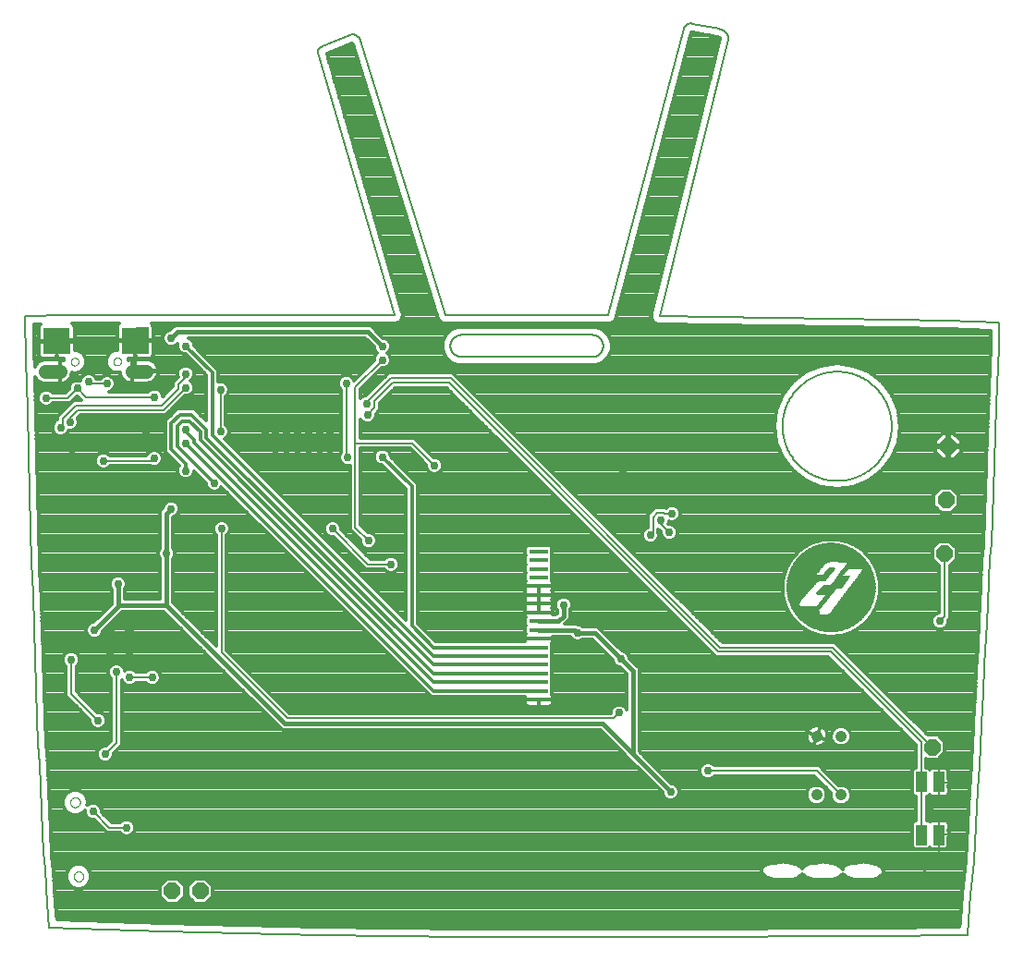
<source format=gtl>
G75*
%MOIN*%
%OFA0B0*%
%FSLAX25Y25*%
%IPPOS*%
%LPD*%
%AMOC8*
5,1,8,0,0,1.08239X$1,22.5*
%
%ADD10C,0.00600*%
%ADD11C,0.00500*%
%ADD12R,0.02600X0.00100*%
%ADD13R,0.04400X0.00100*%
%ADD14R,0.05600X0.00100*%
%ADD15R,0.06600X0.00100*%
%ADD16R,0.07600X0.00100*%
%ADD17R,0.08400X0.00100*%
%ADD18R,0.09000X0.00100*%
%ADD19R,0.09600X0.00100*%
%ADD20R,0.10300X0.00100*%
%ADD21R,0.10900X0.00100*%
%ADD22R,0.11400X0.00100*%
%ADD23R,0.12000X0.00100*%
%ADD24R,0.12400X0.00100*%
%ADD25R,0.13000X0.00100*%
%ADD26R,0.13400X0.00100*%
%ADD27R,0.13800X0.00100*%
%ADD28R,0.14200X0.00100*%
%ADD29R,0.14600X0.00100*%
%ADD30R,0.15000X0.00100*%
%ADD31R,0.15400X0.00100*%
%ADD32R,0.15800X0.00100*%
%ADD33R,0.16100X0.00100*%
%ADD34R,0.16400X0.00100*%
%ADD35R,0.16800X0.00100*%
%ADD36R,0.17000X0.00100*%
%ADD37R,0.17400X0.00100*%
%ADD38R,0.17700X0.00100*%
%ADD39R,0.18000X0.00100*%
%ADD40R,0.18300X0.00100*%
%ADD41R,0.18600X0.00100*%
%ADD42R,0.18800X0.00100*%
%ADD43R,0.19200X0.00100*%
%ADD44R,0.19400X0.00100*%
%ADD45R,0.19600X0.00100*%
%ADD46R,0.20000X0.00100*%
%ADD47R,0.20200X0.00100*%
%ADD48R,0.20400X0.00100*%
%ADD49R,0.20600X0.00100*%
%ADD50R,0.20800X0.00100*%
%ADD51R,0.21200X0.00100*%
%ADD52R,0.21400X0.00100*%
%ADD53R,0.21600X0.00100*%
%ADD54R,0.21800X0.00100*%
%ADD55R,0.22000X0.00100*%
%ADD56R,0.22200X0.00100*%
%ADD57R,0.22400X0.00100*%
%ADD58R,0.22600X0.00100*%
%ADD59R,0.22800X0.00100*%
%ADD60R,0.23000X0.00100*%
%ADD61R,0.23200X0.00100*%
%ADD62R,0.23400X0.00100*%
%ADD63R,0.23600X0.00100*%
%ADD64R,0.23800X0.00100*%
%ADD65R,0.24000X0.00100*%
%ADD66R,0.24200X0.00100*%
%ADD67R,0.24400X0.00100*%
%ADD68R,0.24600X0.00100*%
%ADD69R,0.24800X0.00100*%
%ADD70R,0.25000X0.00100*%
%ADD71R,0.25200X0.00100*%
%ADD72R,0.25400X0.00100*%
%ADD73R,0.13700X0.00100*%
%ADD74R,0.13500X0.00100*%
%ADD75R,0.08900X0.00100*%
%ADD76R,0.08800X0.00100*%
%ADD77R,0.09100X0.00100*%
%ADD78R,0.09200X0.00100*%
%ADD79R,0.13300X0.00100*%
%ADD80R,0.09300X0.00100*%
%ADD81R,0.09400X0.00100*%
%ADD82R,0.09500X0.00100*%
%ADD83R,0.09700X0.00100*%
%ADD84R,0.09900X0.00100*%
%ADD85R,0.13200X0.00100*%
%ADD86R,0.10000X0.00100*%
%ADD87R,0.10200X0.00100*%
%ADD88R,0.10400X0.00100*%
%ADD89R,0.10500X0.00100*%
%ADD90R,0.13100X0.00100*%
%ADD91R,0.10700X0.00100*%
%ADD92R,0.10800X0.00100*%
%ADD93R,0.11000X0.00100*%
%ADD94R,0.03500X0.00100*%
%ADD95R,0.02000X0.00100*%
%ADD96R,0.03400X0.00100*%
%ADD97R,0.03300X0.00100*%
%ADD98R,0.12900X0.00100*%
%ADD99R,0.01900X0.00100*%
%ADD100R,0.12800X0.00100*%
%ADD101R,0.12700X0.00100*%
%ADD102R,0.03600X0.00100*%
%ADD103R,0.12600X0.00100*%
%ADD104R,0.03800X0.00100*%
%ADD105R,0.12500X0.00100*%
%ADD106R,0.04000X0.00100*%
%ADD107R,0.04100X0.00100*%
%ADD108R,0.12300X0.00100*%
%ADD109R,0.04300X0.00100*%
%ADD110R,0.04500X0.00100*%
%ADD111R,0.12200X0.00100*%
%ADD112R,0.04700X0.00100*%
%ADD113R,0.04800X0.00100*%
%ADD114R,0.12100X0.00100*%
%ADD115R,0.04900X0.00100*%
%ADD116R,0.05100X0.00100*%
%ADD117R,0.05200X0.00100*%
%ADD118R,0.05300X0.00100*%
%ADD119R,0.11900X0.00100*%
%ADD120R,0.05500X0.00100*%
%ADD121R,0.11800X0.00100*%
%ADD122R,0.05700X0.00100*%
%ADD123R,0.11700X0.00100*%
%ADD124R,0.05800X0.00100*%
%ADD125R,0.11600X0.00100*%
%ADD126R,0.06000X0.00100*%
%ADD127R,0.06100X0.00100*%
%ADD128R,0.06200X0.00100*%
%ADD129R,0.11500X0.00100*%
%ADD130R,0.06300X0.00100*%
%ADD131R,0.06400X0.00100*%
%ADD132R,0.11300X0.00100*%
%ADD133R,0.02100X0.00100*%
%ADD134R,0.06700X0.00100*%
%ADD135R,0.11200X0.00100*%
%ADD136R,0.06800X0.00100*%
%ADD137R,0.11100X0.00100*%
%ADD138R,0.06900X0.00100*%
%ADD139R,0.07000X0.00100*%
%ADD140R,0.07200X0.00100*%
%ADD141R,0.07300X0.00100*%
%ADD142R,0.07400X0.00100*%
%ADD143R,0.07500X0.00100*%
%ADD144R,0.05900X0.00100*%
%ADD145R,0.10600X0.00100*%
%ADD146R,0.07700X0.00100*%
%ADD147R,0.07800X0.00100*%
%ADD148R,0.08000X0.00100*%
%ADD149R,0.08100X0.00100*%
%ADD150R,0.08200X0.00100*%
%ADD151R,0.08300X0.00100*%
%ADD152R,0.10100X0.00100*%
%ADD153R,0.08500X0.00100*%
%ADD154R,0.08600X0.00100*%
%ADD155R,0.08700X0.00100*%
%ADD156R,0.09800X0.00100*%
%ADD157R,0.01100X0.00100*%
%ADD158R,0.07900X0.00100*%
%ADD159R,0.13600X0.00100*%
%ADD160R,0.13900X0.00100*%
%ADD161R,0.14000X0.00100*%
%ADD162R,0.07100X0.00100*%
%ADD163R,0.14100X0.00100*%
%ADD164R,0.14300X0.00100*%
%ADD165R,0.14400X0.00100*%
%ADD166R,0.14500X0.00100*%
%ADD167R,0.04600X0.00100*%
%ADD168R,0.14700X0.00100*%
%ADD169R,0.14800X0.00100*%
%ADD170R,0.04200X0.00100*%
%ADD171R,0.14900X0.00100*%
%ADD172R,0.01800X0.00100*%
%ADD173R,0.01700X0.00100*%
%ADD174R,0.01600X0.00100*%
%ADD175R,0.02700X0.00100*%
%ADD176R,0.05400X0.00100*%
%ADD177R,0.03900X0.00100*%
%ADD178R,0.02500X0.00100*%
%ADD179R,0.03100X0.00100*%
%ADD180R,0.02400X0.00100*%
%ADD181R,0.02300X0.00100*%
%ADD182R,0.26000X0.00100*%
%ADD183R,0.25800X0.00100*%
%ADD184R,0.25600X0.00100*%
%ADD185R,0.21300X0.00100*%
%ADD186R,0.21100X0.00100*%
%ADD187R,0.20100X0.00100*%
%ADD188R,0.19900X0.00100*%
%ADD189R,0.19100X0.00100*%
%ADD190R,0.16200X0.00100*%
%ADD191R,0.02900X0.00100*%
%ADD192C,0.00591*%
%ADD193R,0.03900X0.07300*%
%ADD194C,0.00000*%
%ADD195C,0.05150*%
%ADD196R,0.09500X0.09500*%
%ADD197OC8,0.05937*%
%ADD198R,0.06693X0.01575*%
%ADD199R,0.00100X0.00100*%
%ADD200C,0.03575*%
%ADD201C,0.04165*%
%ADD202R,0.03937X0.03937*%
%ADD203C,0.02978*%
%ADD204C,0.01400*%
%ADD205C,0.00800*%
%ADD206C,0.01200*%
%ADD207C,0.01600*%
D10*
X0018536Y0053992D02*
X0059875Y0052417D01*
X0116174Y0051236D01*
X0168930Y0050449D01*
X0239009Y0050449D01*
X0315781Y0050843D01*
X0349639Y0051236D01*
X0350033Y0056354D01*
X0350426Y0061079D01*
X0350820Y0065409D01*
X0352001Y0078008D01*
X0352788Y0091000D01*
X0353576Y0103598D01*
X0353970Y0112654D01*
X0354363Y0118953D01*
X0354757Y0127220D01*
X0355151Y0132732D01*
X0355544Y0138638D01*
X0355938Y0148480D01*
X0356725Y0163835D01*
X0357119Y0170528D01*
X0357907Y0187063D01*
X0358300Y0192575D01*
X0358694Y0202024D01*
X0359088Y0211079D01*
X0359481Y0221709D01*
X0360269Y0242181D01*
X0361056Y0263441D01*
X0361056Y0272102D01*
X0342552Y0272890D01*
X0302395Y0273677D01*
X0279212Y0273741D01*
X0238661Y0274528D01*
X0283041Y0234773D02*
X0283047Y0235256D01*
X0283065Y0235739D01*
X0283094Y0236221D01*
X0283136Y0236702D01*
X0283189Y0237183D01*
X0283254Y0237661D01*
X0283331Y0238138D01*
X0283419Y0238613D01*
X0283519Y0239086D01*
X0283631Y0239556D01*
X0283754Y0240023D01*
X0283889Y0240487D01*
X0284035Y0240948D01*
X0284192Y0241405D01*
X0284360Y0241858D01*
X0284539Y0242306D01*
X0284730Y0242750D01*
X0284931Y0243189D01*
X0285143Y0243624D01*
X0285365Y0244052D01*
X0285598Y0244476D01*
X0285842Y0244893D01*
X0286095Y0245304D01*
X0286359Y0245709D01*
X0286632Y0246108D01*
X0286915Y0246499D01*
X0287207Y0246884D01*
X0287509Y0247261D01*
X0287820Y0247631D01*
X0288140Y0247993D01*
X0288469Y0248347D01*
X0288807Y0248692D01*
X0289152Y0249030D01*
X0289506Y0249359D01*
X0289868Y0249679D01*
X0290238Y0249990D01*
X0290615Y0250292D01*
X0291000Y0250584D01*
X0291391Y0250867D01*
X0291790Y0251140D01*
X0292195Y0251404D01*
X0292606Y0251657D01*
X0293023Y0251901D01*
X0293447Y0252134D01*
X0293875Y0252356D01*
X0294310Y0252568D01*
X0294749Y0252769D01*
X0295193Y0252960D01*
X0295641Y0253139D01*
X0296094Y0253307D01*
X0296551Y0253464D01*
X0297012Y0253610D01*
X0297476Y0253745D01*
X0297943Y0253868D01*
X0298413Y0253980D01*
X0298886Y0254080D01*
X0299361Y0254168D01*
X0299838Y0254245D01*
X0300316Y0254310D01*
X0300797Y0254363D01*
X0301278Y0254405D01*
X0301760Y0254434D01*
X0302243Y0254452D01*
X0302726Y0254458D01*
X0303209Y0254452D01*
X0303692Y0254434D01*
X0304174Y0254405D01*
X0304655Y0254363D01*
X0305136Y0254310D01*
X0305614Y0254245D01*
X0306091Y0254168D01*
X0306566Y0254080D01*
X0307039Y0253980D01*
X0307509Y0253868D01*
X0307976Y0253745D01*
X0308440Y0253610D01*
X0308901Y0253464D01*
X0309358Y0253307D01*
X0309811Y0253139D01*
X0310259Y0252960D01*
X0310703Y0252769D01*
X0311142Y0252568D01*
X0311577Y0252356D01*
X0312005Y0252134D01*
X0312429Y0251901D01*
X0312846Y0251657D01*
X0313257Y0251404D01*
X0313662Y0251140D01*
X0314061Y0250867D01*
X0314452Y0250584D01*
X0314837Y0250292D01*
X0315214Y0249990D01*
X0315584Y0249679D01*
X0315946Y0249359D01*
X0316300Y0249030D01*
X0316645Y0248692D01*
X0316983Y0248347D01*
X0317312Y0247993D01*
X0317632Y0247631D01*
X0317943Y0247261D01*
X0318245Y0246884D01*
X0318537Y0246499D01*
X0318820Y0246108D01*
X0319093Y0245709D01*
X0319357Y0245304D01*
X0319610Y0244893D01*
X0319854Y0244476D01*
X0320087Y0244052D01*
X0320309Y0243624D01*
X0320521Y0243189D01*
X0320722Y0242750D01*
X0320913Y0242306D01*
X0321092Y0241858D01*
X0321260Y0241405D01*
X0321417Y0240948D01*
X0321563Y0240487D01*
X0321698Y0240023D01*
X0321821Y0239556D01*
X0321933Y0239086D01*
X0322033Y0238613D01*
X0322121Y0238138D01*
X0322198Y0237661D01*
X0322263Y0237183D01*
X0322316Y0236702D01*
X0322358Y0236221D01*
X0322387Y0235739D01*
X0322405Y0235256D01*
X0322411Y0234773D01*
X0322405Y0234290D01*
X0322387Y0233807D01*
X0322358Y0233325D01*
X0322316Y0232844D01*
X0322263Y0232363D01*
X0322198Y0231885D01*
X0322121Y0231408D01*
X0322033Y0230933D01*
X0321933Y0230460D01*
X0321821Y0229990D01*
X0321698Y0229523D01*
X0321563Y0229059D01*
X0321417Y0228598D01*
X0321260Y0228141D01*
X0321092Y0227688D01*
X0320913Y0227240D01*
X0320722Y0226796D01*
X0320521Y0226357D01*
X0320309Y0225922D01*
X0320087Y0225494D01*
X0319854Y0225070D01*
X0319610Y0224653D01*
X0319357Y0224242D01*
X0319093Y0223837D01*
X0318820Y0223438D01*
X0318537Y0223047D01*
X0318245Y0222662D01*
X0317943Y0222285D01*
X0317632Y0221915D01*
X0317312Y0221553D01*
X0316983Y0221199D01*
X0316645Y0220854D01*
X0316300Y0220516D01*
X0315946Y0220187D01*
X0315584Y0219867D01*
X0315214Y0219556D01*
X0314837Y0219254D01*
X0314452Y0218962D01*
X0314061Y0218679D01*
X0313662Y0218406D01*
X0313257Y0218142D01*
X0312846Y0217889D01*
X0312429Y0217645D01*
X0312005Y0217412D01*
X0311577Y0217190D01*
X0311142Y0216978D01*
X0310703Y0216777D01*
X0310259Y0216586D01*
X0309811Y0216407D01*
X0309358Y0216239D01*
X0308901Y0216082D01*
X0308440Y0215936D01*
X0307976Y0215801D01*
X0307509Y0215678D01*
X0307039Y0215566D01*
X0306566Y0215466D01*
X0306091Y0215378D01*
X0305614Y0215301D01*
X0305136Y0215236D01*
X0304655Y0215183D01*
X0304174Y0215141D01*
X0303692Y0215112D01*
X0303209Y0215094D01*
X0302726Y0215088D01*
X0302243Y0215094D01*
X0301760Y0215112D01*
X0301278Y0215141D01*
X0300797Y0215183D01*
X0300316Y0215236D01*
X0299838Y0215301D01*
X0299361Y0215378D01*
X0298886Y0215466D01*
X0298413Y0215566D01*
X0297943Y0215678D01*
X0297476Y0215801D01*
X0297012Y0215936D01*
X0296551Y0216082D01*
X0296094Y0216239D01*
X0295641Y0216407D01*
X0295193Y0216586D01*
X0294749Y0216777D01*
X0294310Y0216978D01*
X0293875Y0217190D01*
X0293447Y0217412D01*
X0293023Y0217645D01*
X0292606Y0217889D01*
X0292195Y0218142D01*
X0291790Y0218406D01*
X0291391Y0218679D01*
X0291000Y0218962D01*
X0290615Y0219254D01*
X0290238Y0219556D01*
X0289868Y0219867D01*
X0289506Y0220187D01*
X0289152Y0220516D01*
X0288807Y0220854D01*
X0288469Y0221199D01*
X0288140Y0221553D01*
X0287820Y0221915D01*
X0287509Y0222285D01*
X0287207Y0222662D01*
X0286915Y0223047D01*
X0286632Y0223438D01*
X0286359Y0223837D01*
X0286095Y0224242D01*
X0285842Y0224653D01*
X0285598Y0225070D01*
X0285365Y0225494D01*
X0285143Y0225922D01*
X0284931Y0226357D01*
X0284730Y0226796D01*
X0284539Y0227240D01*
X0284360Y0227688D01*
X0284192Y0228141D01*
X0284035Y0228598D01*
X0283889Y0229059D01*
X0283754Y0229523D01*
X0283631Y0229990D01*
X0283519Y0230460D01*
X0283419Y0230933D01*
X0283331Y0231408D01*
X0283254Y0231885D01*
X0283189Y0232363D01*
X0283136Y0232844D01*
X0283094Y0233325D01*
X0283065Y0233807D01*
X0283047Y0234290D01*
X0283041Y0234773D01*
X0024881Y0274725D02*
X0009875Y0274465D01*
X0010269Y0258717D01*
X0010662Y0241000D01*
X0011056Y0224858D01*
X0011450Y0211079D01*
X0011844Y0197693D01*
X0012237Y0185488D01*
X0012631Y0174465D01*
X0013025Y0161866D01*
X0013418Y0151630D01*
X0014206Y0129583D01*
X0014599Y0120134D01*
X0014993Y0113047D01*
X0015387Y0104780D01*
X0015781Y0096118D01*
X0016174Y0088638D01*
X0016568Y0080764D01*
X0016962Y0075252D01*
X0017355Y0068559D01*
X0017749Y0063047D01*
X0018143Y0058323D01*
X0018536Y0053992D01*
D11*
X0167177Y0259861D02*
X0214421Y0259861D01*
X0218358Y0263798D02*
X0218356Y0263922D01*
X0218350Y0264045D01*
X0218341Y0264169D01*
X0218327Y0264291D01*
X0218310Y0264414D01*
X0218288Y0264536D01*
X0218263Y0264657D01*
X0218234Y0264777D01*
X0218202Y0264896D01*
X0218165Y0265015D01*
X0218125Y0265132D01*
X0218082Y0265247D01*
X0218034Y0265362D01*
X0217983Y0265474D01*
X0217929Y0265585D01*
X0217871Y0265695D01*
X0217810Y0265802D01*
X0217745Y0265908D01*
X0217677Y0266011D01*
X0217606Y0266112D01*
X0217532Y0266211D01*
X0217455Y0266308D01*
X0217374Y0266402D01*
X0217291Y0266493D01*
X0217205Y0266582D01*
X0217116Y0266668D01*
X0217025Y0266751D01*
X0216931Y0266832D01*
X0216834Y0266909D01*
X0216735Y0266983D01*
X0216634Y0267054D01*
X0216531Y0267122D01*
X0216425Y0267187D01*
X0216318Y0267248D01*
X0216208Y0267306D01*
X0216097Y0267360D01*
X0215985Y0267411D01*
X0215870Y0267459D01*
X0215755Y0267502D01*
X0215638Y0267542D01*
X0215519Y0267579D01*
X0215400Y0267611D01*
X0215280Y0267640D01*
X0215159Y0267665D01*
X0215037Y0267687D01*
X0214914Y0267704D01*
X0214792Y0267718D01*
X0214668Y0267727D01*
X0214545Y0267733D01*
X0214421Y0267735D01*
X0167177Y0267735D01*
X0163240Y0263798D02*
X0163242Y0263674D01*
X0163248Y0263551D01*
X0163257Y0263427D01*
X0163271Y0263305D01*
X0163288Y0263182D01*
X0163310Y0263060D01*
X0163335Y0262939D01*
X0163364Y0262819D01*
X0163396Y0262700D01*
X0163433Y0262581D01*
X0163473Y0262464D01*
X0163516Y0262349D01*
X0163564Y0262234D01*
X0163615Y0262122D01*
X0163669Y0262011D01*
X0163727Y0261901D01*
X0163788Y0261794D01*
X0163853Y0261688D01*
X0163921Y0261585D01*
X0163992Y0261484D01*
X0164066Y0261385D01*
X0164143Y0261288D01*
X0164224Y0261194D01*
X0164307Y0261103D01*
X0164393Y0261014D01*
X0164482Y0260928D01*
X0164573Y0260845D01*
X0164667Y0260764D01*
X0164764Y0260687D01*
X0164863Y0260613D01*
X0164964Y0260542D01*
X0165067Y0260474D01*
X0165173Y0260409D01*
X0165280Y0260348D01*
X0165390Y0260290D01*
X0165501Y0260236D01*
X0165613Y0260185D01*
X0165728Y0260137D01*
X0165843Y0260094D01*
X0165960Y0260054D01*
X0166079Y0260017D01*
X0166198Y0259985D01*
X0166318Y0259956D01*
X0166439Y0259931D01*
X0166561Y0259909D01*
X0166684Y0259892D01*
X0166806Y0259878D01*
X0166930Y0259869D01*
X0167053Y0259863D01*
X0167177Y0259861D01*
X0163240Y0263798D02*
X0163242Y0263922D01*
X0163248Y0264045D01*
X0163257Y0264169D01*
X0163271Y0264291D01*
X0163288Y0264414D01*
X0163310Y0264536D01*
X0163335Y0264657D01*
X0163364Y0264777D01*
X0163396Y0264896D01*
X0163433Y0265015D01*
X0163473Y0265132D01*
X0163516Y0265247D01*
X0163564Y0265362D01*
X0163615Y0265474D01*
X0163669Y0265585D01*
X0163727Y0265695D01*
X0163788Y0265802D01*
X0163853Y0265908D01*
X0163921Y0266011D01*
X0163992Y0266112D01*
X0164066Y0266211D01*
X0164143Y0266308D01*
X0164224Y0266402D01*
X0164307Y0266493D01*
X0164393Y0266582D01*
X0164482Y0266668D01*
X0164573Y0266751D01*
X0164667Y0266832D01*
X0164764Y0266909D01*
X0164863Y0266983D01*
X0164964Y0267054D01*
X0165067Y0267122D01*
X0165173Y0267187D01*
X0165280Y0267248D01*
X0165390Y0267306D01*
X0165501Y0267360D01*
X0165613Y0267411D01*
X0165728Y0267459D01*
X0165843Y0267502D01*
X0165960Y0267542D01*
X0166079Y0267579D01*
X0166198Y0267611D01*
X0166318Y0267640D01*
X0166439Y0267665D01*
X0166561Y0267687D01*
X0166684Y0267704D01*
X0166806Y0267718D01*
X0166930Y0267727D01*
X0167053Y0267733D01*
X0167177Y0267735D01*
X0214421Y0259861D02*
X0214545Y0259863D01*
X0214668Y0259869D01*
X0214792Y0259878D01*
X0214914Y0259892D01*
X0215037Y0259909D01*
X0215159Y0259931D01*
X0215280Y0259956D01*
X0215400Y0259985D01*
X0215519Y0260017D01*
X0215638Y0260054D01*
X0215755Y0260094D01*
X0215870Y0260137D01*
X0215985Y0260185D01*
X0216097Y0260236D01*
X0216208Y0260290D01*
X0216318Y0260348D01*
X0216425Y0260409D01*
X0216531Y0260474D01*
X0216634Y0260542D01*
X0216735Y0260613D01*
X0216834Y0260687D01*
X0216931Y0260764D01*
X0217025Y0260845D01*
X0217116Y0260928D01*
X0217205Y0261014D01*
X0217291Y0261103D01*
X0217374Y0261194D01*
X0217455Y0261288D01*
X0217532Y0261385D01*
X0217606Y0261484D01*
X0217677Y0261585D01*
X0217745Y0261688D01*
X0217810Y0261794D01*
X0217871Y0261901D01*
X0217929Y0262011D01*
X0217983Y0262122D01*
X0218034Y0262234D01*
X0218082Y0262349D01*
X0218125Y0262464D01*
X0218165Y0262581D01*
X0218202Y0262700D01*
X0218234Y0262819D01*
X0218263Y0262939D01*
X0218288Y0263060D01*
X0218310Y0263182D01*
X0218327Y0263305D01*
X0218341Y0263427D01*
X0218350Y0263551D01*
X0218356Y0263674D01*
X0218358Y0263798D01*
D12*
X0300354Y0182713D03*
X0300454Y0182813D03*
X0300554Y0182913D03*
X0299854Y0182113D03*
X0299754Y0182013D03*
X0299354Y0181513D03*
X0300554Y0160513D03*
D13*
X0300554Y0160613D03*
X0287454Y0171713D03*
X0304954Y0180413D03*
X0313454Y0181913D03*
D14*
X0313154Y0180713D03*
X0298054Y0174113D03*
X0287754Y0172713D03*
X0300554Y0160713D03*
D15*
X0300554Y0160813D03*
X0288054Y0173613D03*
X0288054Y0173713D03*
X0312954Y0179813D03*
D16*
X0312654Y0178713D03*
X0301154Y0176813D03*
X0301054Y0176713D03*
X0300954Y0176613D03*
X0300854Y0176513D03*
X0300854Y0176413D03*
X0300754Y0176313D03*
X0300654Y0176213D03*
X0288454Y0174713D03*
X0300554Y0160913D03*
D17*
X0300554Y0161013D03*
X0288754Y0175513D03*
X0300554Y0191913D03*
X0310154Y0184613D03*
X0312354Y0177813D03*
D18*
X0312054Y0177013D03*
X0300554Y0161113D03*
X0292254Y0166813D03*
X0292154Y0166913D03*
X0291754Y0167513D03*
X0289054Y0176113D03*
X0289054Y0176213D03*
D19*
X0289354Y0176813D03*
X0300554Y0161213D03*
X0311754Y0176213D03*
X0310054Y0183613D03*
X0310054Y0183713D03*
D20*
X0311404Y0175313D03*
X0311404Y0175213D03*
X0300604Y0161313D03*
X0291604Y0168913D03*
X0289704Y0177613D03*
X0290504Y0181513D03*
X0290604Y0181713D03*
D21*
X0291304Y0182913D03*
X0291404Y0183013D03*
X0291504Y0183213D03*
X0290104Y0178413D03*
X0300604Y0161413D03*
X0311004Y0174313D03*
D22*
X0310654Y0173613D03*
X0310554Y0173413D03*
X0300554Y0161513D03*
X0290454Y0178713D03*
X0292354Y0184513D03*
X0292454Y0184613D03*
X0292554Y0184713D03*
D23*
X0300554Y0191313D03*
X0310054Y0172413D03*
X0310054Y0172313D03*
X0309954Y0172213D03*
X0300554Y0161613D03*
D24*
X0300554Y0161713D03*
X0309554Y0171413D03*
X0309654Y0171613D03*
X0293554Y0185613D03*
D25*
X0300554Y0191113D03*
X0308754Y0170013D03*
X0308654Y0169813D03*
X0308554Y0169713D03*
X0308454Y0169513D03*
X0300554Y0161813D03*
D26*
X0300554Y0161913D03*
X0306854Y0167113D03*
X0306954Y0167313D03*
X0307054Y0167413D03*
X0307154Y0167513D03*
X0307154Y0167613D03*
X0307254Y0167713D03*
X0307354Y0167813D03*
X0307454Y0168013D03*
X0307554Y0168113D03*
X0300554Y0191013D03*
D27*
X0300554Y0190913D03*
X0291654Y0179013D03*
X0300554Y0162013D03*
D28*
X0300554Y0162113D03*
X0291954Y0179613D03*
X0300554Y0190813D03*
D29*
X0300554Y0190713D03*
X0292354Y0180313D03*
X0292254Y0180213D03*
X0292254Y0180113D03*
X0300554Y0162213D03*
D30*
X0300554Y0162313D03*
X0292654Y0180913D03*
X0300554Y0190613D03*
D31*
X0300554Y0190513D03*
X0300554Y0162413D03*
D32*
X0300554Y0162513D03*
X0300554Y0190413D03*
D33*
X0300504Y0162613D03*
D34*
X0300554Y0162713D03*
X0300554Y0190213D03*
D35*
X0300554Y0190113D03*
X0300554Y0162813D03*
D36*
X0300554Y0162913D03*
X0300554Y0190013D03*
D37*
X0300554Y0189913D03*
X0300554Y0163013D03*
D38*
X0300504Y0163113D03*
X0300604Y0189813D03*
D39*
X0300554Y0189713D03*
X0300554Y0163213D03*
D40*
X0300504Y0163313D03*
X0300604Y0189613D03*
D41*
X0300554Y0189513D03*
X0300554Y0163413D03*
D42*
X0300554Y0163513D03*
X0300554Y0189413D03*
D43*
X0300554Y0163613D03*
D44*
X0300554Y0163713D03*
X0300554Y0189213D03*
D45*
X0300554Y0189113D03*
X0300554Y0163813D03*
D46*
X0300554Y0163913D03*
D47*
X0300554Y0164013D03*
D48*
X0300554Y0164113D03*
X0300554Y0188813D03*
D49*
X0300554Y0188713D03*
X0300554Y0164213D03*
D50*
X0300554Y0164313D03*
X0300554Y0188613D03*
D51*
X0300554Y0164413D03*
D52*
X0300554Y0164513D03*
D53*
X0300554Y0164613D03*
X0300554Y0188313D03*
D54*
X0300554Y0188213D03*
X0300554Y0164713D03*
D55*
X0300554Y0164813D03*
X0300554Y0188113D03*
D56*
X0300554Y0188013D03*
X0300554Y0164913D03*
D57*
X0300554Y0165013D03*
X0300554Y0187913D03*
D58*
X0300554Y0187813D03*
X0300554Y0165113D03*
D59*
X0300554Y0165213D03*
X0300554Y0187713D03*
D60*
X0300554Y0187613D03*
X0300554Y0165313D03*
D61*
X0300554Y0165413D03*
X0300554Y0187513D03*
D62*
X0300554Y0187413D03*
X0300554Y0165513D03*
D63*
X0300554Y0165613D03*
X0300554Y0187313D03*
D64*
X0300554Y0187213D03*
X0300554Y0165713D03*
D65*
X0300554Y0165813D03*
X0300554Y0187113D03*
D66*
X0300554Y0187013D03*
X0300554Y0186913D03*
X0300554Y0166013D03*
X0300554Y0165913D03*
D67*
X0300554Y0166113D03*
X0300554Y0186813D03*
D68*
X0300554Y0186713D03*
X0300554Y0166213D03*
D69*
X0300554Y0166313D03*
X0300554Y0186613D03*
D70*
X0300554Y0186513D03*
X0300554Y0166513D03*
X0300554Y0166413D03*
D71*
X0300554Y0166613D03*
X0300554Y0186313D03*
X0300554Y0186413D03*
D72*
X0300554Y0186213D03*
X0300554Y0166713D03*
D73*
X0306504Y0166813D03*
X0291604Y0178913D03*
D74*
X0306604Y0166913D03*
X0306704Y0167013D03*
X0306904Y0167213D03*
D75*
X0312104Y0177113D03*
X0310104Y0184213D03*
X0291804Y0167413D03*
X0291904Y0167213D03*
X0292104Y0167013D03*
X0289004Y0176013D03*
D76*
X0288954Y0175913D03*
X0291854Y0167313D03*
X0291954Y0167113D03*
X0312154Y0177213D03*
X0312154Y0177313D03*
X0310154Y0184313D03*
D77*
X0310104Y0184113D03*
X0310104Y0184013D03*
X0312004Y0176913D03*
X0312004Y0176813D03*
X0291704Y0167713D03*
X0291704Y0167613D03*
X0289104Y0176313D03*
D78*
X0289154Y0176413D03*
X0291654Y0167913D03*
X0291654Y0167813D03*
X0311954Y0176713D03*
X0300554Y0191813D03*
D79*
X0308004Y0168813D03*
X0307804Y0168513D03*
X0307704Y0168413D03*
X0307704Y0168313D03*
X0307604Y0168213D03*
X0307404Y0167913D03*
D80*
X0311904Y0176613D03*
X0310104Y0183913D03*
X0291604Y0168013D03*
X0289204Y0176513D03*
D81*
X0289254Y0176613D03*
X0291554Y0168213D03*
X0291554Y0168113D03*
X0310054Y0183813D03*
X0311854Y0176513D03*
X0311854Y0176413D03*
D82*
X0311804Y0176313D03*
X0291504Y0168313D03*
X0289304Y0176713D03*
D83*
X0289404Y0176913D03*
X0291504Y0168513D03*
X0291504Y0168413D03*
X0311704Y0176013D03*
X0311704Y0176113D03*
D84*
X0311604Y0175813D03*
X0310004Y0183413D03*
X0291504Y0168613D03*
X0289504Y0177113D03*
X0289504Y0177213D03*
D85*
X0307854Y0168613D03*
X0307954Y0168713D03*
X0308054Y0168913D03*
X0308154Y0169013D03*
X0308254Y0169213D03*
D86*
X0311554Y0175613D03*
X0311554Y0175713D03*
X0291554Y0168713D03*
X0289554Y0177313D03*
X0290254Y0181013D03*
X0290254Y0181113D03*
D87*
X0290454Y0181413D03*
X0290554Y0181613D03*
X0289654Y0177513D03*
X0291554Y0168813D03*
X0309954Y0183213D03*
X0311454Y0175413D03*
D88*
X0311354Y0175113D03*
X0308454Y0185713D03*
X0300554Y0191613D03*
X0290754Y0181913D03*
X0290654Y0181813D03*
X0289854Y0177813D03*
X0289754Y0177713D03*
X0291554Y0169013D03*
D89*
X0291604Y0169113D03*
X0289904Y0177913D03*
X0289904Y0178013D03*
X0290804Y0182013D03*
X0290804Y0182113D03*
X0290904Y0182213D03*
X0311204Y0174913D03*
X0311204Y0174813D03*
X0311304Y0175013D03*
D90*
X0308504Y0169613D03*
X0308404Y0169413D03*
X0308304Y0169313D03*
X0308204Y0169113D03*
D91*
X0311104Y0174613D03*
X0291604Y0169213D03*
X0290004Y0178213D03*
X0291004Y0182413D03*
X0291104Y0182513D03*
X0291104Y0182613D03*
X0291204Y0182713D03*
D92*
X0291254Y0182813D03*
X0290054Y0178313D03*
X0291654Y0169313D03*
X0311054Y0174413D03*
X0311054Y0174513D03*
D93*
X0310954Y0174213D03*
X0310854Y0174113D03*
X0310854Y0174013D03*
X0291654Y0169513D03*
X0291654Y0169413D03*
X0290154Y0178513D03*
X0291454Y0183113D03*
X0291554Y0183313D03*
X0291654Y0183413D03*
X0300554Y0191513D03*
D94*
X0313604Y0182713D03*
X0287804Y0169613D03*
X0287404Y0170513D03*
X0287404Y0170613D03*
D95*
X0296254Y0169613D03*
X0296354Y0169713D03*
X0296454Y0169813D03*
X0296554Y0169913D03*
X0296654Y0170113D03*
X0296754Y0170213D03*
X0296854Y0170313D03*
X0296954Y0170413D03*
X0297054Y0170613D03*
X0297154Y0170713D03*
X0297254Y0170813D03*
X0297454Y0171113D03*
X0297554Y0171213D03*
X0297654Y0171313D03*
X0297754Y0171413D03*
X0297854Y0171613D03*
X0297954Y0171713D03*
X0298054Y0171813D03*
X0298154Y0171913D03*
X0298354Y0172213D03*
X0298454Y0172313D03*
X0298554Y0172413D03*
X0298754Y0172713D03*
X0298854Y0172813D03*
X0298954Y0172913D03*
X0299054Y0173113D03*
X0299154Y0173213D03*
X0299254Y0173313D03*
X0299354Y0173513D03*
X0299454Y0173613D03*
D96*
X0287754Y0169713D03*
X0287654Y0169813D03*
X0287554Y0170013D03*
X0287454Y0170213D03*
D97*
X0287504Y0170113D03*
X0287604Y0169913D03*
X0287404Y0170313D03*
X0287404Y0170413D03*
X0313604Y0182813D03*
X0313604Y0182913D03*
D98*
X0308804Y0170113D03*
X0308704Y0169913D03*
D99*
X0299304Y0173413D03*
X0299004Y0173013D03*
X0298704Y0172613D03*
X0298604Y0172513D03*
X0298304Y0172113D03*
X0298204Y0172013D03*
X0297804Y0171513D03*
X0297404Y0171013D03*
X0297304Y0170913D03*
X0297004Y0170513D03*
X0296604Y0170013D03*
X0300804Y0183513D03*
D100*
X0309054Y0170513D03*
X0308954Y0170413D03*
X0308954Y0170313D03*
X0308854Y0170213D03*
D101*
X0309104Y0170613D03*
X0309204Y0170713D03*
X0309204Y0170813D03*
D102*
X0313554Y0182513D03*
X0313554Y0182613D03*
X0287354Y0170913D03*
X0287354Y0170813D03*
X0287354Y0170713D03*
D103*
X0293754Y0185713D03*
X0309254Y0170913D03*
X0309354Y0171013D03*
D104*
X0313554Y0182413D03*
X0287354Y0171213D03*
X0287354Y0171113D03*
X0287354Y0171013D03*
D105*
X0300504Y0191213D03*
X0309504Y0171313D03*
X0309404Y0171213D03*
X0309404Y0171113D03*
D106*
X0287354Y0171313D03*
D107*
X0287404Y0171413D03*
X0287404Y0171513D03*
X0313504Y0182113D03*
X0313504Y0182213D03*
D108*
X0309704Y0171713D03*
X0309604Y0171513D03*
D109*
X0287404Y0171613D03*
D110*
X0287504Y0171813D03*
X0304904Y0180313D03*
X0313404Y0181813D03*
D111*
X0309854Y0172013D03*
X0309854Y0171913D03*
X0309754Y0171813D03*
D112*
X0304004Y0178913D03*
X0304304Y0179313D03*
X0304604Y0179713D03*
X0304804Y0180013D03*
X0313404Y0181613D03*
X0287504Y0172013D03*
X0287504Y0171913D03*
D113*
X0287554Y0172113D03*
X0303054Y0177613D03*
X0303254Y0177913D03*
X0303354Y0178013D03*
X0303554Y0178313D03*
X0303654Y0178413D03*
X0303754Y0178613D03*
X0303854Y0178713D03*
X0303954Y0178813D03*
X0304054Y0179013D03*
X0304154Y0179113D03*
X0304254Y0179213D03*
X0304354Y0179413D03*
X0304454Y0179513D03*
X0304554Y0179613D03*
X0304654Y0179813D03*
X0304754Y0179913D03*
X0313354Y0181513D03*
D114*
X0309904Y0172113D03*
X0293404Y0185513D03*
D115*
X0303404Y0178113D03*
X0303504Y0178213D03*
X0303704Y0178513D03*
X0303204Y0177813D03*
X0303104Y0177713D03*
X0303004Y0177513D03*
X0302904Y0177413D03*
X0302804Y0177313D03*
X0302704Y0177213D03*
X0313304Y0181413D03*
X0287604Y0172213D03*
D116*
X0287604Y0172313D03*
X0298104Y0173813D03*
X0313304Y0181213D03*
X0313304Y0181313D03*
D117*
X0313254Y0181113D03*
X0287654Y0172413D03*
D118*
X0287704Y0172513D03*
X0298004Y0173913D03*
D119*
X0293104Y0185313D03*
X0293204Y0185413D03*
X0310104Y0172513D03*
D120*
X0313204Y0180813D03*
X0313204Y0180913D03*
X0298004Y0174013D03*
X0287704Y0172613D03*
D121*
X0310154Y0172613D03*
X0310254Y0172713D03*
X0310254Y0172813D03*
D122*
X0299004Y0175413D03*
X0298904Y0175313D03*
X0298104Y0174213D03*
X0287804Y0172913D03*
X0287804Y0172813D03*
D123*
X0292904Y0185113D03*
X0293004Y0185213D03*
X0310304Y0172913D03*
D124*
X0313154Y0180613D03*
X0299654Y0176113D03*
X0299554Y0176013D03*
X0299454Y0175913D03*
X0299354Y0175813D03*
X0299254Y0175713D03*
X0299154Y0175613D03*
X0299054Y0175513D03*
X0298854Y0175213D03*
X0298754Y0175113D03*
X0298654Y0175013D03*
X0298554Y0174913D03*
X0298354Y0174613D03*
X0298254Y0174513D03*
X0298154Y0174413D03*
X0298154Y0174313D03*
X0287854Y0173013D03*
X0300554Y0192213D03*
D125*
X0292854Y0185013D03*
X0310454Y0173213D03*
X0310454Y0173113D03*
X0310354Y0173013D03*
D126*
X0313054Y0180313D03*
X0287854Y0173113D03*
D127*
X0287904Y0173213D03*
D128*
X0287954Y0173313D03*
X0313054Y0180113D03*
X0313054Y0180213D03*
D129*
X0310504Y0173313D03*
X0300504Y0191413D03*
X0292704Y0184913D03*
X0292604Y0184813D03*
D130*
X0288004Y0173413D03*
X0313004Y0180013D03*
D131*
X0312954Y0179913D03*
X0288054Y0173513D03*
D132*
X0292104Y0184113D03*
X0292204Y0184313D03*
X0292304Y0184413D03*
X0310704Y0173713D03*
X0310604Y0173513D03*
D133*
X0299504Y0173713D03*
X0300804Y0183413D03*
D134*
X0312904Y0179713D03*
X0312904Y0179613D03*
X0288104Y0173813D03*
D135*
X0290254Y0178613D03*
X0291954Y0183913D03*
X0292054Y0184013D03*
X0292154Y0184213D03*
X0310754Y0173813D03*
D136*
X0312854Y0179513D03*
X0300554Y0192113D03*
X0288154Y0173913D03*
D137*
X0291704Y0183513D03*
X0291804Y0183613D03*
X0291804Y0183713D03*
X0291904Y0183813D03*
X0310804Y0173913D03*
D138*
X0312804Y0179413D03*
X0288204Y0174013D03*
D139*
X0288254Y0174113D03*
D140*
X0288254Y0174213D03*
X0312754Y0179113D03*
D141*
X0312704Y0179013D03*
X0288304Y0174313D03*
D142*
X0288354Y0174413D03*
X0312654Y0178813D03*
X0312654Y0178913D03*
D143*
X0301404Y0177113D03*
X0301304Y0177013D03*
X0301204Y0176913D03*
X0288404Y0174613D03*
X0288404Y0174513D03*
D144*
X0298404Y0174713D03*
X0298504Y0174813D03*
X0313104Y0180413D03*
X0313104Y0180513D03*
D145*
X0311154Y0174713D03*
X0289954Y0178113D03*
X0290954Y0182313D03*
D146*
X0288504Y0174813D03*
X0312604Y0178613D03*
D147*
X0312554Y0178513D03*
X0312554Y0178413D03*
X0300554Y0192013D03*
X0288554Y0174913D03*
D148*
X0288554Y0175013D03*
X0309754Y0185613D03*
X0310054Y0185113D03*
X0310054Y0185013D03*
X0312454Y0178213D03*
D149*
X0312404Y0178113D03*
X0312404Y0178013D03*
X0310104Y0184913D03*
X0288604Y0175113D03*
D150*
X0288654Y0175213D03*
X0310154Y0184813D03*
D151*
X0310104Y0184713D03*
X0312404Y0177913D03*
X0288704Y0175413D03*
X0288704Y0175313D03*
D152*
X0289604Y0177413D03*
X0290304Y0181213D03*
X0290404Y0181313D03*
X0310004Y0183313D03*
X0311504Y0175513D03*
D153*
X0312304Y0177613D03*
X0312304Y0177713D03*
X0288804Y0175613D03*
D154*
X0288854Y0175713D03*
X0310154Y0184513D03*
X0312254Y0177513D03*
D155*
X0312204Y0177413D03*
X0310104Y0184413D03*
X0288904Y0175813D03*
D156*
X0289454Y0177013D03*
X0300554Y0191713D03*
X0310054Y0183513D03*
X0311654Y0175913D03*
D157*
X0303704Y0176113D03*
D158*
X0312504Y0178313D03*
X0310004Y0185213D03*
X0310004Y0185313D03*
X0309904Y0185413D03*
X0309804Y0185513D03*
D159*
X0291554Y0178813D03*
D160*
X0291704Y0179113D03*
D161*
X0291754Y0179213D03*
X0291854Y0179313D03*
D162*
X0312804Y0179313D03*
X0312804Y0179213D03*
D163*
X0291904Y0179413D03*
X0291904Y0179513D03*
D164*
X0292004Y0179713D03*
X0292104Y0179813D03*
D165*
X0292154Y0179913D03*
D166*
X0292204Y0180013D03*
D167*
X0304854Y0180113D03*
X0304854Y0180213D03*
X0313354Y0181713D03*
X0300554Y0192313D03*
D168*
X0292404Y0180413D03*
D169*
X0292454Y0180513D03*
D170*
X0304954Y0180513D03*
X0313454Y0182013D03*
D171*
X0292604Y0180813D03*
X0292604Y0180713D03*
X0292504Y0180613D03*
D172*
X0303754Y0180613D03*
X0304754Y0181913D03*
X0305154Y0182413D03*
X0305454Y0182813D03*
X0305554Y0182913D03*
X0305654Y0183013D03*
D173*
X0305704Y0183113D03*
X0305404Y0182713D03*
X0305304Y0182613D03*
X0305204Y0182513D03*
X0305104Y0182313D03*
X0305004Y0182213D03*
X0304904Y0182113D03*
X0304804Y0182013D03*
X0304704Y0181813D03*
X0304604Y0181713D03*
X0304504Y0181613D03*
X0304404Y0181513D03*
X0304404Y0181413D03*
X0304304Y0181313D03*
X0304204Y0181213D03*
X0304104Y0181113D03*
X0303804Y0180713D03*
D174*
X0303854Y0180813D03*
X0303954Y0180913D03*
X0304054Y0181013D03*
D175*
X0300304Y0182613D03*
X0300204Y0182513D03*
X0300104Y0182413D03*
X0300004Y0182313D03*
X0299904Y0182213D03*
X0299704Y0181913D03*
X0299604Y0181813D03*
X0299504Y0181713D03*
X0299404Y0181613D03*
X0299304Y0181413D03*
X0299204Y0181313D03*
X0299104Y0181213D03*
X0299004Y0181113D03*
X0298904Y0181013D03*
D176*
X0313254Y0181013D03*
D177*
X0313504Y0182313D03*
D178*
X0300704Y0183113D03*
X0300604Y0183013D03*
D179*
X0313604Y0183013D03*
X0313604Y0183113D03*
D180*
X0300754Y0183213D03*
D181*
X0300804Y0183313D03*
D182*
X0300554Y0185813D03*
D183*
X0300554Y0185913D03*
X0300554Y0186013D03*
D184*
X0300554Y0186113D03*
D185*
X0300604Y0188413D03*
D186*
X0300604Y0188513D03*
D187*
X0300604Y0188913D03*
D188*
X0300604Y0189013D03*
D189*
X0300604Y0189313D03*
D190*
X0300554Y0190313D03*
D191*
X0300604Y0192413D03*
D192*
X0238661Y0274528D02*
X0263464Y0374135D01*
X0263464Y0374134D02*
X0263475Y0374250D01*
X0263482Y0374367D01*
X0263486Y0374484D01*
X0263485Y0374600D01*
X0263481Y0374717D01*
X0263473Y0374833D01*
X0263461Y0374949D01*
X0263445Y0375065D01*
X0263426Y0375180D01*
X0263403Y0375294D01*
X0263376Y0375408D01*
X0263345Y0375520D01*
X0263311Y0375632D01*
X0263273Y0375742D01*
X0263231Y0375851D01*
X0263186Y0375959D01*
X0263138Y0376065D01*
X0263086Y0376169D01*
X0263030Y0376272D01*
X0262972Y0376373D01*
X0262910Y0376471D01*
X0262844Y0376568D01*
X0262776Y0376663D01*
X0262705Y0376755D01*
X0262630Y0376845D01*
X0262553Y0376932D01*
X0262473Y0377017D01*
X0262390Y0377099D01*
X0262305Y0377179D01*
X0262217Y0377255D01*
X0262126Y0377329D01*
X0262034Y0377400D01*
X0261938Y0377467D01*
X0261841Y0377532D01*
X0261742Y0377593D01*
X0261641Y0377651D01*
X0261538Y0377705D01*
X0261433Y0377757D01*
X0261326Y0377804D01*
X0261218Y0377849D01*
X0261109Y0377889D01*
X0260998Y0377926D01*
X0260887Y0377960D01*
X0260774Y0377989D01*
X0260660Y0378016D01*
X0260546Y0378038D01*
X0260430Y0378056D01*
X0260315Y0378071D01*
X0260314Y0378072D02*
X0250472Y0380040D01*
X0250471Y0380040D02*
X0250373Y0380060D01*
X0250274Y0380077D01*
X0250174Y0380091D01*
X0250074Y0380100D01*
X0249974Y0380105D01*
X0249873Y0380107D01*
X0249772Y0380105D01*
X0249672Y0380099D01*
X0249572Y0380089D01*
X0249472Y0380075D01*
X0249373Y0380057D01*
X0249275Y0380036D01*
X0249177Y0380011D01*
X0249081Y0379982D01*
X0248986Y0379950D01*
X0248892Y0379914D01*
X0248799Y0379874D01*
X0248709Y0379831D01*
X0248619Y0379784D01*
X0248532Y0379734D01*
X0248447Y0379681D01*
X0248364Y0379624D01*
X0248283Y0379565D01*
X0248204Y0379502D01*
X0248128Y0379436D01*
X0248054Y0379367D01*
X0247983Y0379296D01*
X0247915Y0379222D01*
X0247850Y0379146D01*
X0247788Y0379067D01*
X0247728Y0378985D01*
X0247672Y0378902D01*
X0247620Y0378816D01*
X0247570Y0378728D01*
X0247524Y0378639D01*
X0247481Y0378548D01*
X0247442Y0378455D01*
X0247407Y0378361D01*
X0247375Y0378266D01*
X0247347Y0378169D01*
X0247322Y0378071D01*
X0247322Y0378072D02*
X0220157Y0274922D01*
X0161496Y0274922D01*
X0130787Y0373741D01*
X0130770Y0373843D01*
X0130750Y0373946D01*
X0130726Y0374047D01*
X0130698Y0374147D01*
X0130666Y0374246D01*
X0130630Y0374344D01*
X0130591Y0374441D01*
X0130549Y0374536D01*
X0130502Y0374629D01*
X0130453Y0374720D01*
X0130400Y0374810D01*
X0130343Y0374898D01*
X0130284Y0374983D01*
X0130221Y0375066D01*
X0130155Y0375147D01*
X0130086Y0375225D01*
X0130015Y0375300D01*
X0129940Y0375373D01*
X0129863Y0375443D01*
X0129784Y0375510D01*
X0129701Y0375574D01*
X0129617Y0375635D01*
X0129530Y0375693D01*
X0129442Y0375747D01*
X0129351Y0375798D01*
X0129258Y0375846D01*
X0129164Y0375890D01*
X0129068Y0375931D01*
X0128971Y0375968D01*
X0128872Y0376001D01*
X0128772Y0376031D01*
X0128671Y0376056D01*
X0128570Y0376078D01*
X0128467Y0376097D01*
X0128364Y0376111D01*
X0128260Y0376122D01*
X0128157Y0376128D01*
X0128052Y0376131D01*
X0127948Y0376130D01*
X0127844Y0376125D01*
X0127741Y0376116D01*
X0127637Y0376103D01*
X0117007Y0371772D01*
X0116922Y0371753D01*
X0116837Y0371730D01*
X0116754Y0371704D01*
X0116672Y0371674D01*
X0116591Y0371640D01*
X0116511Y0371603D01*
X0116434Y0371563D01*
X0116358Y0371519D01*
X0116284Y0371472D01*
X0116213Y0371421D01*
X0116143Y0371368D01*
X0116076Y0371312D01*
X0116012Y0371252D01*
X0115950Y0371190D01*
X0115891Y0371126D01*
X0115834Y0371059D01*
X0115781Y0370989D01*
X0115731Y0370917D01*
X0115684Y0370843D01*
X0115640Y0370768D01*
X0115600Y0370690D01*
X0115563Y0370610D01*
X0115530Y0370529D01*
X0115500Y0370447D01*
X0115474Y0370364D01*
X0115451Y0370279D01*
X0115432Y0370193D01*
X0115417Y0370107D01*
X0115406Y0370020D01*
X0115398Y0369933D01*
X0115394Y0369846D01*
X0115395Y0369758D01*
X0115398Y0369671D01*
X0115406Y0369583D01*
X0115418Y0369497D01*
X0115433Y0369410D01*
X0142992Y0274922D01*
X0024881Y0274725D01*
D193*
X0333083Y0106450D03*
X0339383Y0106450D03*
X0339383Y0087350D03*
X0333083Y0087350D03*
D194*
X0051326Y0264466D02*
X0051318Y0266828D01*
X0051306Y0266905D01*
X0051291Y0266982D01*
X0051271Y0267057D01*
X0051248Y0267132D01*
X0051222Y0267205D01*
X0051192Y0267277D01*
X0051158Y0267347D01*
X0051121Y0267415D01*
X0051080Y0267482D01*
X0051037Y0267546D01*
X0050990Y0267609D01*
X0050940Y0267669D01*
X0050888Y0267726D01*
X0050832Y0267781D01*
X0050774Y0267833D01*
X0050714Y0267882D01*
X0050651Y0267928D01*
X0050586Y0267971D01*
X0050519Y0268011D01*
X0050450Y0268047D01*
X0050380Y0268080D01*
X0050308Y0268110D01*
X0050234Y0268135D01*
X0050159Y0268158D01*
X0050084Y0268176D01*
X0050007Y0268191D01*
X0049930Y0268202D01*
X0049853Y0268209D01*
X0049775Y0268213D01*
X0049697Y0268212D01*
X0049619Y0268208D01*
X0049542Y0268200D01*
X0049541Y0268199D02*
X0049464Y0268207D01*
X0049386Y0268211D01*
X0049308Y0268210D01*
X0049230Y0268206D01*
X0049153Y0268199D01*
X0049076Y0268187D01*
X0048999Y0268172D01*
X0048924Y0268153D01*
X0048849Y0268130D01*
X0048776Y0268104D01*
X0048704Y0268074D01*
X0048634Y0268040D01*
X0048565Y0268003D01*
X0048498Y0267963D01*
X0048434Y0267920D01*
X0048371Y0267873D01*
X0048311Y0267824D01*
X0048254Y0267771D01*
X0048199Y0267716D01*
X0048146Y0267658D01*
X0048097Y0267598D01*
X0048051Y0267535D01*
X0048008Y0267471D01*
X0047968Y0267404D01*
X0047931Y0267335D01*
X0047898Y0267264D01*
X0047868Y0267192D01*
X0047842Y0267119D01*
X0047820Y0267044D01*
X0047801Y0266969D01*
X0047786Y0266892D01*
X0047775Y0266815D01*
X0047775Y0266816D02*
X0047783Y0264453D01*
X0047783Y0264454D02*
X0047795Y0264377D01*
X0047810Y0264300D01*
X0047830Y0264225D01*
X0047853Y0264150D01*
X0047879Y0264077D01*
X0047909Y0264005D01*
X0047943Y0263935D01*
X0047980Y0263867D01*
X0048021Y0263800D01*
X0048064Y0263736D01*
X0048111Y0263673D01*
X0048161Y0263613D01*
X0048213Y0263556D01*
X0048269Y0263501D01*
X0048327Y0263449D01*
X0048387Y0263400D01*
X0048450Y0263354D01*
X0048515Y0263311D01*
X0048582Y0263271D01*
X0048651Y0263235D01*
X0048721Y0263202D01*
X0048793Y0263172D01*
X0048867Y0263147D01*
X0048942Y0263124D01*
X0049017Y0263106D01*
X0049094Y0263091D01*
X0049171Y0263080D01*
X0049248Y0263073D01*
X0049326Y0263069D01*
X0049404Y0263070D01*
X0049482Y0263074D01*
X0049559Y0263082D01*
X0049560Y0263082D02*
X0049637Y0263074D01*
X0049715Y0263070D01*
X0049793Y0263071D01*
X0049871Y0263075D01*
X0049948Y0263082D01*
X0050025Y0263094D01*
X0050102Y0263109D01*
X0050177Y0263128D01*
X0050252Y0263151D01*
X0050325Y0263177D01*
X0050397Y0263207D01*
X0050467Y0263241D01*
X0050536Y0263278D01*
X0050603Y0263318D01*
X0050667Y0263361D01*
X0050730Y0263408D01*
X0050790Y0263457D01*
X0050847Y0263510D01*
X0050902Y0263565D01*
X0050955Y0263623D01*
X0051004Y0263683D01*
X0051050Y0263746D01*
X0051093Y0263810D01*
X0051133Y0263877D01*
X0051170Y0263946D01*
X0051203Y0264017D01*
X0051233Y0264089D01*
X0051259Y0264162D01*
X0051281Y0264237D01*
X0051300Y0264312D01*
X0051315Y0264389D01*
X0051326Y0264466D01*
X0041703Y0258138D02*
X0041705Y0258212D01*
X0041711Y0258286D01*
X0041721Y0258359D01*
X0041735Y0258432D01*
X0041752Y0258504D01*
X0041774Y0258574D01*
X0041799Y0258644D01*
X0041828Y0258712D01*
X0041861Y0258778D01*
X0041897Y0258843D01*
X0041937Y0258905D01*
X0041979Y0258966D01*
X0042025Y0259024D01*
X0042074Y0259079D01*
X0042126Y0259132D01*
X0042181Y0259182D01*
X0042238Y0259228D01*
X0042298Y0259272D01*
X0042360Y0259312D01*
X0042424Y0259349D01*
X0042490Y0259383D01*
X0042558Y0259413D01*
X0042627Y0259439D01*
X0042698Y0259462D01*
X0042769Y0259480D01*
X0042842Y0259495D01*
X0042915Y0259506D01*
X0042989Y0259513D01*
X0043063Y0259516D01*
X0043136Y0259515D01*
X0043210Y0259510D01*
X0043284Y0259501D01*
X0043357Y0259488D01*
X0043429Y0259471D01*
X0043500Y0259451D01*
X0043570Y0259426D01*
X0043638Y0259398D01*
X0043705Y0259367D01*
X0043770Y0259331D01*
X0043833Y0259293D01*
X0043894Y0259251D01*
X0043953Y0259205D01*
X0044009Y0259157D01*
X0044062Y0259106D01*
X0044112Y0259052D01*
X0044160Y0258995D01*
X0044204Y0258936D01*
X0044246Y0258874D01*
X0044284Y0258811D01*
X0044318Y0258745D01*
X0044349Y0258678D01*
X0044376Y0258609D01*
X0044399Y0258539D01*
X0044419Y0258468D01*
X0044435Y0258395D01*
X0044447Y0258322D01*
X0044455Y0258249D01*
X0044459Y0258175D01*
X0044459Y0258101D01*
X0044455Y0258027D01*
X0044447Y0257954D01*
X0044435Y0257881D01*
X0044419Y0257808D01*
X0044399Y0257737D01*
X0044376Y0257667D01*
X0044349Y0257598D01*
X0044318Y0257531D01*
X0044284Y0257465D01*
X0044246Y0257402D01*
X0044204Y0257340D01*
X0044160Y0257281D01*
X0044112Y0257224D01*
X0044062Y0257170D01*
X0044009Y0257119D01*
X0043953Y0257071D01*
X0043894Y0257025D01*
X0043833Y0256983D01*
X0043770Y0256945D01*
X0043705Y0256909D01*
X0043638Y0256878D01*
X0043570Y0256850D01*
X0043500Y0256825D01*
X0043429Y0256805D01*
X0043357Y0256788D01*
X0043284Y0256775D01*
X0043210Y0256766D01*
X0043136Y0256761D01*
X0043063Y0256760D01*
X0042989Y0256763D01*
X0042915Y0256770D01*
X0042842Y0256781D01*
X0042769Y0256796D01*
X0042698Y0256814D01*
X0042627Y0256837D01*
X0042558Y0256863D01*
X0042490Y0256893D01*
X0042424Y0256927D01*
X0042360Y0256964D01*
X0042298Y0257004D01*
X0042238Y0257048D01*
X0042181Y0257094D01*
X0042126Y0257144D01*
X0042074Y0257197D01*
X0042025Y0257252D01*
X0041979Y0257310D01*
X0041937Y0257371D01*
X0041897Y0257433D01*
X0041861Y0257498D01*
X0041828Y0257564D01*
X0041799Y0257632D01*
X0041774Y0257702D01*
X0041752Y0257772D01*
X0041735Y0257844D01*
X0041721Y0257917D01*
X0041711Y0257990D01*
X0041705Y0258064D01*
X0041703Y0258138D01*
X0026348Y0258084D02*
X0026350Y0258158D01*
X0026356Y0258232D01*
X0026366Y0258305D01*
X0026380Y0258378D01*
X0026397Y0258450D01*
X0026419Y0258520D01*
X0026444Y0258590D01*
X0026473Y0258658D01*
X0026506Y0258724D01*
X0026542Y0258789D01*
X0026582Y0258851D01*
X0026624Y0258912D01*
X0026670Y0258970D01*
X0026719Y0259025D01*
X0026771Y0259078D01*
X0026826Y0259128D01*
X0026883Y0259174D01*
X0026943Y0259218D01*
X0027005Y0259258D01*
X0027069Y0259295D01*
X0027135Y0259329D01*
X0027203Y0259359D01*
X0027272Y0259385D01*
X0027343Y0259408D01*
X0027414Y0259426D01*
X0027487Y0259441D01*
X0027560Y0259452D01*
X0027634Y0259459D01*
X0027708Y0259462D01*
X0027781Y0259461D01*
X0027855Y0259456D01*
X0027929Y0259447D01*
X0028002Y0259434D01*
X0028074Y0259417D01*
X0028145Y0259397D01*
X0028215Y0259372D01*
X0028283Y0259344D01*
X0028350Y0259313D01*
X0028415Y0259277D01*
X0028478Y0259239D01*
X0028539Y0259197D01*
X0028598Y0259151D01*
X0028654Y0259103D01*
X0028707Y0259052D01*
X0028757Y0258998D01*
X0028805Y0258941D01*
X0028849Y0258882D01*
X0028891Y0258820D01*
X0028929Y0258757D01*
X0028963Y0258691D01*
X0028994Y0258624D01*
X0029021Y0258555D01*
X0029044Y0258485D01*
X0029064Y0258414D01*
X0029080Y0258341D01*
X0029092Y0258268D01*
X0029100Y0258195D01*
X0029104Y0258121D01*
X0029104Y0258047D01*
X0029100Y0257973D01*
X0029092Y0257900D01*
X0029080Y0257827D01*
X0029064Y0257754D01*
X0029044Y0257683D01*
X0029021Y0257613D01*
X0028994Y0257544D01*
X0028963Y0257477D01*
X0028929Y0257411D01*
X0028891Y0257348D01*
X0028849Y0257286D01*
X0028805Y0257227D01*
X0028757Y0257170D01*
X0028707Y0257116D01*
X0028654Y0257065D01*
X0028598Y0257017D01*
X0028539Y0256971D01*
X0028478Y0256929D01*
X0028415Y0256891D01*
X0028350Y0256855D01*
X0028283Y0256824D01*
X0028215Y0256796D01*
X0028145Y0256771D01*
X0028074Y0256751D01*
X0028002Y0256734D01*
X0027929Y0256721D01*
X0027855Y0256712D01*
X0027781Y0256707D01*
X0027708Y0256706D01*
X0027634Y0256709D01*
X0027560Y0256716D01*
X0027487Y0256727D01*
X0027414Y0256742D01*
X0027343Y0256760D01*
X0027272Y0256783D01*
X0027203Y0256809D01*
X0027135Y0256839D01*
X0027069Y0256873D01*
X0027005Y0256910D01*
X0026943Y0256950D01*
X0026883Y0256994D01*
X0026826Y0257040D01*
X0026771Y0257090D01*
X0026719Y0257143D01*
X0026670Y0257198D01*
X0026624Y0257256D01*
X0026582Y0257317D01*
X0026542Y0257379D01*
X0026506Y0257444D01*
X0026473Y0257510D01*
X0026444Y0257578D01*
X0026419Y0257648D01*
X0026397Y0257718D01*
X0026380Y0257790D01*
X0026366Y0257863D01*
X0026356Y0257936D01*
X0026350Y0258010D01*
X0026348Y0258084D01*
X0022980Y0264367D02*
X0022972Y0266532D01*
X0022973Y0266533D02*
X0022976Y0266608D01*
X0022975Y0266683D01*
X0022970Y0266757D01*
X0022962Y0266832D01*
X0022949Y0266906D01*
X0022933Y0266979D01*
X0022914Y0267052D01*
X0022890Y0267123D01*
X0022863Y0267193D01*
X0022833Y0267261D01*
X0022799Y0267328D01*
X0022762Y0267393D01*
X0022721Y0267456D01*
X0022677Y0267517D01*
X0022631Y0267576D01*
X0022581Y0267632D01*
X0022529Y0267686D01*
X0022474Y0267737D01*
X0022416Y0267785D01*
X0022356Y0267830D01*
X0022294Y0267872D01*
X0022230Y0267911D01*
X0022164Y0267947D01*
X0022096Y0267979D01*
X0022027Y0268007D01*
X0021957Y0268033D01*
X0021885Y0268054D01*
X0021812Y0268072D01*
X0021738Y0268086D01*
X0021664Y0268096D01*
X0021589Y0268103D01*
X0021589Y0268102D02*
X0020802Y0268099D01*
X0020801Y0268099D02*
X0020727Y0268092D01*
X0020653Y0268081D01*
X0020579Y0268067D01*
X0020506Y0268048D01*
X0020435Y0268026D01*
X0020364Y0268001D01*
X0020295Y0267971D01*
X0020228Y0267939D01*
X0020162Y0267903D01*
X0020098Y0267864D01*
X0020036Y0267821D01*
X0019977Y0267776D01*
X0019919Y0267727D01*
X0019865Y0267676D01*
X0019813Y0267622D01*
X0019764Y0267565D01*
X0019717Y0267506D01*
X0019674Y0267445D01*
X0019634Y0267381D01*
X0019597Y0267316D01*
X0019564Y0267249D01*
X0019534Y0267180D01*
X0019507Y0267110D01*
X0019485Y0267039D01*
X0019465Y0266966D01*
X0019450Y0266893D01*
X0019438Y0266819D01*
X0019430Y0266744D01*
X0019426Y0266669D01*
X0019425Y0266594D01*
X0019429Y0266519D01*
X0019429Y0266520D02*
X0019437Y0264355D01*
X0019437Y0264354D02*
X0019439Y0264282D01*
X0019445Y0264210D01*
X0019455Y0264139D01*
X0019468Y0264068D01*
X0019485Y0263998D01*
X0019506Y0263929D01*
X0019530Y0263861D01*
X0019558Y0263794D01*
X0019589Y0263729D01*
X0019624Y0263666D01*
X0019662Y0263604D01*
X0019703Y0263545D01*
X0019747Y0263488D01*
X0019794Y0263433D01*
X0019844Y0263381D01*
X0019897Y0263332D01*
X0019952Y0263285D01*
X0020009Y0263241D01*
X0020069Y0263201D01*
X0020130Y0263163D01*
X0020194Y0263129D01*
X0020259Y0263098D01*
X0020326Y0263071D01*
X0020394Y0263047D01*
X0020463Y0263027D01*
X0020533Y0263010D01*
X0020604Y0262997D01*
X0020676Y0262988D01*
X0020748Y0262983D01*
X0020820Y0262981D01*
X0020819Y0262981D02*
X0021607Y0262984D01*
X0021679Y0262986D01*
X0021751Y0262992D01*
X0021822Y0263002D01*
X0021893Y0263015D01*
X0021963Y0263032D01*
X0022032Y0263053D01*
X0022100Y0263077D01*
X0022167Y0263105D01*
X0022232Y0263136D01*
X0022295Y0263171D01*
X0022357Y0263209D01*
X0022416Y0263250D01*
X0022473Y0263294D01*
X0022528Y0263341D01*
X0022580Y0263391D01*
X0022629Y0263444D01*
X0022676Y0263499D01*
X0022720Y0263556D01*
X0022760Y0263616D01*
X0022798Y0263677D01*
X0022832Y0263741D01*
X0022863Y0263806D01*
X0022890Y0263873D01*
X0022914Y0263941D01*
X0022934Y0264010D01*
X0022951Y0264080D01*
X0022964Y0264151D01*
X0022973Y0264223D01*
X0022978Y0264295D01*
X0022980Y0264367D01*
X0026093Y0099141D02*
X0026095Y0099225D01*
X0026101Y0099308D01*
X0026111Y0099391D01*
X0026125Y0099474D01*
X0026142Y0099556D01*
X0026164Y0099637D01*
X0026189Y0099716D01*
X0026218Y0099795D01*
X0026251Y0099872D01*
X0026287Y0099947D01*
X0026327Y0100021D01*
X0026370Y0100093D01*
X0026417Y0100162D01*
X0026467Y0100229D01*
X0026520Y0100294D01*
X0026576Y0100356D01*
X0026634Y0100416D01*
X0026696Y0100473D01*
X0026760Y0100526D01*
X0026827Y0100577D01*
X0026896Y0100624D01*
X0026967Y0100669D01*
X0027040Y0100709D01*
X0027115Y0100746D01*
X0027192Y0100780D01*
X0027270Y0100810D01*
X0027349Y0100836D01*
X0027430Y0100859D01*
X0027512Y0100877D01*
X0027594Y0100892D01*
X0027677Y0100903D01*
X0027760Y0100910D01*
X0027844Y0100913D01*
X0027928Y0100912D01*
X0028011Y0100907D01*
X0028095Y0100898D01*
X0028177Y0100885D01*
X0028259Y0100869D01*
X0028340Y0100848D01*
X0028421Y0100824D01*
X0028499Y0100796D01*
X0028577Y0100764D01*
X0028653Y0100728D01*
X0028727Y0100689D01*
X0028799Y0100647D01*
X0028869Y0100601D01*
X0028937Y0100552D01*
X0029002Y0100500D01*
X0029065Y0100445D01*
X0029125Y0100387D01*
X0029183Y0100326D01*
X0029237Y0100262D01*
X0029289Y0100196D01*
X0029337Y0100128D01*
X0029382Y0100057D01*
X0029423Y0099984D01*
X0029462Y0099910D01*
X0029496Y0099834D01*
X0029527Y0099756D01*
X0029554Y0099677D01*
X0029578Y0099596D01*
X0029597Y0099515D01*
X0029613Y0099433D01*
X0029625Y0099350D01*
X0029633Y0099266D01*
X0029637Y0099183D01*
X0029637Y0099099D01*
X0029633Y0099016D01*
X0029625Y0098932D01*
X0029613Y0098849D01*
X0029597Y0098767D01*
X0029578Y0098686D01*
X0029554Y0098605D01*
X0029527Y0098526D01*
X0029496Y0098448D01*
X0029462Y0098372D01*
X0029423Y0098298D01*
X0029382Y0098225D01*
X0029337Y0098154D01*
X0029289Y0098086D01*
X0029237Y0098020D01*
X0029183Y0097956D01*
X0029125Y0097895D01*
X0029065Y0097837D01*
X0029002Y0097782D01*
X0028937Y0097730D01*
X0028869Y0097681D01*
X0028799Y0097635D01*
X0028727Y0097593D01*
X0028653Y0097554D01*
X0028577Y0097518D01*
X0028499Y0097486D01*
X0028421Y0097458D01*
X0028340Y0097434D01*
X0028259Y0097413D01*
X0028177Y0097397D01*
X0028095Y0097384D01*
X0028011Y0097375D01*
X0027928Y0097370D01*
X0027844Y0097369D01*
X0027760Y0097372D01*
X0027677Y0097379D01*
X0027594Y0097390D01*
X0027512Y0097405D01*
X0027430Y0097423D01*
X0027349Y0097446D01*
X0027270Y0097472D01*
X0027192Y0097502D01*
X0027115Y0097536D01*
X0027040Y0097573D01*
X0026967Y0097613D01*
X0026896Y0097658D01*
X0026827Y0097705D01*
X0026760Y0097756D01*
X0026696Y0097809D01*
X0026634Y0097866D01*
X0026576Y0097926D01*
X0026520Y0097988D01*
X0026467Y0098053D01*
X0026417Y0098120D01*
X0026370Y0098189D01*
X0026327Y0098261D01*
X0026287Y0098335D01*
X0026251Y0098410D01*
X0026218Y0098487D01*
X0026189Y0098566D01*
X0026164Y0098645D01*
X0026142Y0098726D01*
X0026125Y0098808D01*
X0026111Y0098891D01*
X0026101Y0098974D01*
X0026095Y0099057D01*
X0026093Y0099141D01*
X0027354Y0072399D02*
X0027356Y0072483D01*
X0027362Y0072566D01*
X0027372Y0072649D01*
X0027386Y0072732D01*
X0027403Y0072814D01*
X0027425Y0072895D01*
X0027450Y0072974D01*
X0027479Y0073053D01*
X0027512Y0073130D01*
X0027548Y0073205D01*
X0027588Y0073279D01*
X0027631Y0073351D01*
X0027678Y0073420D01*
X0027728Y0073487D01*
X0027781Y0073552D01*
X0027837Y0073614D01*
X0027895Y0073674D01*
X0027957Y0073731D01*
X0028021Y0073784D01*
X0028088Y0073835D01*
X0028157Y0073882D01*
X0028228Y0073927D01*
X0028301Y0073967D01*
X0028376Y0074004D01*
X0028453Y0074038D01*
X0028531Y0074068D01*
X0028610Y0074094D01*
X0028691Y0074117D01*
X0028773Y0074135D01*
X0028855Y0074150D01*
X0028938Y0074161D01*
X0029021Y0074168D01*
X0029105Y0074171D01*
X0029189Y0074170D01*
X0029272Y0074165D01*
X0029356Y0074156D01*
X0029438Y0074143D01*
X0029520Y0074127D01*
X0029601Y0074106D01*
X0029682Y0074082D01*
X0029760Y0074054D01*
X0029838Y0074022D01*
X0029914Y0073986D01*
X0029988Y0073947D01*
X0030060Y0073905D01*
X0030130Y0073859D01*
X0030198Y0073810D01*
X0030263Y0073758D01*
X0030326Y0073703D01*
X0030386Y0073645D01*
X0030444Y0073584D01*
X0030498Y0073520D01*
X0030550Y0073454D01*
X0030598Y0073386D01*
X0030643Y0073315D01*
X0030684Y0073242D01*
X0030723Y0073168D01*
X0030757Y0073092D01*
X0030788Y0073014D01*
X0030815Y0072935D01*
X0030839Y0072854D01*
X0030858Y0072773D01*
X0030874Y0072691D01*
X0030886Y0072608D01*
X0030894Y0072524D01*
X0030898Y0072441D01*
X0030898Y0072357D01*
X0030894Y0072274D01*
X0030886Y0072190D01*
X0030874Y0072107D01*
X0030858Y0072025D01*
X0030839Y0071944D01*
X0030815Y0071863D01*
X0030788Y0071784D01*
X0030757Y0071706D01*
X0030723Y0071630D01*
X0030684Y0071556D01*
X0030643Y0071483D01*
X0030598Y0071412D01*
X0030550Y0071344D01*
X0030498Y0071278D01*
X0030444Y0071214D01*
X0030386Y0071153D01*
X0030326Y0071095D01*
X0030263Y0071040D01*
X0030198Y0070988D01*
X0030130Y0070939D01*
X0030060Y0070893D01*
X0029988Y0070851D01*
X0029914Y0070812D01*
X0029838Y0070776D01*
X0029760Y0070744D01*
X0029682Y0070716D01*
X0029601Y0070692D01*
X0029520Y0070671D01*
X0029438Y0070655D01*
X0029356Y0070642D01*
X0029272Y0070633D01*
X0029189Y0070628D01*
X0029105Y0070627D01*
X0029021Y0070630D01*
X0028938Y0070637D01*
X0028855Y0070648D01*
X0028773Y0070663D01*
X0028691Y0070681D01*
X0028610Y0070704D01*
X0028531Y0070730D01*
X0028453Y0070760D01*
X0028376Y0070794D01*
X0028301Y0070831D01*
X0028228Y0070871D01*
X0028157Y0070916D01*
X0028088Y0070963D01*
X0028021Y0071014D01*
X0027957Y0071067D01*
X0027895Y0071124D01*
X0027837Y0071184D01*
X0027781Y0071246D01*
X0027728Y0071311D01*
X0027678Y0071378D01*
X0027631Y0071447D01*
X0027588Y0071519D01*
X0027548Y0071593D01*
X0027512Y0071668D01*
X0027479Y0071745D01*
X0027450Y0071824D01*
X0027425Y0071903D01*
X0027403Y0071984D01*
X0027386Y0072066D01*
X0027372Y0072149D01*
X0027362Y0072232D01*
X0027356Y0072315D01*
X0027354Y0072399D01*
D195*
X0022424Y0254522D02*
X0017274Y0254504D01*
X0048408Y0254613D02*
X0053557Y0254631D01*
D196*
G36*
X0044817Y0260875D02*
X0044784Y0270374D01*
X0054283Y0270407D01*
X0054316Y0260908D01*
X0044817Y0260875D01*
G37*
G36*
X0016471Y0260776D02*
X0016438Y0270275D01*
X0025937Y0270308D01*
X0025970Y0260809D01*
X0016471Y0260776D01*
G37*
D197*
X0062930Y0067138D03*
X0073069Y0067172D03*
X0337133Y0119000D03*
X0341425Y0188895D03*
X0342027Y0208112D03*
X0342733Y0227600D03*
D198*
X0195070Y0189672D03*
X0195070Y0186522D03*
X0195070Y0183372D03*
X0195070Y0180223D03*
X0195070Y0177073D03*
X0195070Y0173924D03*
X0195070Y0170774D03*
X0195070Y0167624D03*
X0195070Y0164475D03*
X0195070Y0161325D03*
X0195070Y0158176D03*
X0195070Y0155026D03*
X0195070Y0151876D03*
X0195070Y0148727D03*
X0195070Y0145577D03*
X0195070Y0142428D03*
X0195070Y0139278D03*
X0195070Y0136128D03*
D199*
X0285430Y0176152D03*
D200*
X0047602Y0160926D03*
X0044059Y0157383D03*
X0047602Y0153839D03*
X0040515Y0153839D03*
X0040515Y0160926D03*
D201*
X0295415Y0123056D03*
X0304188Y0122998D03*
X0304052Y0101744D03*
X0295278Y0101802D03*
D202*
X0333084Y0104774D03*
X0339383Y0104774D03*
X0339383Y0089026D03*
X0333084Y0089026D03*
D203*
X0336233Y0097000D03*
X0342733Y0079600D03*
X0332433Y0072600D03*
X0336533Y0136400D03*
X0339810Y0164521D03*
X0287733Y0176200D03*
X0243233Y0203289D03*
X0239057Y0200889D03*
X0242203Y0196430D03*
X0235333Y0195511D03*
X0225533Y0218500D03*
X0203988Y0170372D03*
X0208996Y0160291D03*
X0224808Y0150765D03*
X0224044Y0131400D03*
X0242633Y0103000D03*
X0256033Y0110500D03*
X0157559Y0220591D03*
X0138635Y0223719D03*
X0126244Y0223500D03*
X0119933Y0224428D03*
X0119933Y0228365D03*
X0119933Y0232302D03*
X0119933Y0236239D03*
X0115996Y0236239D03*
X0115996Y0232302D03*
X0115996Y0228365D03*
X0115996Y0224428D03*
X0112059Y0224428D03*
X0112059Y0228365D03*
X0112059Y0232302D03*
X0112059Y0236239D03*
X0108122Y0236239D03*
X0108122Y0232302D03*
X0108122Y0228365D03*
X0108122Y0224428D03*
X0104185Y0224428D03*
X0104185Y0228365D03*
X0104185Y0232302D03*
X0104185Y0236239D03*
X0100248Y0236239D03*
X0100248Y0232302D03*
X0100248Y0228365D03*
X0100248Y0224428D03*
X0096310Y0228365D03*
X0096310Y0232302D03*
X0096310Y0236239D03*
X0080347Y0232813D03*
X0067769Y0233719D03*
X0067769Y0228719D03*
X0067769Y0218719D03*
X0077997Y0214264D03*
X0062527Y0205003D03*
X0049333Y0213800D03*
X0056377Y0223150D03*
X0053437Y0232994D03*
X0056587Y0245300D03*
X0067769Y0248719D03*
X0067769Y0253719D03*
X0067769Y0263719D03*
X0062527Y0266500D03*
X0080347Y0248008D03*
X0039309Y0250127D03*
X0032725Y0250783D03*
X0028633Y0248400D03*
X0017401Y0245001D03*
X0016333Y0234400D03*
X0022622Y0234328D03*
X0026010Y0236283D03*
X0026633Y0224700D03*
X0038012Y0222300D03*
X0038333Y0190900D03*
X0043351Y0177905D03*
X0034839Y0161221D03*
X0026434Y0150623D03*
X0042779Y0146085D03*
X0047559Y0144229D03*
X0055659Y0144229D03*
X0047028Y0128591D03*
X0036197Y0128624D03*
X0038733Y0116500D03*
X0034324Y0095898D03*
X0046526Y0089990D03*
X0093133Y0183700D03*
X0080702Y0197853D03*
X0071333Y0191500D03*
X0060833Y0188854D03*
X0120702Y0197853D03*
X0125702Y0197853D03*
X0133733Y0193500D03*
X0141750Y0185000D03*
X0133333Y0238900D03*
X0133035Y0243001D03*
X0125735Y0250301D03*
X0138635Y0258719D03*
X0138635Y0263719D03*
D204*
X0141355Y0262475D02*
X0160290Y0262475D01*
X0160290Y0262429D02*
X0161338Y0259897D01*
X0163275Y0257960D01*
X0163275Y0257960D01*
X0165807Y0256911D01*
X0215791Y0256911D01*
X0218322Y0257960D01*
X0220259Y0259897D01*
X0220259Y0259897D01*
X0221308Y0262429D01*
X0221308Y0265168D01*
X0220259Y0267700D01*
X0218322Y0269637D01*
X0218322Y0269637D01*
X0215791Y0270685D01*
X0167763Y0270685D01*
X0165807Y0270685D01*
X0163275Y0269637D01*
X0161338Y0267700D01*
X0161338Y0267700D01*
X0161338Y0267700D01*
X0160290Y0265168D01*
X0160290Y0262429D01*
X0160290Y0263874D02*
X0141624Y0263874D01*
X0141624Y0264313D02*
X0141169Y0265412D01*
X0140328Y0266253D01*
X0139229Y0266708D01*
X0138899Y0266708D01*
X0135854Y0269753D01*
X0134506Y0271100D01*
X0063874Y0271100D01*
X0062527Y0269753D01*
X0062263Y0269489D01*
X0061932Y0269489D01*
X0060834Y0269034D01*
X0059993Y0268193D01*
X0059538Y0267095D01*
X0059538Y0265905D01*
X0059993Y0264807D01*
X0060834Y0263966D01*
X0061932Y0263511D01*
X0063122Y0263511D01*
X0064220Y0263966D01*
X0064930Y0264676D01*
X0064780Y0264313D01*
X0064780Y0263124D01*
X0065235Y0262026D01*
X0066076Y0261185D01*
X0067174Y0260730D01*
X0067646Y0260730D01*
X0075158Y0253219D01*
X0075158Y0236780D01*
X0070829Y0241108D01*
X0064708Y0241108D01*
X0063419Y0239819D01*
X0060380Y0236780D01*
X0060380Y0225658D01*
X0061669Y0224370D01*
X0065430Y0220608D01*
X0065235Y0220412D01*
X0064780Y0219313D01*
X0064780Y0218124D01*
X0065235Y0217026D01*
X0066076Y0216185D01*
X0067174Y0215730D01*
X0068363Y0215730D01*
X0069462Y0216185D01*
X0070303Y0217026D01*
X0070758Y0218124D01*
X0070758Y0218392D01*
X0075008Y0214141D01*
X0075008Y0213669D01*
X0075463Y0212571D01*
X0076304Y0211730D01*
X0077402Y0211275D01*
X0078591Y0211275D01*
X0079690Y0211730D01*
X0080531Y0212571D01*
X0080611Y0212765D01*
X0156298Y0137078D01*
X0190024Y0137078D01*
X0190024Y0136128D01*
X0190024Y0135117D01*
X0190140Y0134685D01*
X0190364Y0134297D01*
X0190680Y0133981D01*
X0191068Y0133757D01*
X0191500Y0133641D01*
X0195070Y0133641D01*
X0195070Y0136128D01*
X0195070Y0136128D01*
X0190024Y0136128D01*
X0195070Y0136128D01*
X0195070Y0136128D01*
X0195070Y0133641D01*
X0198641Y0133641D01*
X0199073Y0133757D01*
X0199461Y0133981D01*
X0199777Y0134297D01*
X0200001Y0134685D01*
X0200117Y0135117D01*
X0200117Y0136128D01*
X0195070Y0136128D01*
X0195070Y0136128D01*
X0200117Y0136128D01*
X0200117Y0137140D01*
X0200001Y0137572D01*
X0199861Y0137814D01*
X0199917Y0137869D01*
X0199917Y0140687D01*
X0199751Y0140853D01*
X0199917Y0141019D01*
X0199917Y0143836D01*
X0199751Y0144002D01*
X0199917Y0144168D01*
X0199917Y0146986D01*
X0199751Y0147152D01*
X0199917Y0147318D01*
X0199917Y0150135D01*
X0199751Y0150302D01*
X0199917Y0150468D01*
X0199917Y0153285D01*
X0199751Y0153451D01*
X0199917Y0153617D01*
X0199917Y0156435D01*
X0199861Y0156490D01*
X0200001Y0156732D01*
X0200117Y0157164D01*
X0200117Y0158176D01*
X0200117Y0159025D01*
X0206284Y0159025D01*
X0206462Y0158597D01*
X0207302Y0157757D01*
X0208401Y0157302D01*
X0209590Y0157302D01*
X0210689Y0157757D01*
X0210923Y0157991D01*
X0214329Y0157991D01*
X0221819Y0150501D01*
X0221819Y0150170D01*
X0222274Y0149071D01*
X0223115Y0148231D01*
X0224214Y0147776D01*
X0224544Y0147776D01*
X0226733Y0145587D01*
X0226733Y0132719D01*
X0226578Y0133093D01*
X0225737Y0133934D01*
X0224639Y0134389D01*
X0223450Y0134389D01*
X0222351Y0133934D01*
X0221510Y0133093D01*
X0221055Y0131995D01*
X0221055Y0131300D01*
X0105203Y0131300D01*
X0082602Y0153901D01*
X0082602Y0195526D01*
X0083236Y0196160D01*
X0083691Y0197258D01*
X0083691Y0198447D01*
X0083236Y0199546D01*
X0082395Y0200387D01*
X0081296Y0200842D01*
X0080107Y0200842D01*
X0079009Y0200387D01*
X0078168Y0199546D01*
X0077713Y0198447D01*
X0077713Y0197258D01*
X0078168Y0196160D01*
X0078802Y0195526D01*
X0078802Y0155439D01*
X0063133Y0171107D01*
X0063133Y0186927D01*
X0063367Y0187160D01*
X0063822Y0188259D01*
X0063822Y0189448D01*
X0063367Y0190547D01*
X0063133Y0190781D01*
X0063133Y0202019D01*
X0064220Y0202469D01*
X0065061Y0203310D01*
X0065516Y0204408D01*
X0065516Y0205598D01*
X0065061Y0206696D01*
X0064220Y0207537D01*
X0063122Y0207992D01*
X0061932Y0207992D01*
X0060834Y0207537D01*
X0059993Y0206696D01*
X0059538Y0205598D01*
X0059538Y0205267D01*
X0058533Y0204262D01*
X0058533Y0190781D01*
X0058299Y0190547D01*
X0057844Y0189448D01*
X0057844Y0188259D01*
X0058299Y0187160D01*
X0058533Y0186927D01*
X0058533Y0172454D01*
X0045651Y0172454D01*
X0045651Y0175978D01*
X0045885Y0176212D01*
X0046340Y0177310D01*
X0046340Y0178499D01*
X0045885Y0179598D01*
X0045045Y0180439D01*
X0043946Y0180894D01*
X0042757Y0180894D01*
X0041658Y0180439D01*
X0040818Y0179598D01*
X0040362Y0178499D01*
X0040362Y0177310D01*
X0040818Y0176212D01*
X0041051Y0175978D01*
X0041051Y0170687D01*
X0034575Y0164210D01*
X0034244Y0164210D01*
X0033146Y0163755D01*
X0032305Y0162914D01*
X0031850Y0161816D01*
X0031850Y0160627D01*
X0032305Y0159528D01*
X0033146Y0158687D01*
X0034244Y0158232D01*
X0035433Y0158232D01*
X0036532Y0158687D01*
X0037373Y0159528D01*
X0037828Y0160627D01*
X0037828Y0160958D01*
X0044304Y0167434D01*
X0044725Y0167854D01*
X0059881Y0167854D01*
X0087161Y0140575D01*
X0087161Y0140530D01*
X0088391Y0139300D01*
X0088435Y0139300D01*
X0102635Y0125100D01*
X0217281Y0125100D01*
X0228081Y0114300D01*
X0239644Y0102736D01*
X0239644Y0102405D01*
X0240099Y0101307D01*
X0240940Y0100466D01*
X0242039Y0100011D01*
X0243228Y0100011D01*
X0244326Y0100466D01*
X0245167Y0101307D01*
X0245622Y0102405D01*
X0245622Y0103595D01*
X0245167Y0104693D01*
X0244326Y0105534D01*
X0243228Y0105989D01*
X0242897Y0105989D01*
X0231333Y0117553D01*
X0231333Y0147492D01*
X0227797Y0151028D01*
X0227797Y0151359D01*
X0227342Y0152458D01*
X0226501Y0153298D01*
X0225403Y0153754D01*
X0225072Y0153754D01*
X0217582Y0161243D01*
X0216235Y0162591D01*
X0210923Y0162591D01*
X0210689Y0162824D01*
X0209590Y0163280D01*
X0209259Y0163280D01*
X0208914Y0163625D01*
X0204511Y0163625D01*
X0206288Y0165402D01*
X0206288Y0168445D01*
X0206522Y0168679D01*
X0206977Y0169778D01*
X0206977Y0170967D01*
X0206522Y0172066D01*
X0205682Y0172906D01*
X0204583Y0173361D01*
X0203394Y0173361D01*
X0202295Y0172906D01*
X0201455Y0172066D01*
X0200999Y0170967D01*
X0200999Y0169778D01*
X0201455Y0168679D01*
X0201688Y0168445D01*
X0201688Y0167308D01*
X0201155Y0166775D01*
X0200117Y0166775D01*
X0200117Y0167624D01*
X0195070Y0167624D01*
X0190024Y0167624D01*
X0190024Y0166613D01*
X0190140Y0166181D01*
X0190279Y0165939D01*
X0190224Y0165884D01*
X0190224Y0163066D01*
X0190390Y0162900D01*
X0190224Y0162734D01*
X0190224Y0159916D01*
X0190279Y0159861D01*
X0190140Y0159619D01*
X0190024Y0159187D01*
X0190024Y0158176D01*
X0195070Y0158176D01*
X0195070Y0158176D01*
X0190024Y0158176D01*
X0190024Y0157226D01*
X0157929Y0157226D01*
X0151489Y0163667D01*
X0151489Y0213976D01*
X0141624Y0223841D01*
X0141624Y0224313D01*
X0141169Y0225412D01*
X0140328Y0226253D01*
X0139229Y0226708D01*
X0138040Y0226708D01*
X0136942Y0226253D01*
X0136101Y0225412D01*
X0135646Y0224313D01*
X0135646Y0223124D01*
X0136101Y0222026D01*
X0136942Y0221185D01*
X0138040Y0220730D01*
X0138513Y0220730D01*
X0147089Y0212154D01*
X0147089Y0164955D01*
X0081845Y0230199D01*
X0082040Y0230279D01*
X0082881Y0231120D01*
X0083336Y0232219D01*
X0083336Y0233408D01*
X0082881Y0234506D01*
X0082247Y0235140D01*
X0082247Y0245681D01*
X0082881Y0246315D01*
X0083336Y0247413D01*
X0083336Y0248602D01*
X0082881Y0249701D01*
X0082040Y0250542D01*
X0080941Y0250997D01*
X0079752Y0250997D01*
X0079558Y0250916D01*
X0079558Y0255041D01*
X0078269Y0256330D01*
X0070758Y0263841D01*
X0070758Y0264313D01*
X0070303Y0265412D01*
X0069462Y0266253D01*
X0068865Y0266500D01*
X0132601Y0266500D01*
X0135646Y0263455D01*
X0135646Y0263124D01*
X0136101Y0262026D01*
X0136908Y0261219D01*
X0136101Y0260412D01*
X0135646Y0259313D01*
X0135646Y0258417D01*
X0128548Y0251319D01*
X0128269Y0251995D01*
X0127428Y0252835D01*
X0126329Y0253290D01*
X0125140Y0253290D01*
X0124042Y0252835D01*
X0123201Y0251995D01*
X0122746Y0250896D01*
X0122746Y0249707D01*
X0123201Y0248608D01*
X0123835Y0247974D01*
X0123835Y0225317D01*
X0123710Y0225193D01*
X0123255Y0224095D01*
X0123255Y0222905D01*
X0123710Y0221807D01*
X0124551Y0220966D01*
X0125650Y0220511D01*
X0126839Y0220511D01*
X0127033Y0220592D01*
X0127033Y0197513D01*
X0128146Y0196400D01*
X0130744Y0193802D01*
X0130744Y0192905D01*
X0131199Y0191807D01*
X0132040Y0190966D01*
X0133139Y0190511D01*
X0134328Y0190511D01*
X0135426Y0190966D01*
X0136267Y0191807D01*
X0136722Y0192905D01*
X0136722Y0194095D01*
X0136267Y0195193D01*
X0135426Y0196034D01*
X0134328Y0196489D01*
X0133431Y0196489D01*
X0130833Y0199087D01*
X0130833Y0226800D01*
X0148663Y0226800D01*
X0154570Y0220893D01*
X0154570Y0219997D01*
X0155025Y0218898D01*
X0155865Y0218057D01*
X0156964Y0217602D01*
X0158153Y0217602D01*
X0159252Y0218057D01*
X0160092Y0218898D01*
X0160547Y0219997D01*
X0160547Y0221186D01*
X0160092Y0222284D01*
X0159252Y0223125D01*
X0158153Y0223580D01*
X0157257Y0223580D01*
X0150237Y0230600D01*
X0130833Y0230600D01*
X0130833Y0237173D01*
X0131640Y0236366D01*
X0132739Y0235911D01*
X0133928Y0235911D01*
X0135026Y0236366D01*
X0135867Y0237207D01*
X0136322Y0238305D01*
X0136322Y0239202D01*
X0136720Y0239600D01*
X0137833Y0240713D01*
X0137833Y0243250D01*
X0143283Y0248700D01*
X0161846Y0248700D01*
X0259046Y0151500D01*
X0299546Y0151500D01*
X0331065Y0119982D01*
X0331065Y0111600D01*
X0330512Y0111600D01*
X0329633Y0110721D01*
X0329633Y0107382D01*
X0329615Y0107364D01*
X0329615Y0102184D01*
X0330494Y0101306D01*
X0330506Y0101306D01*
X0330512Y0101300D01*
X0331184Y0101300D01*
X0331184Y0092500D01*
X0330512Y0092500D01*
X0330506Y0092494D01*
X0330494Y0092494D01*
X0329615Y0091616D01*
X0329615Y0086436D01*
X0329633Y0086418D01*
X0329633Y0083079D01*
X0330512Y0082200D01*
X0335655Y0082200D01*
X0336233Y0082779D01*
X0336812Y0082200D01*
X0341955Y0082200D01*
X0342833Y0083079D01*
X0342833Y0086224D01*
X0342936Y0086401D01*
X0343051Y0086834D01*
X0343051Y0088742D01*
X0342833Y0088742D01*
X0342833Y0089310D01*
X0343051Y0089310D01*
X0343051Y0091218D01*
X0342936Y0091651D01*
X0342712Y0092038D01*
X0342395Y0092355D01*
X0342008Y0092579D01*
X0341575Y0092694D01*
X0339667Y0092694D01*
X0339667Y0092500D01*
X0339099Y0092500D01*
X0339099Y0092694D01*
X0337191Y0092694D01*
X0336758Y0092579D01*
X0336371Y0092355D01*
X0336092Y0092076D01*
X0335674Y0092494D01*
X0335660Y0092494D01*
X0335655Y0092500D01*
X0334984Y0092500D01*
X0334984Y0101300D01*
X0335655Y0101300D01*
X0335660Y0101306D01*
X0335674Y0101306D01*
X0336092Y0101724D01*
X0336371Y0101445D01*
X0336758Y0101221D01*
X0337191Y0101106D01*
X0339099Y0101106D01*
X0339099Y0101300D01*
X0339667Y0101300D01*
X0339667Y0101106D01*
X0341575Y0101106D01*
X0342008Y0101221D01*
X0342395Y0101445D01*
X0342712Y0101762D01*
X0342936Y0102149D01*
X0343051Y0102582D01*
X0343051Y0104490D01*
X0342833Y0104490D01*
X0342833Y0105058D01*
X0343051Y0105058D01*
X0343051Y0106966D01*
X0342936Y0107399D01*
X0342833Y0107576D01*
X0342833Y0110721D01*
X0341955Y0111600D01*
X0336812Y0111600D01*
X0336233Y0111021D01*
X0335655Y0111600D01*
X0334865Y0111600D01*
X0334865Y0114949D01*
X0335282Y0114531D01*
X0338984Y0114531D01*
X0341602Y0117149D01*
X0341602Y0120851D01*
X0338984Y0123468D01*
X0335352Y0123468D01*
X0301920Y0156900D01*
X0261283Y0156900D01*
X0165196Y0252987D01*
X0164083Y0254100D01*
X0141046Y0254100D01*
X0139933Y0252987D01*
X0132937Y0245990D01*
X0132440Y0245990D01*
X0131342Y0245535D01*
X0130833Y0245027D01*
X0130833Y0248230D01*
X0138333Y0255730D01*
X0139229Y0255730D01*
X0140328Y0256185D01*
X0141169Y0257026D01*
X0141624Y0258124D01*
X0141624Y0259313D01*
X0141169Y0260412D01*
X0140362Y0261219D01*
X0141169Y0262026D01*
X0141624Y0263124D01*
X0141624Y0264313D01*
X0141227Y0265272D02*
X0160333Y0265272D01*
X0160912Y0266671D02*
X0139319Y0266671D01*
X0137537Y0268069D02*
X0161708Y0268069D01*
X0163106Y0269468D02*
X0136139Y0269468D01*
X0134740Y0270866D02*
X0272729Y0270866D01*
X0278583Y0270753D02*
X0278607Y0270743D01*
X0279179Y0270741D01*
X0279750Y0270730D01*
X0279775Y0270739D01*
X0302362Y0270677D01*
X0342459Y0269891D01*
X0358056Y0269227D01*
X0358056Y0263497D01*
X0357271Y0242297D01*
X0356506Y0222418D01*
X0356505Y0222416D01*
X0356483Y0221820D01*
X0356461Y0221228D01*
X0356461Y0221226D01*
X0356090Y0211200D01*
X0355723Y0202747D01*
X0355721Y0202745D01*
X0355697Y0202156D01*
X0355671Y0201558D01*
X0355672Y0201555D01*
X0355305Y0192744D01*
X0354954Y0187835D01*
X0354938Y0187802D01*
X0354912Y0187241D01*
X0354872Y0186681D01*
X0354883Y0186646D01*
X0354123Y0170687D01*
X0353765Y0164595D01*
X0353760Y0164584D01*
X0353730Y0163999D01*
X0353696Y0163415D01*
X0353699Y0163404D01*
X0352972Y0149212D01*
X0352964Y0149196D01*
X0309625Y0149196D01*
X0311023Y0147797D02*
X0352908Y0147797D01*
X0352917Y0148021D02*
X0352548Y0138797D01*
X0352158Y0132940D01*
X0351804Y0127993D01*
X0351789Y0127959D01*
X0351762Y0127399D01*
X0351722Y0126839D01*
X0351734Y0126804D01*
X0351368Y0119118D01*
X0351011Y0113407D01*
X0350998Y0113380D01*
X0350974Y0112812D01*
X0350938Y0112245D01*
X0350948Y0112217D01*
X0350580Y0103757D01*
X0349831Y0091780D01*
X0349830Y0091777D01*
X0349794Y0091188D01*
X0349757Y0090592D01*
X0349758Y0090589D01*
X0349010Y0078238D01*
X0347888Y0066279D01*
X0347886Y0066275D01*
X0347833Y0065687D01*
X0347777Y0065095D01*
X0347779Y0065091D01*
X0347492Y0061933D01*
X0347486Y0061923D01*
X0347438Y0061339D01*
X0347385Y0060756D01*
X0347388Y0060745D01*
X0347092Y0057188D01*
X0347087Y0057179D01*
X0347042Y0056594D01*
X0346993Y0056009D01*
X0346996Y0055999D01*
X0346858Y0054204D01*
X0315756Y0053842D01*
X0239001Y0053449D01*
X0168953Y0053449D01*
X0116227Y0054236D01*
X0059963Y0055416D01*
X0021285Y0056890D01*
X0021132Y0058582D01*
X0020740Y0063279D01*
X0020349Y0068755D01*
X0019990Y0074852D01*
X0019997Y0074870D01*
X0019955Y0075447D01*
X0019921Y0076024D01*
X0019913Y0076041D01*
X0019563Y0080946D01*
X0019200Y0088196D01*
X0019201Y0088200D01*
X0019170Y0088789D01*
X0019141Y0089384D01*
X0019139Y0089387D01*
X0018777Y0096265D01*
X0018411Y0104323D01*
X0018412Y0104326D01*
X0018384Y0104919D01*
X0018357Y0105512D01*
X0018355Y0105515D01*
X0018018Y0112606D01*
X0018022Y0112618D01*
X0017989Y0113202D01*
X0017961Y0113786D01*
X0017956Y0113797D01*
X0017596Y0120279D01*
X0017204Y0129697D01*
X0016438Y0151145D01*
X0016439Y0151149D01*
X0016416Y0151739D01*
X0016395Y0152333D01*
X0016393Y0152337D01*
X0016023Y0161971D01*
X0015648Y0173969D01*
X0015650Y0173975D01*
X0015629Y0174566D01*
X0015611Y0175155D01*
X0015608Y0175161D01*
X0015235Y0185592D01*
X0014842Y0197781D01*
X0014449Y0211167D01*
X0014055Y0224937D01*
X0013662Y0241073D01*
X0013404Y0252684D01*
X0013626Y0252251D01*
X0014023Y0251708D01*
X0014501Y0251234D01*
X0015046Y0250840D01*
X0015647Y0250537D01*
X0016288Y0250331D01*
X0016953Y0250228D01*
X0022351Y0250247D01*
X0022337Y0254435D01*
X0022511Y0254435D01*
X0022526Y0250248D01*
X0022775Y0250249D01*
X0023439Y0250356D01*
X0024078Y0250567D01*
X0024677Y0250874D01*
X0025220Y0251271D01*
X0025694Y0251749D01*
X0026088Y0252295D01*
X0026391Y0252895D01*
X0026597Y0253536D01*
X0026684Y0254102D01*
X0026915Y0254006D01*
X0028537Y0254006D01*
X0030036Y0254627D01*
X0031183Y0255774D01*
X0031804Y0257273D01*
X0031804Y0258895D01*
X0031183Y0260394D01*
X0030036Y0261541D01*
X0028537Y0262162D01*
X0027666Y0262162D01*
X0027655Y0265378D01*
X0025676Y0265372D01*
X0025675Y0265743D01*
X0027653Y0265750D01*
X0027637Y0270538D01*
X0027519Y0270970D01*
X0027294Y0271357D01*
X0026977Y0271672D01*
X0026870Y0271733D01*
X0043788Y0271761D01*
X0043735Y0271731D01*
X0043420Y0271413D01*
X0043197Y0271025D01*
X0043083Y0270592D01*
X0043100Y0265804D01*
X0045078Y0265811D01*
X0045079Y0265439D01*
X0043101Y0265432D01*
X0043112Y0262216D01*
X0042269Y0262216D01*
X0040771Y0261595D01*
X0039623Y0260448D01*
X0039003Y0258949D01*
X0039003Y0257327D01*
X0039623Y0255828D01*
X0040771Y0254681D01*
X0042269Y0254060D01*
X0043892Y0254060D01*
X0044150Y0254167D01*
X0044242Y0253598D01*
X0044452Y0252958D01*
X0044760Y0252360D01*
X0045157Y0251817D01*
X0045634Y0251343D01*
X0046180Y0250949D01*
X0046781Y0250646D01*
X0047421Y0250440D01*
X0048086Y0250337D01*
X0048335Y0250338D01*
X0048321Y0254525D01*
X0048496Y0254526D01*
X0048495Y0254701D01*
X0048320Y0254700D01*
X0048305Y0258888D01*
X0048056Y0258887D01*
X0047392Y0258779D01*
X0047158Y0258702D01*
X0047158Y0258949D01*
X0047062Y0259182D01*
X0049387Y0259190D01*
X0049383Y0260337D01*
X0049569Y0260361D01*
X0049755Y0260338D01*
X0049759Y0259191D01*
X0054547Y0259208D01*
X0054979Y0259326D01*
X0055366Y0259551D01*
X0055681Y0259868D01*
X0055903Y0260257D01*
X0056018Y0260689D01*
X0056001Y0265477D01*
X0054023Y0265471D01*
X0054021Y0265842D01*
X0056000Y0265849D01*
X0055983Y0270637D01*
X0055866Y0271069D01*
X0055641Y0271456D01*
X0055323Y0271771D01*
X0055307Y0271781D01*
X0142831Y0271927D01*
X0143258Y0271880D01*
X0143422Y0271927D01*
X0143592Y0271928D01*
X0143989Y0272093D01*
X0144402Y0272213D01*
X0144535Y0272320D01*
X0144693Y0272386D01*
X0144996Y0272690D01*
X0145331Y0272959D01*
X0145413Y0273109D01*
X0145534Y0273230D01*
X0145698Y0273627D01*
X0145904Y0274004D01*
X0145923Y0274174D01*
X0145988Y0274331D01*
X0145987Y0274761D01*
X0146034Y0275189D01*
X0145986Y0275352D01*
X0145986Y0275523D01*
X0145821Y0275920D01*
X0118616Y0369193D01*
X0127872Y0372965D01*
X0127906Y0372728D01*
X0128031Y0372517D01*
X0158500Y0274467D01*
X0158500Y0274326D01*
X0158676Y0273902D01*
X0158812Y0273464D01*
X0158902Y0273356D01*
X0158956Y0273225D01*
X0159281Y0272901D01*
X0159574Y0272548D01*
X0159699Y0272483D01*
X0159799Y0272383D01*
X0160223Y0272207D01*
X0160629Y0271994D01*
X0160769Y0271981D01*
X0160900Y0271927D01*
X0161358Y0271927D01*
X0161815Y0271885D01*
X0161950Y0271927D01*
X0219769Y0271927D01*
X0219970Y0271874D01*
X0220360Y0271927D01*
X0220753Y0271927D01*
X0220945Y0272006D01*
X0221151Y0272034D01*
X0221491Y0272232D01*
X0221854Y0272383D01*
X0222001Y0272530D01*
X0222180Y0272635D01*
X0222418Y0272948D01*
X0222696Y0273225D01*
X0222776Y0273417D01*
X0222902Y0273583D01*
X0223002Y0273963D01*
X0223152Y0274326D01*
X0223152Y0274534D01*
X0250079Y0376779D01*
X0250107Y0376818D01*
X0250158Y0377039D01*
X0250379Y0376988D01*
X0250424Y0376995D01*
X0259274Y0375225D01*
X0259391Y0375160D01*
X0259855Y0375109D01*
X0260122Y0375056D01*
X0260288Y0374964D01*
X0260427Y0374791D01*
X0260488Y0374579D01*
X0235822Y0275524D01*
X0235673Y0275183D01*
X0235668Y0274904D01*
X0235610Y0274674D01*
X0235657Y0274362D01*
X0235650Y0273990D01*
X0235752Y0273730D01*
X0235787Y0273495D01*
X0235949Y0273225D01*
X0236085Y0272879D01*
X0236279Y0272677D01*
X0236401Y0272474D01*
X0236654Y0272287D01*
X0236912Y0272019D01*
X0237169Y0271907D01*
X0237359Y0271766D01*
X0237665Y0271690D01*
X0238006Y0271541D01*
X0238286Y0271535D01*
X0238515Y0271478D01*
X0238827Y0271525D01*
X0278583Y0270753D01*
X0291384Y0254419D02*
X0286686Y0250814D01*
X0286685Y0250814D01*
X0283080Y0246116D01*
X0283080Y0246116D01*
X0280814Y0240645D01*
X0280814Y0240645D01*
X0280041Y0234773D01*
X0280814Y0228902D01*
X0283080Y0223431D01*
X0283080Y0223431D01*
X0286685Y0218732D01*
X0286686Y0218732D01*
X0291384Y0215127D01*
X0296855Y0212861D01*
X0302726Y0212088D01*
X0302726Y0212088D01*
X0308598Y0212861D01*
X0314069Y0215127D01*
X0318767Y0218732D01*
X0318767Y0218732D01*
X0318767Y0218732D01*
X0322372Y0223431D01*
X0324638Y0228902D01*
X0325411Y0234773D01*
X0324638Y0240645D01*
X0322372Y0246116D01*
X0318767Y0250814D01*
X0318767Y0250814D01*
X0314069Y0254419D01*
X0308598Y0256685D01*
X0302726Y0257458D01*
X0296855Y0256685D01*
X0296855Y0256685D01*
X0291384Y0254419D01*
X0291384Y0254419D01*
X0290947Y0254084D02*
X0164099Y0254084D01*
X0165196Y0252987D02*
X0165196Y0252987D01*
X0165497Y0252686D02*
X0289125Y0252686D01*
X0287302Y0251287D02*
X0166896Y0251287D01*
X0168294Y0249889D02*
X0285975Y0249889D01*
X0286685Y0250814D02*
X0286685Y0250814D01*
X0284902Y0248490D02*
X0169693Y0248490D01*
X0171091Y0247092D02*
X0283829Y0247092D01*
X0282905Y0245693D02*
X0172490Y0245693D01*
X0173888Y0244295D02*
X0282326Y0244295D01*
X0281747Y0242896D02*
X0175287Y0242896D01*
X0176686Y0241498D02*
X0281168Y0241498D01*
X0280742Y0240099D02*
X0178084Y0240099D01*
X0179483Y0238701D02*
X0280558Y0238701D01*
X0280374Y0237302D02*
X0180881Y0237302D01*
X0182280Y0235903D02*
X0280190Y0235903D01*
X0280041Y0234773D02*
X0280041Y0234773D01*
X0280077Y0234505D02*
X0183678Y0234505D01*
X0185077Y0233106D02*
X0280261Y0233106D01*
X0280445Y0231708D02*
X0186475Y0231708D01*
X0187874Y0230309D02*
X0280629Y0230309D01*
X0280813Y0228911D02*
X0189272Y0228911D01*
X0190671Y0227512D02*
X0281390Y0227512D01*
X0280814Y0228902D02*
X0280814Y0228902D01*
X0281969Y0226114D02*
X0192069Y0226114D01*
X0193468Y0224715D02*
X0282548Y0224715D01*
X0283168Y0223317D02*
X0194866Y0223317D01*
X0196265Y0221918D02*
X0284241Y0221918D01*
X0285314Y0220520D02*
X0197663Y0220520D01*
X0199062Y0219121D02*
X0286387Y0219121D01*
X0286685Y0218732D02*
X0286685Y0218732D01*
X0288001Y0217723D02*
X0200460Y0217723D01*
X0201859Y0216324D02*
X0289824Y0216324D01*
X0291384Y0215127D02*
X0291384Y0215127D01*
X0291870Y0214926D02*
X0203257Y0214926D01*
X0204656Y0213527D02*
X0295247Y0213527D01*
X0296855Y0212861D02*
X0296855Y0212861D01*
X0302418Y0212129D02*
X0206054Y0212129D01*
X0207453Y0210730D02*
X0338326Y0210730D01*
X0337559Y0209963D02*
X0337559Y0206261D01*
X0340176Y0203643D01*
X0343878Y0203643D01*
X0346496Y0206261D01*
X0346496Y0209963D01*
X0343878Y0212580D01*
X0340176Y0212580D01*
X0337559Y0209963D01*
X0337559Y0209332D02*
X0208851Y0209332D01*
X0210250Y0207933D02*
X0337559Y0207933D01*
X0337559Y0206535D02*
X0211648Y0206535D01*
X0213047Y0205136D02*
X0236814Y0205136D01*
X0237156Y0205478D02*
X0235581Y0203903D01*
X0234468Y0202790D01*
X0234468Y0198388D01*
X0233640Y0198045D01*
X0232799Y0197204D01*
X0232344Y0196106D01*
X0232344Y0194916D01*
X0232799Y0193818D01*
X0233640Y0192977D01*
X0234739Y0192522D01*
X0235928Y0192522D01*
X0237026Y0192977D01*
X0237867Y0193818D01*
X0238322Y0194916D01*
X0238322Y0196106D01*
X0238268Y0196237D01*
X0238268Y0197679D01*
X0238270Y0197677D01*
X0239214Y0196732D01*
X0239214Y0195835D01*
X0239669Y0194737D01*
X0240510Y0193896D01*
X0241609Y0193441D01*
X0242798Y0193441D01*
X0243896Y0193896D01*
X0244737Y0194737D01*
X0245192Y0195835D01*
X0245192Y0197025D01*
X0244737Y0198123D01*
X0243896Y0198964D01*
X0242798Y0199419D01*
X0241901Y0199419D01*
X0241747Y0199573D01*
X0242046Y0200294D01*
X0242046Y0200546D01*
X0242639Y0200300D01*
X0243828Y0200300D01*
X0244926Y0200755D01*
X0245767Y0201596D01*
X0246222Y0202694D01*
X0246222Y0203884D01*
X0245767Y0204982D01*
X0244926Y0205823D01*
X0243828Y0206278D01*
X0242639Y0206278D01*
X0241540Y0205823D01*
X0241076Y0205359D01*
X0240958Y0205478D01*
X0237156Y0205478D01*
X0235416Y0203738D02*
X0214445Y0203738D01*
X0215844Y0202339D02*
X0234468Y0202339D01*
X0234468Y0200941D02*
X0217242Y0200941D01*
X0218641Y0199542D02*
X0234468Y0199542D01*
X0233879Y0198144D02*
X0220039Y0198144D01*
X0221438Y0196745D02*
X0232609Y0196745D01*
X0232344Y0195347D02*
X0222836Y0195347D01*
X0224235Y0193948D02*
X0232745Y0193948D01*
X0234672Y0192550D02*
X0225633Y0192550D01*
X0227032Y0191151D02*
X0290821Y0191151D01*
X0290733Y0191063D02*
X0290633Y0191063D01*
X0290333Y0190763D01*
X0290233Y0190763D01*
X0289833Y0190363D01*
X0289733Y0190363D01*
X0289233Y0189863D01*
X0289133Y0189863D01*
X0288254Y0188985D01*
X0288154Y0188885D01*
X0288054Y0188785D01*
X0287954Y0188685D01*
X0287854Y0188585D01*
X0287833Y0188563D01*
X0286954Y0187685D01*
X0286954Y0187585D01*
X0286854Y0187485D01*
X0286754Y0187385D01*
X0286654Y0187285D01*
X0286554Y0187185D01*
X0286454Y0187085D01*
X0286454Y0186985D01*
X0286354Y0186885D01*
X0286254Y0186785D01*
X0286154Y0186685D01*
X0286154Y0186585D01*
X0286054Y0186485D01*
X0285954Y0186385D01*
X0285854Y0186285D01*
X0285854Y0186185D01*
X0285754Y0186085D01*
X0285654Y0185985D01*
X0285654Y0185885D01*
X0285554Y0185785D01*
X0285554Y0185685D01*
X0285454Y0185585D01*
X0285454Y0185585D01*
X0285354Y0185485D01*
X0285354Y0185385D01*
X0285254Y0185285D01*
X0285154Y0185185D01*
X0285154Y0185085D01*
X0285054Y0184985D01*
X0285054Y0184885D01*
X0284954Y0184785D01*
X0284954Y0184685D01*
X0284854Y0184585D01*
X0284854Y0184485D01*
X0284754Y0184385D01*
X0284754Y0184285D01*
X0284654Y0184185D01*
X0284654Y0184085D01*
X0284554Y0183985D01*
X0284554Y0183885D01*
X0284454Y0183785D01*
X0284454Y0183685D01*
X0284354Y0183585D01*
X0284354Y0183385D01*
X0284254Y0183285D01*
X0284254Y0183185D01*
X0284154Y0183085D01*
X0284154Y0182885D01*
X0284054Y0182785D01*
X0284054Y0182585D01*
X0283954Y0182485D01*
X0283954Y0182285D01*
X0283854Y0182185D01*
X0283854Y0181985D01*
X0283754Y0181885D01*
X0283754Y0181685D01*
X0283654Y0181585D01*
X0283654Y0181385D01*
X0283554Y0181285D01*
X0283554Y0180985D01*
X0283454Y0180885D01*
X0283454Y0180485D01*
X0283354Y0180385D01*
X0283354Y0179985D01*
X0283254Y0179885D01*
X0283254Y0179385D01*
X0283154Y0179285D01*
X0283154Y0178485D01*
X0283054Y0178385D01*
X0283054Y0174342D01*
X0283154Y0174242D01*
X0283154Y0173542D01*
X0283254Y0173442D01*
X0283254Y0172942D01*
X0283354Y0172842D01*
X0283354Y0172442D01*
X0283454Y0172342D01*
X0283454Y0171942D01*
X0283554Y0171842D01*
X0283554Y0171642D01*
X0283654Y0171542D01*
X0283654Y0171242D01*
X0283754Y0171142D01*
X0283754Y0170942D01*
X0283854Y0170842D01*
X0283854Y0170642D01*
X0283954Y0170542D01*
X0283954Y0170342D01*
X0284054Y0170242D01*
X0284054Y0170042D01*
X0284154Y0169942D01*
X0284154Y0169842D01*
X0284254Y0169742D01*
X0284254Y0169542D01*
X0284354Y0169442D01*
X0284354Y0169342D01*
X0284454Y0169242D01*
X0284454Y0169142D01*
X0284554Y0169042D01*
X0284554Y0168942D01*
X0284654Y0168842D01*
X0284654Y0168742D01*
X0284754Y0168642D01*
X0284754Y0168542D01*
X0284854Y0168442D01*
X0284854Y0168342D01*
X0284954Y0168242D01*
X0284954Y0168142D01*
X0285054Y0168042D01*
X0285054Y0167942D01*
X0285154Y0167842D01*
X0285154Y0167742D01*
X0285354Y0167542D01*
X0285354Y0167442D01*
X0285554Y0167242D01*
X0285554Y0167142D01*
X0285654Y0167042D01*
X0285654Y0166942D01*
X0285754Y0166842D01*
X0285954Y0166642D01*
X0285954Y0166542D01*
X0286154Y0166342D01*
X0286154Y0166242D01*
X0286554Y0165842D01*
X0286554Y0165742D01*
X0286954Y0165342D01*
X0286954Y0165242D01*
X0287833Y0164363D01*
X0287933Y0164263D01*
X0288033Y0164163D01*
X0288133Y0164063D01*
X0288154Y0164042D01*
X0289033Y0163163D01*
X0289133Y0163063D01*
X0289233Y0162963D01*
X0289333Y0162863D01*
X0289433Y0162863D01*
X0289533Y0162763D01*
X0289633Y0162663D01*
X0289733Y0162563D01*
X0289833Y0162463D01*
X0289933Y0162363D01*
X0290033Y0162363D01*
X0290133Y0162263D01*
X0290233Y0162163D01*
X0290333Y0162063D01*
X0290433Y0162063D01*
X0290533Y0161963D01*
X0290633Y0161863D01*
X0290733Y0161763D01*
X0290833Y0161763D01*
X0290933Y0161663D01*
X0291033Y0161563D01*
X0291133Y0161563D01*
X0291233Y0161463D01*
X0291333Y0161463D01*
X0291433Y0161363D01*
X0291533Y0161263D01*
X0291633Y0161263D01*
X0291733Y0161163D01*
X0291833Y0161063D01*
X0291933Y0161063D01*
X0292033Y0160963D01*
X0292133Y0160963D01*
X0292233Y0160863D01*
X0292333Y0160863D01*
X0292433Y0160763D01*
X0292533Y0160763D01*
X0292633Y0160663D01*
X0292733Y0160663D01*
X0292833Y0160563D01*
X0292933Y0160563D01*
X0293033Y0160463D01*
X0293133Y0160463D01*
X0293233Y0160363D01*
X0293333Y0160363D01*
X0293433Y0160263D01*
X0293633Y0160263D01*
X0293733Y0160163D01*
X0293833Y0160163D01*
X0293933Y0160063D01*
X0294133Y0160063D01*
X0294233Y0159963D01*
X0294433Y0159963D01*
X0294533Y0159863D01*
X0294733Y0159863D01*
X0294833Y0159763D01*
X0295033Y0159763D01*
X0295133Y0159663D01*
X0295333Y0159663D01*
X0295433Y0159563D01*
X0295633Y0159563D01*
X0295733Y0159463D01*
X0296033Y0159463D01*
X0296133Y0159363D01*
X0296533Y0159363D01*
X0296633Y0159263D01*
X0297033Y0159263D01*
X0297133Y0159163D01*
X0297633Y0159163D01*
X0297733Y0159063D01*
X0298533Y0159063D01*
X0298633Y0158963D01*
X0302476Y0158963D01*
X0302576Y0159063D01*
X0303376Y0159063D01*
X0303476Y0159163D01*
X0303976Y0159163D01*
X0304076Y0159263D01*
X0304476Y0159263D01*
X0304576Y0159363D01*
X0304976Y0159363D01*
X0305076Y0159463D01*
X0305376Y0159463D01*
X0305476Y0159563D01*
X0305676Y0159563D01*
X0305776Y0159663D01*
X0305976Y0159663D01*
X0306076Y0159763D01*
X0306376Y0159763D01*
X0306476Y0159863D01*
X0306676Y0159863D01*
X0306776Y0159963D01*
X0306876Y0159963D01*
X0306976Y0160063D01*
X0307176Y0160063D01*
X0307276Y0160163D01*
X0307376Y0160163D01*
X0307476Y0160263D01*
X0307676Y0160263D01*
X0307776Y0160363D01*
X0307876Y0160363D01*
X0307976Y0160463D01*
X0308076Y0160463D01*
X0308176Y0160563D01*
X0308276Y0160563D01*
X0308376Y0160663D01*
X0308476Y0160663D01*
X0308576Y0160763D01*
X0308676Y0160763D01*
X0308776Y0160863D01*
X0308876Y0160863D01*
X0308976Y0160963D01*
X0309076Y0160963D01*
X0309176Y0161063D01*
X0309276Y0161163D01*
X0309376Y0161163D01*
X0309476Y0161263D01*
X0309576Y0161263D01*
X0309676Y0161363D01*
X0309776Y0161463D01*
X0309876Y0161463D01*
X0309976Y0161563D01*
X0310076Y0161663D01*
X0310176Y0161663D01*
X0310276Y0161763D01*
X0310376Y0161863D01*
X0310476Y0161863D01*
X0310576Y0161963D01*
X0310676Y0162063D01*
X0310776Y0162063D01*
X0310876Y0162163D01*
X0310976Y0162263D01*
X0311076Y0162363D01*
X0311176Y0162363D01*
X0311276Y0162463D01*
X0311376Y0162563D01*
X0311476Y0162663D01*
X0311576Y0162763D01*
X0311676Y0162863D01*
X0311776Y0162863D01*
X0311876Y0162963D01*
X0311976Y0163063D01*
X0312076Y0163163D01*
X0312954Y0164042D01*
X0312976Y0164063D01*
X0313076Y0164163D01*
X0313176Y0164263D01*
X0313276Y0164363D01*
X0314154Y0165242D01*
X0314154Y0165342D01*
X0314554Y0165742D01*
X0314554Y0165842D01*
X0314854Y0166142D01*
X0314854Y0166242D01*
X0315154Y0166542D01*
X0315154Y0166642D01*
X0315354Y0166842D01*
X0315354Y0166942D01*
X0315554Y0167142D01*
X0315554Y0167242D01*
X0315754Y0167442D01*
X0315754Y0167542D01*
X0315854Y0167642D01*
X0315854Y0167742D01*
X0315954Y0167842D01*
X0315954Y0167942D01*
X0316154Y0168142D01*
X0316154Y0168242D01*
X0316254Y0168342D01*
X0316254Y0168442D01*
X0316354Y0168542D01*
X0316354Y0168642D01*
X0316454Y0168742D01*
X0316454Y0168842D01*
X0316554Y0168942D01*
X0316554Y0169042D01*
X0316654Y0169142D01*
X0316654Y0169242D01*
X0316754Y0169342D01*
X0316754Y0169542D01*
X0316854Y0169642D01*
X0316854Y0169742D01*
X0316954Y0169842D01*
X0316954Y0169942D01*
X0317054Y0170042D01*
X0317054Y0170242D01*
X0317154Y0170342D01*
X0317154Y0170542D01*
X0317254Y0170642D01*
X0317254Y0170842D01*
X0317354Y0170942D01*
X0317354Y0171142D01*
X0317454Y0171242D01*
X0317454Y0171542D01*
X0317554Y0171642D01*
X0317554Y0171942D01*
X0317654Y0172042D01*
X0317654Y0172342D01*
X0317754Y0172442D01*
X0317754Y0172842D01*
X0317854Y0172942D01*
X0317854Y0173442D01*
X0317954Y0173542D01*
X0317954Y0174242D01*
X0318054Y0174342D01*
X0318054Y0178585D01*
X0317954Y0178685D01*
X0317954Y0179385D01*
X0317854Y0179485D01*
X0317854Y0179985D01*
X0317754Y0180085D01*
X0317754Y0180485D01*
X0317654Y0180585D01*
X0317654Y0180885D01*
X0317554Y0180985D01*
X0317554Y0181285D01*
X0317454Y0181385D01*
X0317454Y0181685D01*
X0317354Y0181785D01*
X0317354Y0181985D01*
X0317254Y0182085D01*
X0317254Y0182285D01*
X0317154Y0182385D01*
X0317154Y0182585D01*
X0317054Y0182685D01*
X0317054Y0182885D01*
X0316954Y0182985D01*
X0316954Y0183085D01*
X0316854Y0183185D01*
X0316854Y0183385D01*
X0316754Y0183485D01*
X0316754Y0183585D01*
X0316654Y0183685D01*
X0316654Y0183785D01*
X0316554Y0183885D01*
X0316554Y0183985D01*
X0316454Y0184085D01*
X0316454Y0184185D01*
X0316354Y0184285D01*
X0316354Y0184385D01*
X0316254Y0184485D01*
X0316254Y0184585D01*
X0316154Y0184685D01*
X0316154Y0184785D01*
X0316054Y0184885D01*
X0316054Y0184985D01*
X0315954Y0185085D01*
X0315954Y0185185D01*
X0315754Y0185385D01*
X0315754Y0185485D01*
X0315654Y0185585D01*
X0315554Y0185685D01*
X0315554Y0185785D01*
X0315454Y0185885D01*
X0315454Y0185985D01*
X0315354Y0186085D01*
X0315254Y0186185D01*
X0315254Y0186285D01*
X0315154Y0186385D01*
X0315054Y0186485D01*
X0314954Y0186585D01*
X0314954Y0186685D01*
X0314854Y0186785D01*
X0314754Y0186885D01*
X0314654Y0186985D01*
X0314654Y0187085D01*
X0314554Y0187185D01*
X0314454Y0187285D01*
X0314354Y0187385D01*
X0314254Y0187485D01*
X0314154Y0187585D01*
X0314154Y0187685D01*
X0313276Y0188563D01*
X0313276Y0188563D01*
X0313254Y0188585D01*
X0313154Y0188685D01*
X0313054Y0188785D01*
X0312954Y0188885D01*
X0312854Y0188985D01*
X0312754Y0189085D01*
X0312654Y0189185D01*
X0311776Y0190063D01*
X0311676Y0190063D01*
X0311176Y0190563D01*
X0311076Y0190563D01*
X0310776Y0190863D01*
X0310676Y0190863D01*
X0310376Y0191163D01*
X0310276Y0191163D01*
X0310076Y0191363D01*
X0309976Y0191363D01*
X0309876Y0191463D01*
X0309776Y0191463D01*
X0309576Y0191663D01*
X0309476Y0191663D01*
X0309276Y0191863D01*
X0309176Y0191863D01*
X0309076Y0191963D01*
X0308976Y0191963D01*
X0308876Y0192063D01*
X0308776Y0192063D01*
X0308676Y0192163D01*
X0308576Y0192163D01*
X0308476Y0192263D01*
X0308376Y0192263D01*
X0308276Y0192363D01*
X0308176Y0192363D01*
X0308076Y0192463D01*
X0307976Y0192463D01*
X0307876Y0192563D01*
X0307776Y0192563D01*
X0307676Y0192663D01*
X0307476Y0192663D01*
X0307376Y0192763D01*
X0307276Y0192763D01*
X0307176Y0192863D01*
X0306976Y0192863D01*
X0306876Y0192963D01*
X0306776Y0192963D01*
X0306676Y0193063D01*
X0306476Y0193063D01*
X0306376Y0193163D01*
X0306176Y0193163D01*
X0306076Y0193263D01*
X0305876Y0193263D01*
X0305776Y0193363D01*
X0305476Y0193363D01*
X0305376Y0193463D01*
X0305176Y0193463D01*
X0305076Y0193563D01*
X0304676Y0193563D01*
X0304576Y0193663D01*
X0304176Y0193663D01*
X0304076Y0193763D01*
X0303576Y0193763D01*
X0303476Y0193863D01*
X0302776Y0193863D01*
X0302676Y0193963D01*
X0298533Y0193963D01*
X0298433Y0193863D01*
X0297633Y0193863D01*
X0297533Y0193763D01*
X0297033Y0193763D01*
X0296933Y0193663D01*
X0296533Y0193663D01*
X0296433Y0193563D01*
X0296033Y0193563D01*
X0295933Y0193463D01*
X0295733Y0193463D01*
X0295633Y0193363D01*
X0295333Y0193363D01*
X0295233Y0193263D01*
X0295033Y0193263D01*
X0294933Y0193163D01*
X0294733Y0193163D01*
X0294633Y0193063D01*
X0294433Y0193063D01*
X0294333Y0192963D01*
X0294133Y0192963D01*
X0294033Y0192863D01*
X0293933Y0192863D01*
X0293833Y0192763D01*
X0293633Y0192763D01*
X0293533Y0192663D01*
X0293433Y0192663D01*
X0293333Y0192563D01*
X0293233Y0192563D01*
X0293133Y0192463D01*
X0293033Y0192463D01*
X0292933Y0192363D01*
X0292833Y0192363D01*
X0292733Y0192263D01*
X0292633Y0192263D01*
X0292533Y0192163D01*
X0292433Y0192163D01*
X0292333Y0192063D01*
X0292233Y0192063D01*
X0292133Y0191963D01*
X0292033Y0191963D01*
X0291933Y0191863D01*
X0291833Y0191863D01*
X0291633Y0191663D01*
X0291533Y0191663D01*
X0291333Y0191463D01*
X0291233Y0191463D01*
X0291033Y0191263D01*
X0290933Y0191263D01*
X0290733Y0191063D01*
X0289022Y0189753D02*
X0228430Y0189753D01*
X0229829Y0188354D02*
X0287624Y0188354D01*
X0287833Y0188563D02*
X0287833Y0188563D01*
X0286425Y0186956D02*
X0231227Y0186956D01*
X0232626Y0185557D02*
X0285427Y0185557D01*
X0284654Y0184159D02*
X0234024Y0184159D01*
X0235423Y0182760D02*
X0284054Y0182760D01*
X0283631Y0181362D02*
X0236822Y0181362D01*
X0238220Y0179963D02*
X0283333Y0179963D01*
X0283154Y0178565D02*
X0239619Y0178565D01*
X0241017Y0177166D02*
X0283054Y0177166D01*
X0283054Y0175768D02*
X0242416Y0175768D01*
X0243814Y0174369D02*
X0283054Y0174369D01*
X0283254Y0172970D02*
X0245213Y0172970D01*
X0246611Y0171572D02*
X0283624Y0171572D01*
X0284054Y0170173D02*
X0248010Y0170173D01*
X0249408Y0168775D02*
X0284654Y0168775D01*
X0285420Y0167376D02*
X0250807Y0167376D01*
X0252205Y0165978D02*
X0286418Y0165978D01*
X0285754Y0166842D02*
X0285754Y0166842D01*
X0287617Y0164579D02*
X0253604Y0164579D01*
X0255002Y0163181D02*
X0289015Y0163181D01*
X0288154Y0164042D02*
X0288154Y0164042D01*
X0290714Y0161782D02*
X0256401Y0161782D01*
X0257799Y0160384D02*
X0293212Y0160384D01*
X0298611Y0158985D02*
X0259198Y0158985D01*
X0260596Y0157587D02*
X0353401Y0157587D01*
X0353473Y0158985D02*
X0302498Y0158985D01*
X0302632Y0156188D02*
X0353329Y0156188D01*
X0353258Y0154790D02*
X0304030Y0154790D01*
X0305429Y0153391D02*
X0353186Y0153391D01*
X0353114Y0151993D02*
X0306827Y0151993D01*
X0308226Y0150594D02*
X0353043Y0150594D01*
X0352964Y0149196D02*
X0352941Y0148617D01*
X0352911Y0148038D01*
X0352917Y0148021D01*
X0352852Y0146399D02*
X0312422Y0146399D01*
X0313820Y0145000D02*
X0352796Y0145000D01*
X0352741Y0143602D02*
X0315219Y0143602D01*
X0316617Y0142203D02*
X0352685Y0142203D01*
X0352629Y0140805D02*
X0318016Y0140805D01*
X0319414Y0139406D02*
X0352573Y0139406D01*
X0352496Y0138008D02*
X0320813Y0138008D01*
X0322211Y0136609D02*
X0352402Y0136609D01*
X0352309Y0135211D02*
X0323610Y0135211D01*
X0325008Y0133812D02*
X0352216Y0133812D01*
X0352120Y0132414D02*
X0326407Y0132414D01*
X0327805Y0131015D02*
X0352020Y0131015D01*
X0351920Y0129617D02*
X0329204Y0129617D01*
X0330602Y0128218D02*
X0351821Y0128218D01*
X0351729Y0126820D02*
X0332001Y0126820D01*
X0333399Y0125421D02*
X0351668Y0125421D01*
X0351601Y0124023D02*
X0334798Y0124023D01*
X0339829Y0122624D02*
X0351535Y0122624D01*
X0351468Y0121226D02*
X0341227Y0121226D01*
X0341602Y0119827D02*
X0351402Y0119827D01*
X0351325Y0118429D02*
X0341602Y0118429D01*
X0341483Y0117030D02*
X0351237Y0117030D01*
X0351150Y0115632D02*
X0340084Y0115632D01*
X0342119Y0111436D02*
X0350914Y0111436D01*
X0350975Y0112834D02*
X0334865Y0112834D01*
X0334865Y0114233D02*
X0351062Y0114233D01*
X0350853Y0110037D02*
X0342833Y0110037D01*
X0342833Y0108639D02*
X0350792Y0108639D01*
X0350731Y0107240D02*
X0342978Y0107240D01*
X0343051Y0105842D02*
X0350671Y0105842D01*
X0350610Y0104443D02*
X0343051Y0104443D01*
X0343051Y0103045D02*
X0350535Y0103045D01*
X0350448Y0101646D02*
X0342596Y0101646D01*
X0336169Y0101646D02*
X0336014Y0101646D01*
X0334984Y0100248D02*
X0350361Y0100248D01*
X0350273Y0098849D02*
X0334984Y0098849D01*
X0334984Y0097451D02*
X0350186Y0097451D01*
X0350098Y0096052D02*
X0334984Y0096052D01*
X0334984Y0094654D02*
X0350011Y0094654D01*
X0349924Y0093255D02*
X0334984Y0093255D01*
X0331184Y0093255D02*
X0039654Y0093255D01*
X0041020Y0091890D02*
X0037313Y0095596D01*
X0037313Y0096493D01*
X0036858Y0097592D01*
X0036017Y0098432D01*
X0034919Y0098887D01*
X0033730Y0098887D01*
X0032631Y0098432D01*
X0032256Y0098058D01*
X0032337Y0098252D01*
X0032337Y0100031D01*
X0031656Y0101674D01*
X0030398Y0102932D01*
X0028754Y0103613D01*
X0026976Y0103613D01*
X0025332Y0102932D01*
X0024074Y0101674D01*
X0023393Y0100031D01*
X0023393Y0098252D01*
X0024074Y0096608D01*
X0025332Y0095350D01*
X0026976Y0094669D01*
X0028754Y0094669D01*
X0030398Y0095350D01*
X0031335Y0096287D01*
X0031335Y0095304D01*
X0031790Y0094205D01*
X0032631Y0093364D01*
X0033730Y0092909D01*
X0034626Y0092909D01*
X0039446Y0088090D01*
X0044199Y0088090D01*
X0044833Y0087456D01*
X0045932Y0087001D01*
X0047121Y0087001D01*
X0048219Y0087456D01*
X0049060Y0088297D01*
X0049515Y0089395D01*
X0049515Y0090584D01*
X0049060Y0091683D01*
X0048219Y0092524D01*
X0047121Y0092979D01*
X0045932Y0092979D01*
X0044833Y0092524D01*
X0044199Y0091890D01*
X0041020Y0091890D01*
X0038476Y0089060D02*
X0019157Y0089060D01*
X0019083Y0090458D02*
X0037077Y0090458D01*
X0035679Y0091857D02*
X0019009Y0091857D01*
X0018935Y0093255D02*
X0032894Y0093255D01*
X0031604Y0094654D02*
X0018862Y0094654D01*
X0018788Y0096052D02*
X0024630Y0096052D01*
X0023725Y0097451D02*
X0018723Y0097451D01*
X0018660Y0098849D02*
X0023393Y0098849D01*
X0023483Y0100248D02*
X0018596Y0100248D01*
X0018532Y0101646D02*
X0024063Y0101646D01*
X0025605Y0103045D02*
X0018469Y0103045D01*
X0018406Y0104443D02*
X0237937Y0104443D01*
X0239336Y0103045D02*
X0030125Y0103045D01*
X0031667Y0101646D02*
X0239959Y0101646D01*
X0241467Y0100248D02*
X0032247Y0100248D01*
X0032337Y0098849D02*
X0033638Y0098849D01*
X0035010Y0098849D02*
X0293165Y0098849D01*
X0293249Y0098765D02*
X0294566Y0098220D01*
X0295991Y0098220D01*
X0297308Y0098765D01*
X0298316Y0099773D01*
X0298861Y0101090D01*
X0298861Y0102515D01*
X0298316Y0103832D01*
X0297308Y0104839D01*
X0295991Y0105385D01*
X0294566Y0105385D01*
X0293249Y0104839D01*
X0292241Y0103832D01*
X0291696Y0102515D01*
X0291696Y0101090D01*
X0292241Y0099773D01*
X0293249Y0098765D01*
X0292044Y0100248D02*
X0243800Y0100248D01*
X0245308Y0101646D02*
X0291696Y0101646D01*
X0291915Y0103045D02*
X0245622Y0103045D01*
X0245271Y0104443D02*
X0292853Y0104443D01*
X0295869Y0107240D02*
X0241646Y0107240D01*
X0240247Y0108639D02*
X0253667Y0108639D01*
X0253499Y0108807D02*
X0254340Y0107966D01*
X0255439Y0107511D01*
X0256628Y0107511D01*
X0257726Y0107966D01*
X0258360Y0108600D01*
X0294509Y0108600D01*
X0300523Y0102586D01*
X0300469Y0102457D01*
X0300469Y0101032D01*
X0301014Y0099715D01*
X0302022Y0098707D01*
X0303339Y0098162D01*
X0304764Y0098162D01*
X0306081Y0098707D01*
X0307089Y0099715D01*
X0307634Y0101032D01*
X0307634Y0102457D01*
X0307089Y0103774D01*
X0306081Y0104782D01*
X0304764Y0105327D01*
X0303339Y0105327D01*
X0303210Y0105273D01*
X0296083Y0112400D01*
X0258360Y0112400D01*
X0257726Y0113034D01*
X0256628Y0113489D01*
X0255439Y0113489D01*
X0254340Y0113034D01*
X0253499Y0112193D01*
X0253044Y0111095D01*
X0253044Y0109905D01*
X0253499Y0108807D01*
X0253044Y0110037D02*
X0238849Y0110037D01*
X0237450Y0111436D02*
X0253186Y0111436D01*
X0254141Y0112834D02*
X0236052Y0112834D01*
X0234653Y0114233D02*
X0331065Y0114233D01*
X0331065Y0112834D02*
X0257926Y0112834D01*
X0243583Y0105842D02*
X0297267Y0105842D01*
X0297704Y0104443D02*
X0298666Y0104443D01*
X0298642Y0103045D02*
X0300064Y0103045D01*
X0300469Y0101646D02*
X0298861Y0101646D01*
X0298512Y0100248D02*
X0300794Y0100248D01*
X0301880Y0098849D02*
X0297392Y0098849D01*
X0302641Y0105842D02*
X0329615Y0105842D01*
X0329615Y0107240D02*
X0301243Y0107240D01*
X0299844Y0108639D02*
X0329633Y0108639D01*
X0329633Y0110037D02*
X0298446Y0110037D01*
X0297047Y0111436D02*
X0330348Y0111436D01*
X0331065Y0115632D02*
X0233254Y0115632D01*
X0231856Y0117030D02*
X0331065Y0117030D01*
X0331065Y0118429D02*
X0231333Y0118429D01*
X0231333Y0119827D02*
X0293438Y0119827D01*
X0293623Y0119703D02*
X0293949Y0119569D01*
X0295415Y0123056D01*
X0296881Y0126543D01*
X0295415Y0123056D01*
X0295415Y0123056D01*
X0295415Y0123056D01*
X0291928Y0124522D01*
X0292063Y0124847D01*
X0292477Y0125467D01*
X0293004Y0125994D01*
X0293623Y0126408D01*
X0294312Y0126693D01*
X0295042Y0126838D01*
X0295787Y0126838D01*
X0296518Y0126693D01*
X0296881Y0126543D01*
X0297207Y0126408D01*
X0297826Y0125994D01*
X0298353Y0125467D01*
X0298767Y0124847D01*
X0299052Y0124159D01*
X0299198Y0123428D01*
X0299198Y0122683D01*
X0299052Y0121952D01*
X0298902Y0121590D01*
X0295415Y0123056D01*
X0295415Y0123056D01*
X0291928Y0124521D01*
X0291778Y0124159D01*
X0291632Y0123428D01*
X0291632Y0122683D01*
X0291778Y0121952D01*
X0292063Y0121264D01*
X0292477Y0120644D01*
X0293004Y0120117D01*
X0293623Y0119703D01*
X0293949Y0119568D02*
X0294312Y0119418D01*
X0295042Y0119273D01*
X0295787Y0119273D01*
X0296518Y0119418D01*
X0297207Y0119703D01*
X0297826Y0120117D01*
X0298353Y0120644D01*
X0298767Y0121264D01*
X0298902Y0121590D01*
X0295415Y0123056D01*
X0295415Y0123056D01*
X0293949Y0119568D01*
X0294058Y0119827D02*
X0294058Y0119827D01*
X0294646Y0121226D02*
X0294646Y0121226D01*
X0295233Y0122624D02*
X0295234Y0122624D01*
X0296441Y0122624D02*
X0296442Y0122624D01*
X0295821Y0124023D02*
X0295821Y0124023D01*
X0296409Y0125421D02*
X0296409Y0125421D01*
X0295882Y0126820D02*
X0324227Y0126820D01*
X0322828Y0128218D02*
X0231333Y0128218D01*
X0231333Y0126820D02*
X0294948Y0126820D01*
X0292446Y0125421D02*
X0231333Y0125421D01*
X0231333Y0124023D02*
X0291750Y0124023D01*
X0293114Y0124023D02*
X0293115Y0124023D01*
X0291644Y0122624D02*
X0231333Y0122624D01*
X0231333Y0121226D02*
X0292088Y0121226D01*
X0297392Y0119827D02*
X0302481Y0119827D01*
X0302159Y0119961D02*
X0303476Y0119415D01*
X0304901Y0119415D01*
X0306218Y0119961D01*
X0307225Y0120968D01*
X0307771Y0122285D01*
X0307771Y0123710D01*
X0307225Y0125027D01*
X0306218Y0126035D01*
X0304901Y0126580D01*
X0303476Y0126580D01*
X0302159Y0126035D01*
X0301151Y0125027D01*
X0300606Y0123710D01*
X0300606Y0122285D01*
X0301151Y0120968D01*
X0302159Y0119961D01*
X0301044Y0121226D02*
X0298741Y0121226D01*
X0299186Y0122624D02*
X0300606Y0122624D01*
X0300735Y0124023D02*
X0299079Y0124023D01*
X0298384Y0125421D02*
X0301545Y0125421D01*
X0305895Y0119827D02*
X0331065Y0119827D01*
X0329821Y0121226D02*
X0307332Y0121226D01*
X0307771Y0122624D02*
X0328422Y0122624D01*
X0327024Y0124023D02*
X0307642Y0124023D01*
X0306832Y0125421D02*
X0325625Y0125421D01*
X0321430Y0129617D02*
X0231333Y0129617D01*
X0231333Y0131015D02*
X0320031Y0131015D01*
X0318633Y0132414D02*
X0231333Y0132414D01*
X0231333Y0133812D02*
X0317234Y0133812D01*
X0315836Y0135211D02*
X0231333Y0135211D01*
X0231333Y0136609D02*
X0314437Y0136609D01*
X0313039Y0138008D02*
X0231333Y0138008D01*
X0231333Y0139406D02*
X0311640Y0139406D01*
X0310242Y0140805D02*
X0231333Y0140805D01*
X0231333Y0142203D02*
X0308843Y0142203D01*
X0307445Y0143602D02*
X0231333Y0143602D01*
X0231333Y0145000D02*
X0306046Y0145000D01*
X0304648Y0146399D02*
X0231333Y0146399D01*
X0231028Y0147797D02*
X0303249Y0147797D01*
X0301851Y0149196D02*
X0229630Y0149196D01*
X0228231Y0150594D02*
X0300452Y0150594D01*
X0307896Y0160384D02*
X0353545Y0160384D01*
X0353616Y0161782D02*
X0341009Y0161782D01*
X0341503Y0161987D02*
X0342344Y0162828D01*
X0342799Y0163926D01*
X0342799Y0164823D01*
X0343325Y0165349D01*
X0343325Y0184476D01*
X0345893Y0187044D01*
X0345893Y0190746D01*
X0343276Y0193364D01*
X0339574Y0193364D01*
X0336956Y0190746D01*
X0336956Y0187044D01*
X0339525Y0184476D01*
X0339525Y0167510D01*
X0339215Y0167510D01*
X0338117Y0167055D01*
X0337276Y0166214D01*
X0336821Y0165115D01*
X0336821Y0163926D01*
X0337276Y0162828D01*
X0338117Y0161987D01*
X0339215Y0161532D01*
X0340404Y0161532D01*
X0341503Y0161987D01*
X0342490Y0163181D02*
X0353688Y0163181D01*
X0353760Y0164579D02*
X0342799Y0164579D01*
X0343325Y0165978D02*
X0353846Y0165978D01*
X0353929Y0167376D02*
X0343325Y0167376D01*
X0343325Y0168775D02*
X0354011Y0168775D01*
X0354093Y0170173D02*
X0343325Y0170173D01*
X0343325Y0171572D02*
X0354166Y0171572D01*
X0354232Y0172970D02*
X0343325Y0172970D01*
X0343325Y0174369D02*
X0354299Y0174369D01*
X0354365Y0175768D02*
X0343325Y0175768D01*
X0343325Y0177166D02*
X0354432Y0177166D01*
X0354498Y0178565D02*
X0343325Y0178565D01*
X0343325Y0179963D02*
X0354565Y0179963D01*
X0354632Y0181362D02*
X0343325Y0181362D01*
X0343325Y0182760D02*
X0354698Y0182760D01*
X0354765Y0184159D02*
X0343325Y0184159D01*
X0344406Y0185557D02*
X0354831Y0185557D01*
X0354891Y0186956D02*
X0345804Y0186956D01*
X0345893Y0188354D02*
X0354991Y0188354D01*
X0355091Y0189753D02*
X0345893Y0189753D01*
X0345488Y0191151D02*
X0355191Y0191151D01*
X0355291Y0192550D02*
X0344090Y0192550D01*
X0338760Y0192550D02*
X0307889Y0192550D01*
X0310388Y0191151D02*
X0337361Y0191151D01*
X0336956Y0189753D02*
X0312086Y0189753D01*
X0313485Y0188354D02*
X0336956Y0188354D01*
X0337045Y0186956D02*
X0314683Y0186956D01*
X0315682Y0185557D02*
X0338443Y0185557D01*
X0339525Y0184159D02*
X0316454Y0184159D01*
X0317054Y0182760D02*
X0339525Y0182760D01*
X0339525Y0181362D02*
X0317477Y0181362D01*
X0317854Y0179963D02*
X0339525Y0179963D01*
X0339525Y0178565D02*
X0318054Y0178565D01*
X0318054Y0177166D02*
X0339525Y0177166D01*
X0339525Y0175768D02*
X0318054Y0175768D01*
X0318054Y0174369D02*
X0339525Y0174369D01*
X0339525Y0172970D02*
X0317854Y0172970D01*
X0317484Y0171572D02*
X0339525Y0171572D01*
X0339525Y0170173D02*
X0317054Y0170173D01*
X0316454Y0168775D02*
X0339525Y0168775D01*
X0338893Y0167376D02*
X0315689Y0167376D01*
X0314690Y0165978D02*
X0337178Y0165978D01*
X0336821Y0164579D02*
X0313492Y0164579D01*
X0312954Y0164042D02*
X0312954Y0164042D01*
X0312093Y0163181D02*
X0337129Y0163181D01*
X0338610Y0161782D02*
X0310295Y0161782D01*
X0302691Y0193948D02*
X0355355Y0193948D01*
X0355413Y0195347D02*
X0244990Y0195347D01*
X0245192Y0196745D02*
X0355471Y0196745D01*
X0355530Y0198144D02*
X0244717Y0198144D01*
X0245112Y0200941D02*
X0355646Y0200941D01*
X0355705Y0202339D02*
X0246075Y0202339D01*
X0246222Y0203738D02*
X0340082Y0203738D01*
X0338683Y0205136D02*
X0245613Y0205136D01*
X0241778Y0199542D02*
X0355588Y0199542D01*
X0355766Y0203738D02*
X0343972Y0203738D01*
X0345371Y0205136D02*
X0355826Y0205136D01*
X0355887Y0206535D02*
X0346496Y0206535D01*
X0346496Y0207933D02*
X0355948Y0207933D01*
X0356009Y0209332D02*
X0346496Y0209332D01*
X0345728Y0210730D02*
X0356070Y0210730D01*
X0356125Y0212129D02*
X0344329Y0212129D01*
X0339725Y0212129D02*
X0303035Y0212129D01*
X0308598Y0212861D02*
X0308598Y0212861D01*
X0310206Y0213527D02*
X0356176Y0213527D01*
X0356228Y0214926D02*
X0313582Y0214926D01*
X0314069Y0215127D02*
X0314069Y0215127D01*
X0315629Y0216324D02*
X0356280Y0216324D01*
X0356332Y0217723D02*
X0317451Y0217723D01*
X0319065Y0219121D02*
X0356383Y0219121D01*
X0356435Y0220520D02*
X0320138Y0220520D01*
X0321212Y0221918D02*
X0356487Y0221918D01*
X0356541Y0223317D02*
X0345052Y0223317D01*
X0344667Y0222931D02*
X0347402Y0225666D01*
X0347402Y0227316D01*
X0343018Y0227316D01*
X0343018Y0227884D01*
X0347402Y0227884D01*
X0347402Y0229534D01*
X0344667Y0232268D01*
X0343018Y0232268D01*
X0343018Y0227884D01*
X0342449Y0227884D01*
X0342449Y0227316D01*
X0338065Y0227316D01*
X0338065Y0225666D01*
X0340800Y0222931D01*
X0342449Y0222931D01*
X0342449Y0227316D01*
X0343018Y0227316D01*
X0343018Y0222931D01*
X0344667Y0222931D01*
X0343018Y0223317D02*
X0342449Y0223317D01*
X0342449Y0224715D02*
X0343018Y0224715D01*
X0343018Y0226114D02*
X0342449Y0226114D01*
X0342449Y0227512D02*
X0324063Y0227512D01*
X0324638Y0228902D02*
X0324638Y0228902D01*
X0324639Y0228911D02*
X0338065Y0228911D01*
X0338065Y0229534D02*
X0338065Y0227884D01*
X0342449Y0227884D01*
X0342449Y0232268D01*
X0340800Y0232268D01*
X0338065Y0229534D01*
X0338841Y0230309D02*
X0324824Y0230309D01*
X0325008Y0231708D02*
X0340239Y0231708D01*
X0342449Y0231708D02*
X0343018Y0231708D01*
X0343018Y0230309D02*
X0342449Y0230309D01*
X0342449Y0228911D02*
X0343018Y0228911D01*
X0343018Y0227512D02*
X0356702Y0227512D01*
X0356649Y0226114D02*
X0347402Y0226114D01*
X0346451Y0224715D02*
X0356595Y0224715D01*
X0356756Y0228911D02*
X0347402Y0228911D01*
X0346626Y0230309D02*
X0356810Y0230309D01*
X0356864Y0231708D02*
X0345228Y0231708D01*
X0338065Y0226114D02*
X0323483Y0226114D01*
X0322904Y0224715D02*
X0339016Y0224715D01*
X0340414Y0223317D02*
X0322285Y0223317D01*
X0322372Y0223431D02*
X0322372Y0223431D01*
X0325192Y0233106D02*
X0356918Y0233106D01*
X0356971Y0234505D02*
X0325376Y0234505D01*
X0325262Y0235903D02*
X0357025Y0235903D01*
X0357079Y0237302D02*
X0325078Y0237302D01*
X0324894Y0238701D02*
X0357133Y0238701D01*
X0357186Y0240099D02*
X0324710Y0240099D01*
X0324638Y0240645D02*
X0324638Y0240645D01*
X0324285Y0241498D02*
X0357240Y0241498D01*
X0357293Y0242896D02*
X0323706Y0242896D01*
X0323126Y0244295D02*
X0357345Y0244295D01*
X0357397Y0245693D02*
X0322547Y0245693D01*
X0321623Y0247092D02*
X0357449Y0247092D01*
X0357500Y0248490D02*
X0320550Y0248490D01*
X0319477Y0249889D02*
X0357552Y0249889D01*
X0357604Y0251287D02*
X0318150Y0251287D01*
X0316328Y0252686D02*
X0357656Y0252686D01*
X0357708Y0254084D02*
X0314505Y0254084D01*
X0311501Y0255483D02*
X0357759Y0255483D01*
X0357811Y0256881D02*
X0307110Y0256881D01*
X0308598Y0256685D02*
X0308598Y0256685D01*
X0302726Y0257458D02*
X0302726Y0257458D01*
X0298343Y0256881D02*
X0141024Y0256881D01*
X0141624Y0258280D02*
X0162956Y0258280D01*
X0161557Y0259678D02*
X0141473Y0259678D01*
X0140504Y0261077D02*
X0160850Y0261077D01*
X0161338Y0259897D02*
X0161338Y0259897D01*
X0162056Y0248490D02*
X0143073Y0248490D01*
X0141675Y0247092D02*
X0163455Y0247092D01*
X0164853Y0245693D02*
X0140276Y0245693D01*
X0138878Y0244295D02*
X0166252Y0244295D01*
X0167650Y0242896D02*
X0137833Y0242896D01*
X0137833Y0241498D02*
X0169049Y0241498D01*
X0170447Y0240099D02*
X0137219Y0240099D01*
X0136322Y0238701D02*
X0171846Y0238701D01*
X0173244Y0237302D02*
X0135907Y0237302D01*
X0130833Y0235903D02*
X0174643Y0235903D01*
X0176041Y0234505D02*
X0130833Y0234505D01*
X0130833Y0233106D02*
X0177440Y0233106D01*
X0178838Y0231708D02*
X0130833Y0231708D01*
X0130833Y0226114D02*
X0136803Y0226114D01*
X0135812Y0224715D02*
X0130833Y0224715D01*
X0130833Y0223317D02*
X0135646Y0223317D01*
X0136208Y0221918D02*
X0130833Y0221918D01*
X0130833Y0220520D02*
X0138723Y0220520D01*
X0140121Y0219121D02*
X0130833Y0219121D01*
X0130833Y0217723D02*
X0141520Y0217723D01*
X0142918Y0216324D02*
X0130833Y0216324D01*
X0130833Y0214926D02*
X0144317Y0214926D01*
X0145715Y0213527D02*
X0130833Y0213527D01*
X0130833Y0212129D02*
X0147089Y0212129D01*
X0147089Y0210730D02*
X0130833Y0210730D01*
X0130833Y0209332D02*
X0147089Y0209332D01*
X0147089Y0207933D02*
X0130833Y0207933D01*
X0130833Y0206535D02*
X0147089Y0206535D01*
X0147089Y0205136D02*
X0130833Y0205136D01*
X0130833Y0203738D02*
X0147089Y0203738D01*
X0147089Y0202339D02*
X0130833Y0202339D01*
X0130833Y0200941D02*
X0147089Y0200941D01*
X0147089Y0199542D02*
X0130833Y0199542D01*
X0131777Y0198144D02*
X0147089Y0198144D01*
X0147089Y0196745D02*
X0133175Y0196745D01*
X0136114Y0195347D02*
X0147089Y0195347D01*
X0147089Y0193948D02*
X0136722Y0193948D01*
X0136575Y0192550D02*
X0147089Y0192550D01*
X0147089Y0191151D02*
X0135612Y0191151D01*
X0131855Y0191151D02*
X0130090Y0191151D01*
X0130892Y0192550D02*
X0128692Y0192550D01*
X0127293Y0193948D02*
X0130598Y0193948D01*
X0129200Y0195347D02*
X0125895Y0195347D01*
X0124496Y0196745D02*
X0127801Y0196745D01*
X0127033Y0198144D02*
X0123691Y0198144D01*
X0123691Y0198447D02*
X0123691Y0197551D01*
X0134342Y0186900D01*
X0139423Y0186900D01*
X0140057Y0187534D01*
X0141155Y0187989D01*
X0142344Y0187989D01*
X0143443Y0187534D01*
X0144284Y0186693D01*
X0144739Y0185595D01*
X0144739Y0184405D01*
X0144284Y0183307D01*
X0143443Y0182466D01*
X0142344Y0182011D01*
X0141155Y0182011D01*
X0140057Y0182466D01*
X0139423Y0183100D01*
X0132768Y0183100D01*
X0131655Y0184213D01*
X0121004Y0194864D01*
X0120107Y0194864D01*
X0119009Y0195319D01*
X0118168Y0196160D01*
X0117713Y0197258D01*
X0117713Y0198447D01*
X0118168Y0199546D01*
X0119009Y0200387D01*
X0120107Y0200842D01*
X0121296Y0200842D01*
X0122395Y0200387D01*
X0123236Y0199546D01*
X0123691Y0198447D01*
X0123237Y0199542D02*
X0127033Y0199542D01*
X0127033Y0200941D02*
X0111103Y0200941D01*
X0109705Y0202339D02*
X0127033Y0202339D01*
X0127033Y0203738D02*
X0108306Y0203738D01*
X0106908Y0205136D02*
X0127033Y0205136D01*
X0127033Y0206535D02*
X0105509Y0206535D01*
X0104111Y0207933D02*
X0127033Y0207933D01*
X0127033Y0209332D02*
X0102712Y0209332D01*
X0101314Y0210730D02*
X0127033Y0210730D01*
X0127033Y0212129D02*
X0099915Y0212129D01*
X0098517Y0213527D02*
X0127033Y0213527D01*
X0127033Y0214926D02*
X0097118Y0214926D01*
X0095720Y0216324D02*
X0127033Y0216324D01*
X0127033Y0217723D02*
X0094321Y0217723D01*
X0092923Y0219121D02*
X0127033Y0219121D01*
X0127033Y0220520D02*
X0126860Y0220520D01*
X0125628Y0220520D02*
X0091524Y0220520D01*
X0090126Y0221918D02*
X0123664Y0221918D01*
X0123255Y0223317D02*
X0088727Y0223317D01*
X0087329Y0224715D02*
X0123513Y0224715D01*
X0123835Y0226114D02*
X0085930Y0226114D01*
X0084532Y0227512D02*
X0123835Y0227512D01*
X0123835Y0228911D02*
X0083133Y0228911D01*
X0082070Y0230309D02*
X0123835Y0230309D01*
X0123835Y0231708D02*
X0083124Y0231708D01*
X0083336Y0233106D02*
X0123835Y0233106D01*
X0123835Y0234505D02*
X0082881Y0234505D01*
X0082247Y0235903D02*
X0123835Y0235903D01*
X0123835Y0237302D02*
X0082247Y0237302D01*
X0082247Y0238701D02*
X0123835Y0238701D01*
X0123835Y0240099D02*
X0082247Y0240099D01*
X0082247Y0241498D02*
X0123835Y0241498D01*
X0123835Y0242896D02*
X0082247Y0242896D01*
X0082247Y0244295D02*
X0123835Y0244295D01*
X0123835Y0245693D02*
X0082259Y0245693D01*
X0083202Y0247092D02*
X0123835Y0247092D01*
X0123319Y0248490D02*
X0083336Y0248490D01*
X0082693Y0249889D02*
X0122746Y0249889D01*
X0122908Y0251287D02*
X0079558Y0251287D01*
X0079558Y0252686D02*
X0123892Y0252686D01*
X0127578Y0252686D02*
X0129915Y0252686D01*
X0131313Y0254084D02*
X0079558Y0254084D01*
X0079116Y0255483D02*
X0132712Y0255483D01*
X0134110Y0256881D02*
X0077718Y0256881D01*
X0076319Y0258280D02*
X0135509Y0258280D01*
X0135797Y0259678D02*
X0074921Y0259678D01*
X0073522Y0261077D02*
X0136766Y0261077D01*
X0135915Y0262475D02*
X0072124Y0262475D01*
X0070758Y0263874D02*
X0135227Y0263874D01*
X0133829Y0265272D02*
X0070361Y0265272D01*
X0067769Y0263719D02*
X0077358Y0254130D01*
X0077358Y0231575D01*
X0157056Y0151876D01*
X0195070Y0151876D01*
X0195070Y0148727D02*
X0157095Y0148727D01*
X0075158Y0230664D01*
X0075158Y0233668D01*
X0069918Y0238908D01*
X0065619Y0238908D01*
X0062580Y0235868D01*
X0062580Y0226570D01*
X0067769Y0221381D01*
X0067769Y0218719D01*
X0070591Y0217723D02*
X0071426Y0217723D01*
X0072825Y0216324D02*
X0069601Y0216324D01*
X0065936Y0216324D02*
X0014301Y0216324D01*
X0014341Y0214926D02*
X0074223Y0214926D01*
X0075067Y0213527D02*
X0014381Y0213527D01*
X0014421Y0212129D02*
X0075905Y0212129D01*
X0077997Y0214264D02*
X0064780Y0227481D01*
X0064780Y0234957D01*
X0066531Y0236708D01*
X0069007Y0236708D01*
X0072958Y0232757D01*
X0072958Y0229753D01*
X0157133Y0145577D01*
X0195070Y0145577D01*
X0195070Y0142428D02*
X0157171Y0142428D01*
X0070758Y0228841D01*
X0070758Y0229957D01*
X0067769Y0232946D01*
X0067769Y0233719D01*
X0067769Y0228719D02*
X0157210Y0139278D01*
X0195070Y0139278D01*
X0195070Y0135211D02*
X0195070Y0135211D01*
X0195070Y0133812D02*
X0195070Y0133812D01*
X0190972Y0133812D02*
X0102691Y0133812D01*
X0104090Y0132414D02*
X0221229Y0132414D01*
X0222229Y0133812D02*
X0199169Y0133812D01*
X0200117Y0135211D02*
X0226733Y0135211D01*
X0226733Y0136609D02*
X0200117Y0136609D01*
X0199917Y0138008D02*
X0226733Y0138008D01*
X0226733Y0139406D02*
X0199917Y0139406D01*
X0199799Y0140805D02*
X0226733Y0140805D01*
X0226733Y0142203D02*
X0199917Y0142203D01*
X0199917Y0143602D02*
X0226733Y0143602D01*
X0226733Y0145000D02*
X0199917Y0145000D01*
X0199917Y0146399D02*
X0225921Y0146399D01*
X0224161Y0147797D02*
X0199917Y0147797D01*
X0199917Y0149196D02*
X0222223Y0149196D01*
X0221726Y0150594D02*
X0199917Y0150594D01*
X0199917Y0151993D02*
X0220327Y0151993D01*
X0218929Y0153391D02*
X0199811Y0153391D01*
X0199917Y0154790D02*
X0217530Y0154790D01*
X0216132Y0156188D02*
X0199917Y0156188D01*
X0200117Y0157587D02*
X0207712Y0157587D01*
X0206301Y0158985D02*
X0200117Y0158985D01*
X0200117Y0158176D02*
X0195070Y0158176D01*
X0195070Y0158176D01*
X0200117Y0158176D01*
X0195070Y0155026D02*
X0157018Y0155026D01*
X0149289Y0162755D01*
X0149289Y0213065D01*
X0138635Y0223719D01*
X0141457Y0224715D02*
X0150747Y0224715D01*
X0149349Y0226114D02*
X0140467Y0226114D01*
X0142148Y0223317D02*
X0152146Y0223317D01*
X0153544Y0221918D02*
X0143547Y0221918D01*
X0144945Y0220520D02*
X0154570Y0220520D01*
X0154932Y0219121D02*
X0146344Y0219121D01*
X0147742Y0217723D02*
X0156673Y0217723D01*
X0158444Y0217723D02*
X0192823Y0217723D01*
X0191425Y0219121D02*
X0160185Y0219121D01*
X0160547Y0220520D02*
X0190026Y0220520D01*
X0188628Y0221918D02*
X0160244Y0221918D01*
X0158789Y0223317D02*
X0187229Y0223317D01*
X0185831Y0224715D02*
X0156121Y0224715D01*
X0154723Y0226114D02*
X0184432Y0226114D01*
X0183034Y0227512D02*
X0153324Y0227512D01*
X0151926Y0228911D02*
X0181635Y0228911D01*
X0180237Y0230309D02*
X0150527Y0230309D01*
X0149141Y0216324D02*
X0194222Y0216324D01*
X0195620Y0214926D02*
X0150539Y0214926D01*
X0151489Y0213527D02*
X0197019Y0213527D01*
X0198418Y0212129D02*
X0151489Y0212129D01*
X0151489Y0210730D02*
X0199816Y0210730D01*
X0201215Y0209332D02*
X0151489Y0209332D01*
X0151489Y0207933D02*
X0202613Y0207933D01*
X0204012Y0206535D02*
X0151489Y0206535D01*
X0151489Y0205136D02*
X0205410Y0205136D01*
X0206809Y0203738D02*
X0151489Y0203738D01*
X0151489Y0202339D02*
X0208207Y0202339D01*
X0209606Y0200941D02*
X0151489Y0200941D01*
X0151489Y0199542D02*
X0211004Y0199542D01*
X0212403Y0198144D02*
X0151489Y0198144D01*
X0151489Y0196745D02*
X0213801Y0196745D01*
X0215200Y0195347D02*
X0151489Y0195347D01*
X0151489Y0193948D02*
X0216598Y0193948D01*
X0217997Y0192550D02*
X0151489Y0192550D01*
X0151489Y0191151D02*
X0190295Y0191151D01*
X0190224Y0191080D02*
X0190224Y0188263D01*
X0190390Y0188097D01*
X0190224Y0187931D01*
X0190224Y0185113D01*
X0190390Y0184947D01*
X0190224Y0184781D01*
X0190224Y0181964D01*
X0190390Y0181798D01*
X0190224Y0181632D01*
X0190224Y0178814D01*
X0190279Y0178759D01*
X0190140Y0178517D01*
X0190024Y0178084D01*
X0190024Y0177073D01*
X0190024Y0176062D01*
X0190140Y0175630D01*
X0190216Y0175498D01*
X0190140Y0175367D01*
X0190024Y0174935D01*
X0190024Y0173924D01*
X0195070Y0173924D01*
X0195070Y0177073D01*
X0190024Y0177073D01*
X0195070Y0177073D01*
X0195070Y0177073D01*
X0195070Y0177073D01*
X0195070Y0174586D01*
X0195070Y0173924D01*
X0195070Y0173924D01*
X0195070Y0173924D01*
X0190024Y0173924D01*
X0190024Y0172912D01*
X0190140Y0172480D01*
X0190216Y0172349D01*
X0190140Y0172218D01*
X0190024Y0171785D01*
X0190024Y0170774D01*
X0190024Y0169763D01*
X0190140Y0169330D01*
X0190215Y0169199D01*
X0190140Y0169068D01*
X0190024Y0168636D01*
X0190024Y0167624D01*
X0195070Y0167624D01*
X0195070Y0167624D01*
X0195070Y0167624D01*
X0195070Y0167625D02*
X0195070Y0170774D01*
X0190024Y0170774D01*
X0195070Y0170774D01*
X0195070Y0170774D01*
X0195070Y0173923D01*
X0195070Y0173923D01*
X0195070Y0171436D01*
X0195070Y0170774D01*
X0195070Y0170774D01*
X0195070Y0170774D01*
X0195070Y0168287D01*
X0195070Y0167625D01*
X0195070Y0167625D01*
X0195070Y0167624D02*
X0200117Y0167624D01*
X0200117Y0168636D01*
X0200001Y0169068D01*
X0199925Y0169199D01*
X0200001Y0169330D01*
X0200117Y0169763D01*
X0200117Y0170774D01*
X0200117Y0171785D01*
X0200001Y0172218D01*
X0199925Y0172349D01*
X0200001Y0172480D01*
X0200117Y0172912D01*
X0200117Y0173924D01*
X0200117Y0174935D01*
X0200001Y0175367D01*
X0199925Y0175498D01*
X0200001Y0175630D01*
X0200117Y0176062D01*
X0200117Y0177073D01*
X0195070Y0177073D01*
X0195070Y0177073D01*
X0200117Y0177073D01*
X0200117Y0178084D01*
X0200001Y0178517D01*
X0199861Y0178759D01*
X0199917Y0178814D01*
X0199917Y0181632D01*
X0199751Y0181798D01*
X0199917Y0181964D01*
X0199917Y0184781D01*
X0199751Y0184947D01*
X0199917Y0185113D01*
X0199917Y0187931D01*
X0199751Y0188097D01*
X0199917Y0188263D01*
X0199917Y0191080D01*
X0199038Y0191959D01*
X0191103Y0191959D01*
X0190224Y0191080D01*
X0190224Y0189753D02*
X0151489Y0189753D01*
X0151489Y0188354D02*
X0190224Y0188354D01*
X0190224Y0186956D02*
X0151489Y0186956D01*
X0151489Y0185557D02*
X0190224Y0185557D01*
X0190224Y0184159D02*
X0151489Y0184159D01*
X0151489Y0182760D02*
X0190224Y0182760D01*
X0190224Y0181362D02*
X0151489Y0181362D01*
X0151489Y0179963D02*
X0190224Y0179963D01*
X0190167Y0178565D02*
X0151489Y0178565D01*
X0151489Y0177166D02*
X0190024Y0177166D01*
X0190103Y0175768D02*
X0151489Y0175768D01*
X0151489Y0174369D02*
X0190024Y0174369D01*
X0190024Y0172970D02*
X0151489Y0172970D01*
X0151489Y0171572D02*
X0190024Y0171572D01*
X0190024Y0170173D02*
X0151489Y0170173D01*
X0151489Y0168775D02*
X0190061Y0168775D01*
X0190024Y0167376D02*
X0151489Y0167376D01*
X0151489Y0165978D02*
X0190257Y0165978D01*
X0190224Y0164579D02*
X0151489Y0164579D01*
X0151974Y0163181D02*
X0190224Y0163181D01*
X0190224Y0161782D02*
X0153373Y0161782D01*
X0154772Y0160384D02*
X0190224Y0160384D01*
X0190024Y0158985D02*
X0156170Y0158985D01*
X0157569Y0157587D02*
X0190024Y0157587D01*
X0195070Y0168775D02*
X0195070Y0168775D01*
X0195070Y0170173D02*
X0195070Y0170173D01*
X0195070Y0170774D02*
X0195070Y0170774D01*
X0200117Y0170774D01*
X0195070Y0170774D01*
X0195070Y0171572D02*
X0195070Y0171572D01*
X0195070Y0172970D02*
X0195070Y0172970D01*
X0195070Y0173924D02*
X0195070Y0173924D01*
X0200117Y0173924D01*
X0195070Y0173924D01*
X0195070Y0174369D02*
X0195070Y0174369D01*
X0195070Y0175768D02*
X0195070Y0175768D01*
X0200038Y0175768D02*
X0234779Y0175768D01*
X0233380Y0177166D02*
X0200117Y0177166D01*
X0199973Y0178565D02*
X0231982Y0178565D01*
X0230583Y0179963D02*
X0199917Y0179963D01*
X0199917Y0181362D02*
X0229185Y0181362D01*
X0227786Y0182760D02*
X0199917Y0182760D01*
X0199917Y0184159D02*
X0226388Y0184159D01*
X0224989Y0185557D02*
X0199917Y0185557D01*
X0199917Y0186956D02*
X0223591Y0186956D01*
X0222192Y0188354D02*
X0199917Y0188354D01*
X0199917Y0189753D02*
X0220794Y0189753D01*
X0219395Y0191151D02*
X0199846Y0191151D01*
X0200117Y0174369D02*
X0236177Y0174369D01*
X0237576Y0172970D02*
X0205527Y0172970D01*
X0206727Y0171572D02*
X0238974Y0171572D01*
X0240373Y0170173D02*
X0206977Y0170173D01*
X0206562Y0168775D02*
X0241771Y0168775D01*
X0243170Y0167376D02*
X0206288Y0167376D01*
X0206288Y0165978D02*
X0244568Y0165978D01*
X0245967Y0164579D02*
X0205465Y0164579D01*
X0201688Y0167376D02*
X0200117Y0167376D01*
X0200079Y0168775D02*
X0201415Y0168775D01*
X0200999Y0170173D02*
X0200117Y0170173D01*
X0200117Y0171572D02*
X0201250Y0171572D01*
X0200117Y0172970D02*
X0202450Y0172970D01*
X0209828Y0163181D02*
X0247365Y0163181D01*
X0248764Y0161782D02*
X0217043Y0161782D01*
X0218441Y0160384D02*
X0250162Y0160384D01*
X0251561Y0158985D02*
X0219840Y0158985D01*
X0221239Y0157587D02*
X0252959Y0157587D01*
X0254358Y0156188D02*
X0222637Y0156188D01*
X0224036Y0154790D02*
X0255756Y0154790D01*
X0257155Y0153391D02*
X0226277Y0153391D01*
X0227535Y0151993D02*
X0258554Y0151993D01*
X0226733Y0133812D02*
X0225859Y0133812D01*
X0218358Y0124023D02*
X0044679Y0124023D01*
X0044679Y0125421D02*
X0102314Y0125421D01*
X0100915Y0126820D02*
X0044679Y0126820D01*
X0044679Y0128218D02*
X0099517Y0128218D01*
X0098118Y0129617D02*
X0044679Y0129617D01*
X0044679Y0131015D02*
X0096720Y0131015D01*
X0095321Y0132414D02*
X0044679Y0132414D01*
X0044679Y0133812D02*
X0093923Y0133812D01*
X0092524Y0135211D02*
X0044679Y0135211D01*
X0044679Y0136609D02*
X0091126Y0136609D01*
X0089727Y0138008D02*
X0044679Y0138008D01*
X0044679Y0139406D02*
X0088284Y0139406D01*
X0086930Y0140805D02*
X0044679Y0140805D01*
X0044679Y0142203D02*
X0045357Y0142203D01*
X0045025Y0142536D02*
X0045865Y0141695D01*
X0046964Y0141240D01*
X0048153Y0141240D01*
X0049252Y0141695D01*
X0049886Y0142329D01*
X0053331Y0142329D01*
X0053965Y0141695D01*
X0055064Y0141240D01*
X0056253Y0141240D01*
X0057352Y0141695D01*
X0058192Y0142536D01*
X0058647Y0143635D01*
X0058647Y0144824D01*
X0058192Y0145922D01*
X0057352Y0146763D01*
X0056253Y0147218D01*
X0055064Y0147218D01*
X0053965Y0146763D01*
X0053331Y0146129D01*
X0049886Y0146129D01*
X0049252Y0146763D01*
X0048153Y0147218D01*
X0046964Y0147218D01*
X0045865Y0146763D01*
X0045768Y0146666D01*
X0045768Y0146679D01*
X0045313Y0147778D01*
X0044472Y0148619D01*
X0043374Y0149074D01*
X0042184Y0149074D01*
X0041086Y0148619D01*
X0040245Y0147778D01*
X0039790Y0146679D01*
X0039790Y0145490D01*
X0040245Y0144391D01*
X0040879Y0143758D01*
X0040879Y0121333D01*
X0039035Y0119489D01*
X0038139Y0119489D01*
X0037040Y0119034D01*
X0036199Y0118193D01*
X0035744Y0117095D01*
X0035744Y0115905D01*
X0036199Y0114807D01*
X0037040Y0113966D01*
X0038139Y0113511D01*
X0039328Y0113511D01*
X0040426Y0113966D01*
X0041267Y0114807D01*
X0041722Y0115905D01*
X0041722Y0116802D01*
X0044679Y0119759D01*
X0044679Y0143370D01*
X0045025Y0142536D01*
X0049760Y0142203D02*
X0053457Y0142203D01*
X0053601Y0146399D02*
X0049616Y0146399D01*
X0045293Y0147797D02*
X0079938Y0147797D01*
X0081336Y0146399D02*
X0057716Y0146399D01*
X0058574Y0145000D02*
X0082735Y0145000D01*
X0084133Y0143602D02*
X0058634Y0143602D01*
X0057860Y0142203D02*
X0085532Y0142203D01*
X0090104Y0146399D02*
X0146978Y0146399D01*
X0148376Y0145000D02*
X0091503Y0145000D01*
X0092901Y0143602D02*
X0149775Y0143602D01*
X0151173Y0142203D02*
X0094300Y0142203D01*
X0095698Y0140805D02*
X0152572Y0140805D01*
X0153970Y0139406D02*
X0097097Y0139406D01*
X0098495Y0138008D02*
X0155369Y0138008D01*
X0145579Y0147797D02*
X0088706Y0147797D01*
X0087307Y0149196D02*
X0144181Y0149196D01*
X0142782Y0150594D02*
X0085909Y0150594D01*
X0084510Y0151993D02*
X0141384Y0151993D01*
X0139985Y0153391D02*
X0083112Y0153391D01*
X0082602Y0154790D02*
X0138587Y0154790D01*
X0137188Y0156188D02*
X0082602Y0156188D01*
X0082602Y0157587D02*
X0135790Y0157587D01*
X0134391Y0158985D02*
X0082602Y0158985D01*
X0082602Y0160384D02*
X0132992Y0160384D01*
X0131594Y0161782D02*
X0082602Y0161782D01*
X0082602Y0163181D02*
X0130195Y0163181D01*
X0128797Y0164579D02*
X0082602Y0164579D01*
X0082602Y0165978D02*
X0127398Y0165978D01*
X0126000Y0167376D02*
X0082602Y0167376D01*
X0082602Y0168775D02*
X0124601Y0168775D01*
X0123203Y0170173D02*
X0082602Y0170173D01*
X0082602Y0171572D02*
X0121804Y0171572D01*
X0120406Y0172970D02*
X0082602Y0172970D01*
X0082602Y0174369D02*
X0119007Y0174369D01*
X0117609Y0175768D02*
X0082602Y0175768D01*
X0082602Y0177166D02*
X0116210Y0177166D01*
X0114812Y0178565D02*
X0082602Y0178565D01*
X0082602Y0179963D02*
X0113413Y0179963D01*
X0112015Y0181362D02*
X0082602Y0181362D01*
X0082602Y0182760D02*
X0110616Y0182760D01*
X0109218Y0184159D02*
X0082602Y0184159D01*
X0082602Y0185557D02*
X0107819Y0185557D01*
X0106421Y0186956D02*
X0082602Y0186956D01*
X0082602Y0188354D02*
X0105022Y0188354D01*
X0103624Y0189753D02*
X0082602Y0189753D01*
X0082602Y0191151D02*
X0102225Y0191151D01*
X0100827Y0192550D02*
X0082602Y0192550D01*
X0082602Y0193948D02*
X0099428Y0193948D01*
X0098030Y0195347D02*
X0082602Y0195347D01*
X0083478Y0196745D02*
X0096631Y0196745D01*
X0095233Y0198144D02*
X0083691Y0198144D01*
X0083237Y0199542D02*
X0093834Y0199542D01*
X0092436Y0200941D02*
X0063133Y0200941D01*
X0063133Y0199542D02*
X0078166Y0199542D01*
X0077713Y0198144D02*
X0063133Y0198144D01*
X0063133Y0196745D02*
X0077925Y0196745D01*
X0078802Y0195347D02*
X0063133Y0195347D01*
X0063133Y0193948D02*
X0078802Y0193948D01*
X0078802Y0192550D02*
X0063133Y0192550D01*
X0063133Y0191151D02*
X0078802Y0191151D01*
X0078802Y0189753D02*
X0063696Y0189753D01*
X0063822Y0188354D02*
X0078802Y0188354D01*
X0078802Y0186956D02*
X0063162Y0186956D01*
X0063133Y0185557D02*
X0078802Y0185557D01*
X0078802Y0184159D02*
X0063133Y0184159D01*
X0063133Y0182760D02*
X0078802Y0182760D01*
X0078802Y0181362D02*
X0063133Y0181362D01*
X0063133Y0179963D02*
X0078802Y0179963D01*
X0078802Y0178565D02*
X0063133Y0178565D01*
X0063133Y0177166D02*
X0078802Y0177166D01*
X0078802Y0175768D02*
X0063133Y0175768D01*
X0063133Y0174369D02*
X0078802Y0174369D01*
X0078802Y0172970D02*
X0063133Y0172970D01*
X0063133Y0171572D02*
X0078802Y0171572D01*
X0078802Y0170173D02*
X0064067Y0170173D01*
X0065465Y0168775D02*
X0078802Y0168775D01*
X0078802Y0167376D02*
X0066864Y0167376D01*
X0068262Y0165978D02*
X0078802Y0165978D01*
X0078802Y0164579D02*
X0069661Y0164579D01*
X0071059Y0163181D02*
X0078802Y0163181D01*
X0078802Y0161782D02*
X0072458Y0161782D01*
X0073857Y0160384D02*
X0078802Y0160384D01*
X0078802Y0158985D02*
X0075255Y0158985D01*
X0076654Y0157587D02*
X0078802Y0157587D01*
X0078802Y0156188D02*
X0078052Y0156188D01*
X0074344Y0153391D02*
X0027561Y0153391D01*
X0027029Y0153612D02*
X0025840Y0153612D01*
X0024741Y0153157D01*
X0023900Y0152316D01*
X0023445Y0151217D01*
X0023445Y0150028D01*
X0023900Y0148930D01*
X0024534Y0148296D01*
X0024534Y0137600D01*
X0033208Y0128926D01*
X0033208Y0128030D01*
X0033663Y0126931D01*
X0034503Y0126090D01*
X0035602Y0125635D01*
X0036791Y0125635D01*
X0037890Y0126090D01*
X0038730Y0126931D01*
X0039186Y0128030D01*
X0039186Y0129219D01*
X0038730Y0130318D01*
X0037890Y0131158D01*
X0036791Y0131613D01*
X0035895Y0131613D01*
X0028334Y0139174D01*
X0028334Y0148296D01*
X0028968Y0148930D01*
X0029423Y0150028D01*
X0029423Y0151217D01*
X0028968Y0152316D01*
X0028127Y0153157D01*
X0027029Y0153612D01*
X0025307Y0153391D02*
X0016353Y0153391D01*
X0016407Y0151993D02*
X0023766Y0151993D01*
X0023445Y0150594D02*
X0016457Y0150594D01*
X0016507Y0149196D02*
X0023790Y0149196D01*
X0024534Y0147797D02*
X0016557Y0147797D01*
X0016607Y0146399D02*
X0024534Y0146399D01*
X0024534Y0145000D02*
X0016657Y0145000D01*
X0016707Y0143602D02*
X0024534Y0143602D01*
X0024534Y0142203D02*
X0016757Y0142203D01*
X0016807Y0140805D02*
X0024534Y0140805D01*
X0024534Y0139406D02*
X0016857Y0139406D01*
X0016907Y0138008D02*
X0024534Y0138008D01*
X0025525Y0136609D02*
X0016957Y0136609D01*
X0017007Y0135211D02*
X0026923Y0135211D01*
X0028322Y0133812D02*
X0017057Y0133812D01*
X0017107Y0132414D02*
X0029720Y0132414D01*
X0031119Y0131015D02*
X0017157Y0131015D01*
X0017207Y0129617D02*
X0032517Y0129617D01*
X0033208Y0128218D02*
X0017265Y0128218D01*
X0017323Y0126820D02*
X0033774Y0126820D01*
X0038619Y0126820D02*
X0040879Y0126820D01*
X0040879Y0128218D02*
X0039186Y0128218D01*
X0039021Y0129617D02*
X0040879Y0129617D01*
X0040879Y0131015D02*
X0038033Y0131015D01*
X0040879Y0132414D02*
X0035094Y0132414D01*
X0033696Y0133812D02*
X0040879Y0133812D01*
X0040879Y0135211D02*
X0032297Y0135211D01*
X0030899Y0136609D02*
X0040879Y0136609D01*
X0040879Y0138008D02*
X0029500Y0138008D01*
X0028334Y0139406D02*
X0040879Y0139406D01*
X0040879Y0140805D02*
X0028334Y0140805D01*
X0028334Y0142203D02*
X0040879Y0142203D01*
X0040879Y0143602D02*
X0028334Y0143602D01*
X0028334Y0145000D02*
X0039993Y0145000D01*
X0039790Y0146399D02*
X0028334Y0146399D01*
X0028334Y0147797D02*
X0040265Y0147797D01*
X0029423Y0150594D02*
X0077141Y0150594D01*
X0078539Y0149196D02*
X0029078Y0149196D01*
X0029102Y0151993D02*
X0075742Y0151993D01*
X0072945Y0154790D02*
X0016299Y0154790D01*
X0016245Y0156188D02*
X0071547Y0156188D01*
X0070148Y0157587D02*
X0016191Y0157587D01*
X0016138Y0158985D02*
X0032848Y0158985D01*
X0031950Y0160384D02*
X0016084Y0160384D01*
X0016030Y0161782D02*
X0031850Y0161782D01*
X0032571Y0163181D02*
X0015985Y0163181D01*
X0015941Y0164579D02*
X0034944Y0164579D01*
X0036343Y0165978D02*
X0015898Y0165978D01*
X0015854Y0167376D02*
X0037741Y0167376D01*
X0039140Y0168775D02*
X0015810Y0168775D01*
X0015767Y0170173D02*
X0040538Y0170173D01*
X0041051Y0171572D02*
X0015723Y0171572D01*
X0015679Y0172970D02*
X0041051Y0172970D01*
X0041051Y0174369D02*
X0015636Y0174369D01*
X0015586Y0175768D02*
X0041051Y0175768D01*
X0040422Y0177166D02*
X0015536Y0177166D01*
X0015486Y0178565D02*
X0040390Y0178565D01*
X0041183Y0179963D02*
X0015437Y0179963D01*
X0015387Y0181362D02*
X0058533Y0181362D01*
X0058533Y0182760D02*
X0015337Y0182760D01*
X0015287Y0184159D02*
X0058533Y0184159D01*
X0058533Y0185557D02*
X0015237Y0185557D01*
X0015191Y0186956D02*
X0058504Y0186956D01*
X0057844Y0188354D02*
X0015146Y0188354D01*
X0015101Y0189753D02*
X0057971Y0189753D01*
X0058533Y0191151D02*
X0015056Y0191151D01*
X0015011Y0192550D02*
X0058533Y0192550D01*
X0058533Y0193948D02*
X0014966Y0193948D01*
X0014921Y0195347D02*
X0058533Y0195347D01*
X0058533Y0196745D02*
X0014876Y0196745D01*
X0014832Y0198144D02*
X0058533Y0198144D01*
X0058533Y0199542D02*
X0014790Y0199542D01*
X0014749Y0200941D02*
X0058533Y0200941D01*
X0058533Y0202339D02*
X0014708Y0202339D01*
X0014667Y0203738D02*
X0058533Y0203738D01*
X0059408Y0205136D02*
X0014626Y0205136D01*
X0014585Y0206535D02*
X0059926Y0206535D01*
X0061791Y0207933D02*
X0014544Y0207933D01*
X0014503Y0209332D02*
X0084045Y0209332D01*
X0085443Y0207933D02*
X0063263Y0207933D01*
X0065128Y0206535D02*
X0086842Y0206535D01*
X0088240Y0205136D02*
X0065516Y0205136D01*
X0065238Y0203738D02*
X0089639Y0203738D01*
X0091037Y0202339D02*
X0063907Y0202339D01*
X0064946Y0217723D02*
X0014261Y0217723D01*
X0014221Y0219121D02*
X0064780Y0219121D01*
X0065343Y0220520D02*
X0057837Y0220520D01*
X0058071Y0220616D02*
X0058911Y0221457D01*
X0059366Y0222556D01*
X0059366Y0223745D01*
X0058911Y0224844D01*
X0058071Y0225684D01*
X0056972Y0226139D01*
X0055783Y0226139D01*
X0054684Y0225684D01*
X0053843Y0224844D01*
X0053577Y0224200D01*
X0040339Y0224200D01*
X0039705Y0224834D01*
X0038607Y0225289D01*
X0037418Y0225289D01*
X0036319Y0224834D01*
X0035478Y0223993D01*
X0035023Y0222895D01*
X0035023Y0221705D01*
X0035478Y0220607D01*
X0036319Y0219766D01*
X0037418Y0219311D01*
X0038607Y0219311D01*
X0039705Y0219766D01*
X0040339Y0220400D01*
X0055207Y0220400D01*
X0055783Y0220161D01*
X0056972Y0220161D01*
X0058071Y0220616D01*
X0059102Y0221918D02*
X0064120Y0221918D01*
X0062721Y0223317D02*
X0059366Y0223317D01*
X0058964Y0224715D02*
X0061323Y0224715D01*
X0061669Y0224370D02*
X0061669Y0224370D01*
X0060380Y0226114D02*
X0057033Y0226114D01*
X0055721Y0226114D02*
X0014026Y0226114D01*
X0013992Y0227512D02*
X0060380Y0227512D01*
X0060380Y0228911D02*
X0013958Y0228911D01*
X0013924Y0230309D02*
X0060380Y0230309D01*
X0060380Y0231708D02*
X0024107Y0231708D01*
X0024315Y0231794D02*
X0025156Y0232635D01*
X0025429Y0233294D01*
X0026605Y0233294D01*
X0027704Y0233749D01*
X0028544Y0234590D01*
X0028999Y0235688D01*
X0028999Y0236877D01*
X0028634Y0237759D01*
X0029679Y0238804D01*
X0060541Y0238804D01*
X0061654Y0239917D01*
X0067467Y0245730D01*
X0068363Y0245730D01*
X0069462Y0246185D01*
X0070303Y0247026D01*
X0070758Y0248124D01*
X0070758Y0249313D01*
X0070303Y0250412D01*
X0069496Y0251219D01*
X0070303Y0252026D01*
X0070758Y0253124D01*
X0070758Y0254313D01*
X0070303Y0255412D01*
X0069462Y0256253D01*
X0068363Y0256708D01*
X0067174Y0256708D01*
X0066076Y0256253D01*
X0065235Y0255412D01*
X0064780Y0254313D01*
X0064780Y0253124D01*
X0065045Y0252485D01*
X0064293Y0251733D01*
X0064293Y0251733D01*
X0063180Y0250620D01*
X0063180Y0249080D01*
X0059576Y0245476D01*
X0059576Y0245895D01*
X0059121Y0246993D01*
X0058280Y0247834D01*
X0057182Y0248289D01*
X0055993Y0248289D01*
X0054894Y0247834D01*
X0054260Y0247200D01*
X0040053Y0247200D01*
X0041002Y0247593D01*
X0041843Y0248434D01*
X0042298Y0249532D01*
X0042298Y0250722D01*
X0041843Y0251820D01*
X0041002Y0252661D01*
X0039904Y0253116D01*
X0038715Y0253116D01*
X0037616Y0252661D01*
X0036982Y0252027D01*
X0035445Y0252027D01*
X0035259Y0252476D01*
X0034418Y0253317D01*
X0033320Y0253772D01*
X0032131Y0253772D01*
X0031032Y0253317D01*
X0030191Y0252476D01*
X0029736Y0251377D01*
X0029736Y0251178D01*
X0029228Y0251389D01*
X0028039Y0251389D01*
X0026940Y0250934D01*
X0026099Y0250093D01*
X0025644Y0248995D01*
X0025644Y0248098D01*
X0024447Y0246901D01*
X0019728Y0246901D01*
X0019094Y0247535D01*
X0017996Y0247990D01*
X0016806Y0247990D01*
X0015708Y0247535D01*
X0014867Y0246694D01*
X0014412Y0245595D01*
X0014412Y0244406D01*
X0014867Y0243308D01*
X0015708Y0242467D01*
X0016806Y0242012D01*
X0017996Y0242012D01*
X0019094Y0242467D01*
X0019728Y0243101D01*
X0026021Y0243101D01*
X0027134Y0244214D01*
X0028331Y0245411D01*
X0028935Y0245411D01*
X0029833Y0244513D01*
X0030142Y0244204D01*
X0027442Y0244204D01*
X0026329Y0243091D01*
X0022535Y0239296D01*
X0022535Y0239296D01*
X0021422Y0238184D01*
X0021422Y0237066D01*
X0020929Y0236862D01*
X0020088Y0236021D01*
X0019633Y0234923D01*
X0019633Y0233733D01*
X0020088Y0232635D01*
X0020929Y0231794D01*
X0022028Y0231339D01*
X0023217Y0231339D01*
X0024315Y0231794D01*
X0025352Y0233106D02*
X0060380Y0233106D01*
X0060380Y0234505D02*
X0028460Y0234505D01*
X0028999Y0235903D02*
X0060380Y0235903D01*
X0060902Y0237302D02*
X0028824Y0237302D01*
X0029575Y0238701D02*
X0062301Y0238701D01*
X0061836Y0240099D02*
X0063699Y0240099D01*
X0063234Y0241498D02*
X0075158Y0241498D01*
X0075158Y0242896D02*
X0064633Y0242896D01*
X0066031Y0244295D02*
X0075158Y0244295D01*
X0075158Y0245693D02*
X0067430Y0245693D01*
X0070330Y0247092D02*
X0075158Y0247092D01*
X0075158Y0248490D02*
X0070758Y0248490D01*
X0070519Y0249889D02*
X0075158Y0249889D01*
X0075158Y0251287D02*
X0069564Y0251287D01*
X0070576Y0252686D02*
X0075158Y0252686D01*
X0074292Y0254084D02*
X0070758Y0254084D01*
X0070232Y0255483D02*
X0072894Y0255483D01*
X0071495Y0256881D02*
X0057207Y0256881D01*
X0057206Y0256884D02*
X0056808Y0257427D01*
X0056331Y0257901D01*
X0055785Y0258295D01*
X0055184Y0258598D01*
X0054544Y0258804D01*
X0053879Y0258907D01*
X0048480Y0258888D01*
X0048495Y0254701D01*
X0057832Y0254733D01*
X0057831Y0254982D01*
X0057723Y0255647D01*
X0057513Y0256286D01*
X0057206Y0256884D01*
X0057750Y0255483D02*
X0065305Y0255483D01*
X0064780Y0254084D02*
X0057798Y0254084D01*
X0057833Y0254310D02*
X0057730Y0253645D01*
X0057525Y0253004D01*
X0057221Y0252403D01*
X0056828Y0251858D01*
X0056354Y0251380D01*
X0055811Y0250983D01*
X0055212Y0250675D01*
X0054573Y0250465D01*
X0053909Y0250357D01*
X0048510Y0250339D01*
X0048496Y0254526D01*
X0057832Y0254559D01*
X0057833Y0254310D01*
X0057364Y0252686D02*
X0064962Y0252686D01*
X0063847Y0251287D02*
X0056226Y0251287D01*
X0059023Y0247092D02*
X0061192Y0247092D01*
X0062590Y0248490D02*
X0041866Y0248490D01*
X0042298Y0249889D02*
X0063180Y0249889D01*
X0059793Y0245693D02*
X0059576Y0245693D01*
X0048507Y0251287D02*
X0048332Y0251287D01*
X0048327Y0252686D02*
X0048502Y0252686D01*
X0048497Y0254084D02*
X0048322Y0254084D01*
X0048408Y0254613D02*
X0049550Y0255756D01*
X0049550Y0265641D01*
X0049452Y0265542D01*
X0021204Y0265542D01*
X0016732Y0265712D02*
X0016733Y0265340D01*
X0014755Y0265333D01*
X0014772Y0260546D01*
X0014889Y0260114D01*
X0015114Y0259727D01*
X0015432Y0259411D01*
X0015820Y0259189D01*
X0016253Y0259074D01*
X0021041Y0259091D01*
X0021037Y0260282D01*
X0021366Y0260283D01*
X0021408Y0260283D01*
X0021412Y0259093D01*
X0023733Y0259101D01*
X0023648Y0258895D01*
X0023648Y0258619D01*
X0023410Y0258695D01*
X0022745Y0258798D01*
X0022496Y0258797D01*
X0022511Y0254610D01*
X0022336Y0254610D01*
X0022321Y0258797D01*
X0016923Y0258778D01*
X0016259Y0258670D01*
X0015619Y0258460D01*
X0015021Y0258153D01*
X0014478Y0257755D01*
X0014004Y0257278D01*
X0013610Y0256732D01*
X0013326Y0256170D01*
X0013281Y0258191D01*
X0013283Y0258195D01*
X0013268Y0258788D01*
X0013255Y0259380D01*
X0013253Y0259384D01*
X0012950Y0271518D01*
X0015316Y0271559D01*
X0015074Y0271314D01*
X0014851Y0270926D01*
X0014737Y0270493D01*
X0014754Y0265705D01*
X0016732Y0265712D01*
X0014755Y0265272D02*
X0013106Y0265272D01*
X0013141Y0263874D02*
X0014760Y0263874D01*
X0014765Y0262475D02*
X0013176Y0262475D01*
X0013211Y0261077D02*
X0014770Y0261077D01*
X0015163Y0259678D02*
X0013246Y0259678D01*
X0013281Y0258280D02*
X0015268Y0258280D01*
X0013718Y0256881D02*
X0013310Y0256881D01*
X0013435Y0251287D02*
X0014447Y0251287D01*
X0013466Y0249889D02*
X0026015Y0249889D01*
X0025644Y0248490D02*
X0013497Y0248490D01*
X0013528Y0247092D02*
X0015265Y0247092D01*
X0014453Y0245693D02*
X0013559Y0245693D01*
X0013590Y0244295D02*
X0014458Y0244295D01*
X0015279Y0242896D02*
X0013621Y0242896D01*
X0013652Y0241498D02*
X0024736Y0241498D01*
X0026134Y0242896D02*
X0019523Y0242896D01*
X0019537Y0247092D02*
X0024638Y0247092D01*
X0027215Y0244295D02*
X0030052Y0244295D01*
X0026329Y0243091D02*
X0026329Y0243091D01*
X0023337Y0240099D02*
X0013685Y0240099D01*
X0013719Y0238701D02*
X0021939Y0238701D01*
X0021422Y0237302D02*
X0013754Y0237302D01*
X0013788Y0235903D02*
X0020040Y0235903D01*
X0019633Y0234505D02*
X0013822Y0234505D01*
X0013856Y0233106D02*
X0019893Y0233106D01*
X0021137Y0231708D02*
X0013890Y0231708D01*
X0014061Y0224715D02*
X0036200Y0224715D01*
X0035198Y0223317D02*
X0014101Y0223317D01*
X0014141Y0221918D02*
X0035023Y0221918D01*
X0035565Y0220520D02*
X0014181Y0220520D01*
X0014461Y0210730D02*
X0082646Y0210730D01*
X0081248Y0212129D02*
X0080089Y0212129D01*
X0075158Y0237302D02*
X0074635Y0237302D01*
X0075158Y0238701D02*
X0073237Y0238701D01*
X0071838Y0240099D02*
X0075158Y0240099D01*
X0070097Y0258280D02*
X0055806Y0258280D01*
X0055492Y0259678D02*
X0068698Y0259678D01*
X0066337Y0261077D02*
X0056016Y0261077D01*
X0056012Y0262475D02*
X0065049Y0262475D01*
X0064780Y0263874D02*
X0063997Y0263874D01*
X0061057Y0263874D02*
X0056007Y0263874D01*
X0056002Y0265272D02*
X0059800Y0265272D01*
X0059538Y0266671D02*
X0055997Y0266671D01*
X0055992Y0268069D02*
X0059942Y0268069D01*
X0061881Y0269468D02*
X0055987Y0269468D01*
X0055921Y0270866D02*
X0063641Y0270866D01*
X0049757Y0259678D02*
X0049385Y0259678D01*
X0048482Y0258280D02*
X0048308Y0258280D01*
X0048312Y0256881D02*
X0048487Y0256881D01*
X0048492Y0255483D02*
X0048317Y0255483D01*
X0044163Y0254084D02*
X0043950Y0254084D01*
X0044592Y0252686D02*
X0040943Y0252686D01*
X0042064Y0251287D02*
X0045711Y0251287D01*
X0042211Y0254084D02*
X0028725Y0254084D01*
X0026727Y0254084D02*
X0026682Y0254084D01*
X0026285Y0252686D02*
X0030401Y0252686D01*
X0029736Y0251287D02*
X0029474Y0251287D01*
X0027793Y0251287D02*
X0025235Y0251287D01*
X0022522Y0251287D02*
X0022348Y0251287D01*
X0022343Y0252686D02*
X0022518Y0252686D01*
X0022513Y0254084D02*
X0022338Y0254084D01*
X0022333Y0255483D02*
X0022508Y0255483D01*
X0022503Y0256881D02*
X0022328Y0256881D01*
X0022323Y0258280D02*
X0022498Y0258280D01*
X0021410Y0259678D02*
X0021039Y0259678D01*
X0021366Y0260283D02*
X0021366Y0260283D01*
X0027665Y0262475D02*
X0043111Y0262475D01*
X0043107Y0263874D02*
X0027660Y0263874D01*
X0027655Y0265272D02*
X0043102Y0265272D01*
X0043097Y0266671D02*
X0027650Y0266671D01*
X0027645Y0268069D02*
X0043092Y0268069D01*
X0043087Y0269468D02*
X0027640Y0269468D01*
X0027548Y0270866D02*
X0043156Y0270866D01*
X0040252Y0261077D02*
X0030501Y0261077D01*
X0031480Y0259678D02*
X0039305Y0259678D01*
X0039003Y0258280D02*
X0031804Y0258280D01*
X0031642Y0256881D02*
X0039187Y0256881D01*
X0039969Y0255483D02*
X0030892Y0255483D01*
X0035049Y0252686D02*
X0037676Y0252686D01*
X0014750Y0266671D02*
X0013071Y0266671D01*
X0013036Y0268069D02*
X0014745Y0268069D01*
X0014740Y0269468D02*
X0013001Y0269468D01*
X0012966Y0270866D02*
X0014835Y0270866D01*
X0039824Y0224715D02*
X0053790Y0224715D01*
X0058533Y0179963D02*
X0045520Y0179963D01*
X0046313Y0178565D02*
X0058533Y0178565D01*
X0058533Y0177166D02*
X0046281Y0177166D01*
X0045651Y0175768D02*
X0058533Y0175768D01*
X0058533Y0174369D02*
X0045651Y0174369D01*
X0045651Y0172970D02*
X0058533Y0172970D01*
X0060359Y0167376D02*
X0044247Y0167376D01*
X0042848Y0165978D02*
X0061757Y0165978D01*
X0063156Y0164579D02*
X0041450Y0164579D01*
X0040051Y0163181D02*
X0064554Y0163181D01*
X0065953Y0161782D02*
X0038653Y0161782D01*
X0037727Y0160384D02*
X0067351Y0160384D01*
X0068750Y0158985D02*
X0036830Y0158985D01*
X0040879Y0125421D02*
X0017382Y0125421D01*
X0017440Y0124023D02*
X0040879Y0124023D01*
X0040879Y0122624D02*
X0017498Y0122624D01*
X0017557Y0121226D02*
X0040772Y0121226D01*
X0039373Y0119827D02*
X0017621Y0119827D01*
X0017699Y0118429D02*
X0036435Y0118429D01*
X0035744Y0117030D02*
X0017777Y0117030D01*
X0017854Y0115632D02*
X0035858Y0115632D01*
X0036773Y0114233D02*
X0017932Y0114233D01*
X0018010Y0112834D02*
X0229546Y0112834D01*
X0230945Y0111436D02*
X0018073Y0111436D01*
X0018140Y0110037D02*
X0232343Y0110037D01*
X0233742Y0108639D02*
X0018206Y0108639D01*
X0018273Y0107240D02*
X0235140Y0107240D01*
X0236539Y0105842D02*
X0018340Y0105842D01*
X0031100Y0096052D02*
X0031335Y0096052D01*
X0036916Y0097451D02*
X0331184Y0097451D01*
X0331184Y0098849D02*
X0306223Y0098849D01*
X0307310Y0100248D02*
X0331184Y0100248D01*
X0330153Y0101646D02*
X0307634Y0101646D01*
X0307391Y0103045D02*
X0329615Y0103045D01*
X0329615Y0104443D02*
X0306419Y0104443D01*
X0331184Y0096052D02*
X0037313Y0096052D01*
X0038256Y0094654D02*
X0331184Y0094654D01*
X0329856Y0091857D02*
X0048886Y0091857D01*
X0049515Y0090458D02*
X0329615Y0090458D01*
X0329615Y0089060D02*
X0049376Y0089060D01*
X0048425Y0087661D02*
X0329615Y0087661D01*
X0329633Y0086263D02*
X0019297Y0086263D01*
X0019227Y0087661D02*
X0044628Y0087661D01*
X0032917Y0074932D02*
X0031659Y0076190D01*
X0030016Y0076871D01*
X0028237Y0076871D01*
X0026593Y0076190D01*
X0025335Y0074932D01*
X0024654Y0073289D01*
X0024654Y0071510D01*
X0025335Y0069866D01*
X0026593Y0068608D01*
X0028237Y0067927D01*
X0030016Y0067927D01*
X0031659Y0068608D01*
X0032917Y0069866D01*
X0033598Y0071510D01*
X0033598Y0073289D01*
X0032917Y0074932D01*
X0032774Y0075075D02*
X0275604Y0075075D01*
X0275604Y0075403D02*
X0275604Y0073539D01*
X0276623Y0072520D01*
X0276770Y0072227D01*
X0276989Y0072154D01*
X0277153Y0071990D01*
X0277481Y0071990D01*
X0278005Y0071815D01*
X0278035Y0071765D01*
X0278509Y0071647D01*
X0278972Y0071492D01*
X0279024Y0071518D01*
X0279783Y0071329D01*
X0279909Y0071202D01*
X0280287Y0071202D01*
X0280655Y0071111D01*
X0280808Y0071202D01*
X0285599Y0071202D01*
X0285752Y0071111D01*
X0286119Y0071202D01*
X0286498Y0071202D01*
X0286624Y0071329D01*
X0287602Y0071573D01*
X0287883Y0071533D01*
X0288104Y0071699D01*
X0288372Y0071765D01*
X0288518Y0072009D01*
X0289795Y0072967D01*
X0290172Y0073155D01*
X0290214Y0073281D01*
X0290276Y0073327D01*
X0291090Y0072513D01*
X0291237Y0072220D01*
X0291456Y0072147D01*
X0291620Y0071983D01*
X0291948Y0071983D01*
X0292472Y0071809D01*
X0292502Y0071759D01*
X0292976Y0071641D01*
X0293439Y0071486D01*
X0293491Y0071512D01*
X0294250Y0071322D01*
X0294376Y0071196D01*
X0294754Y0071196D01*
X0295122Y0071104D01*
X0295274Y0071196D01*
X0300066Y0071196D01*
X0300219Y0071104D01*
X0300586Y0071196D01*
X0300965Y0071196D01*
X0301091Y0071322D01*
X0302069Y0071567D01*
X0302350Y0071527D01*
X0302571Y0071692D01*
X0302839Y0071759D01*
X0302985Y0072003D01*
X0304262Y0072961D01*
X0304639Y0073149D01*
X0304681Y0073275D01*
X0304787Y0073354D01*
X0304790Y0073380D01*
X0305657Y0072513D01*
X0305804Y0072220D01*
X0306023Y0072147D01*
X0306187Y0071983D01*
X0306514Y0071983D01*
X0307039Y0071809D01*
X0307069Y0071759D01*
X0307543Y0071641D01*
X0308006Y0071486D01*
X0308058Y0071512D01*
X0308817Y0071322D01*
X0308943Y0071196D01*
X0309321Y0071196D01*
X0309688Y0071104D01*
X0309841Y0071196D01*
X0314633Y0071196D01*
X0314786Y0071104D01*
X0315153Y0071196D01*
X0315532Y0071196D01*
X0315658Y0071322D01*
X0316636Y0071567D01*
X0316917Y0071527D01*
X0317138Y0071692D01*
X0317406Y0071759D01*
X0317552Y0072003D01*
X0318829Y0072961D01*
X0319206Y0073149D01*
X0319248Y0073275D01*
X0319354Y0073354D01*
X0319413Y0073771D01*
X0319546Y0074171D01*
X0319487Y0074289D01*
X0319506Y0074420D01*
X0319253Y0074757D01*
X0318990Y0075284D01*
X0318918Y0075641D01*
X0318757Y0075748D01*
X0318671Y0075921D01*
X0318325Y0076036D01*
X0317505Y0076583D01*
X0317351Y0076815D01*
X0317075Y0076870D01*
X0316841Y0077026D01*
X0316568Y0076971D01*
X0315359Y0077213D01*
X0315344Y0077233D01*
X0314834Y0077318D01*
X0314326Y0077420D01*
X0314306Y0077406D01*
X0312792Y0077658D01*
X0312644Y0077780D01*
X0312280Y0077744D01*
X0311920Y0077804D01*
X0311763Y0077692D01*
X0308545Y0077370D01*
X0308400Y0077443D01*
X0308027Y0077318D01*
X0307635Y0077279D01*
X0307532Y0077154D01*
X0307119Y0077016D01*
X0307019Y0077049D01*
X0306620Y0076850D01*
X0306197Y0076709D01*
X0306150Y0076615D01*
X0306025Y0076552D01*
X0305793Y0076552D01*
X0305562Y0076320D01*
X0305269Y0076174D01*
X0305196Y0075954D01*
X0304638Y0075397D01*
X0304638Y0074853D01*
X0304423Y0075284D01*
X0304351Y0075641D01*
X0304191Y0075748D01*
X0304104Y0075921D01*
X0303758Y0076036D01*
X0302938Y0076583D01*
X0302784Y0076815D01*
X0302508Y0076870D01*
X0302274Y0077026D01*
X0302001Y0076971D01*
X0300792Y0077213D01*
X0300777Y0077233D01*
X0300267Y0077318D01*
X0299759Y0077420D01*
X0299739Y0077406D01*
X0298226Y0077658D01*
X0298077Y0077780D01*
X0297713Y0077744D01*
X0297353Y0077804D01*
X0297196Y0077692D01*
X0293978Y0077370D01*
X0293833Y0077443D01*
X0293460Y0077318D01*
X0293068Y0077279D01*
X0292965Y0077154D01*
X0292552Y0077016D01*
X0292452Y0077049D01*
X0292053Y0076850D01*
X0291630Y0076709D01*
X0291583Y0076615D01*
X0291458Y0076552D01*
X0291226Y0076552D01*
X0290995Y0076320D01*
X0290702Y0076174D01*
X0290629Y0075954D01*
X0290071Y0075397D01*
X0290071Y0075060D01*
X0289956Y0075290D01*
X0289884Y0075648D01*
X0289724Y0075755D01*
X0289637Y0075928D01*
X0289291Y0076043D01*
X0288472Y0076589D01*
X0288317Y0076821D01*
X0288041Y0076876D01*
X0287807Y0077032D01*
X0287534Y0076978D01*
X0286325Y0077220D01*
X0286310Y0077239D01*
X0285800Y0077324D01*
X0285293Y0077426D01*
X0285272Y0077412D01*
X0283759Y0077665D01*
X0283610Y0077786D01*
X0283246Y0077750D01*
X0282886Y0077810D01*
X0282730Y0077698D01*
X0279511Y0077377D01*
X0279366Y0077449D01*
X0278993Y0077325D01*
X0278601Y0077286D01*
X0278498Y0077160D01*
X0278085Y0077022D01*
X0277986Y0077056D01*
X0277587Y0076856D01*
X0277163Y0076715D01*
X0277116Y0076621D01*
X0276991Y0076558D01*
X0276759Y0076558D01*
X0276528Y0076327D01*
X0276235Y0076180D01*
X0276162Y0075960D01*
X0275604Y0075403D01*
X0276674Y0076473D02*
X0030975Y0076473D01*
X0027277Y0076473D02*
X0019882Y0076473D01*
X0019982Y0075075D02*
X0025478Y0075075D01*
X0024815Y0073676D02*
X0020060Y0073676D01*
X0020142Y0072278D02*
X0024654Y0072278D01*
X0024916Y0070879D02*
X0020224Y0070879D01*
X0020306Y0069481D02*
X0025721Y0069481D01*
X0027863Y0068082D02*
X0020397Y0068082D01*
X0020497Y0066684D02*
X0058462Y0066684D01*
X0058462Y0065287D02*
X0061079Y0062669D01*
X0064781Y0062669D01*
X0067399Y0065287D01*
X0067399Y0068989D01*
X0064781Y0071606D01*
X0061079Y0071606D01*
X0058462Y0068989D01*
X0058462Y0065287D01*
X0058463Y0065285D02*
X0020597Y0065285D01*
X0020697Y0063887D02*
X0059862Y0063887D01*
X0058462Y0068082D02*
X0030389Y0068082D01*
X0032532Y0069481D02*
X0058954Y0069481D01*
X0060352Y0070879D02*
X0033337Y0070879D01*
X0033598Y0072278D02*
X0276744Y0072278D01*
X0275604Y0073676D02*
X0033437Y0073676D01*
X0019782Y0077872D02*
X0348975Y0077872D01*
X0349072Y0079270D02*
X0019682Y0079270D01*
X0019582Y0080669D02*
X0349157Y0080669D01*
X0349242Y0082067D02*
X0019507Y0082067D01*
X0019437Y0083466D02*
X0329633Y0083466D01*
X0329633Y0084864D02*
X0019367Y0084864D01*
X0020806Y0062488D02*
X0347542Y0062488D01*
X0347415Y0061090D02*
X0020923Y0061090D01*
X0021039Y0059691D02*
X0347300Y0059691D01*
X0347184Y0058293D02*
X0021158Y0058293D01*
X0021285Y0056894D02*
X0347065Y0056894D01*
X0346958Y0055496D02*
X0057879Y0055496D01*
X0065998Y0063887D02*
X0070034Y0063887D01*
X0071218Y0062703D02*
X0068600Y0065321D01*
X0068600Y0069023D01*
X0071218Y0071640D01*
X0074920Y0071640D01*
X0077537Y0069023D01*
X0077537Y0065321D01*
X0074920Y0062703D01*
X0071218Y0062703D01*
X0068636Y0065285D02*
X0067397Y0065285D01*
X0067399Y0066684D02*
X0068600Y0066684D01*
X0068600Y0068082D02*
X0067399Y0068082D01*
X0066907Y0069481D02*
X0069058Y0069481D01*
X0070457Y0070879D02*
X0065508Y0070879D01*
X0075681Y0070879D02*
X0348320Y0070879D01*
X0348188Y0069481D02*
X0077079Y0069481D01*
X0077537Y0068082D02*
X0348057Y0068082D01*
X0347926Y0066684D02*
X0077537Y0066684D01*
X0077502Y0065285D02*
X0347795Y0065285D01*
X0347669Y0063887D02*
X0076103Y0063887D01*
X0040693Y0114233D02*
X0228148Y0114233D01*
X0226749Y0115632D02*
X0041609Y0115632D01*
X0041950Y0117030D02*
X0225351Y0117030D01*
X0223952Y0118429D02*
X0043349Y0118429D01*
X0044679Y0119827D02*
X0222554Y0119827D01*
X0221155Y0121226D02*
X0044679Y0121226D01*
X0044679Y0122624D02*
X0219757Y0122624D01*
X0190024Y0135211D02*
X0101292Y0135211D01*
X0099894Y0136609D02*
X0190024Y0136609D01*
X0210279Y0157587D02*
X0214733Y0157587D01*
X0235994Y0192550D02*
X0293219Y0192550D01*
X0298518Y0193948D02*
X0243949Y0193948D01*
X0240458Y0193948D02*
X0237921Y0193948D01*
X0238322Y0195347D02*
X0239417Y0195347D01*
X0239201Y0196745D02*
X0238268Y0196745D01*
X0293952Y0255483D02*
X0138086Y0255483D01*
X0136687Y0254084D02*
X0141030Y0254084D01*
X0139933Y0252987D02*
X0139933Y0252987D01*
X0139632Y0252686D02*
X0135289Y0252686D01*
X0133890Y0251287D02*
X0138233Y0251287D01*
X0136835Y0249889D02*
X0132492Y0249889D01*
X0131093Y0248490D02*
X0135436Y0248490D01*
X0134038Y0247092D02*
X0130833Y0247092D01*
X0130833Y0245693D02*
X0131722Y0245693D01*
X0144466Y0272265D02*
X0160084Y0272265D01*
X0158750Y0273663D02*
X0145717Y0273663D01*
X0146020Y0275062D02*
X0158316Y0275062D01*
X0157881Y0276460D02*
X0145663Y0276460D01*
X0145255Y0277859D02*
X0157446Y0277859D01*
X0157012Y0279257D02*
X0144847Y0279257D01*
X0144439Y0280656D02*
X0156577Y0280656D01*
X0156143Y0282054D02*
X0144031Y0282054D01*
X0143623Y0283453D02*
X0155708Y0283453D01*
X0155273Y0284851D02*
X0143216Y0284851D01*
X0142808Y0286250D02*
X0154839Y0286250D01*
X0154404Y0287648D02*
X0142400Y0287648D01*
X0141992Y0289047D02*
X0153970Y0289047D01*
X0153535Y0290445D02*
X0141584Y0290445D01*
X0141176Y0291844D02*
X0153100Y0291844D01*
X0152666Y0293242D02*
X0140768Y0293242D01*
X0140360Y0294641D02*
X0152231Y0294641D01*
X0151797Y0296039D02*
X0139952Y0296039D01*
X0139545Y0297438D02*
X0151362Y0297438D01*
X0150927Y0298837D02*
X0139137Y0298837D01*
X0138729Y0300235D02*
X0150493Y0300235D01*
X0150058Y0301634D02*
X0138321Y0301634D01*
X0137913Y0303032D02*
X0149624Y0303032D01*
X0149189Y0304431D02*
X0137505Y0304431D01*
X0137097Y0305829D02*
X0148754Y0305829D01*
X0148320Y0307228D02*
X0136689Y0307228D01*
X0136281Y0308626D02*
X0147885Y0308626D01*
X0147451Y0310025D02*
X0135873Y0310025D01*
X0135466Y0311423D02*
X0147016Y0311423D01*
X0146581Y0312822D02*
X0135058Y0312822D01*
X0134650Y0314220D02*
X0146147Y0314220D01*
X0145712Y0315619D02*
X0134242Y0315619D01*
X0133834Y0317017D02*
X0145278Y0317017D01*
X0144843Y0318416D02*
X0133426Y0318416D01*
X0133018Y0319814D02*
X0144408Y0319814D01*
X0143974Y0321213D02*
X0132610Y0321213D01*
X0132202Y0322611D02*
X0143539Y0322611D01*
X0143105Y0324010D02*
X0131794Y0324010D01*
X0131387Y0325408D02*
X0142670Y0325408D01*
X0142235Y0326807D02*
X0130979Y0326807D01*
X0130571Y0328205D02*
X0141801Y0328205D01*
X0141366Y0329604D02*
X0130163Y0329604D01*
X0129755Y0331002D02*
X0140932Y0331002D01*
X0140497Y0332401D02*
X0129347Y0332401D01*
X0128939Y0333799D02*
X0140062Y0333799D01*
X0139628Y0335198D02*
X0128531Y0335198D01*
X0128123Y0336596D02*
X0139193Y0336596D01*
X0138759Y0337995D02*
X0127715Y0337995D01*
X0127308Y0339393D02*
X0138324Y0339393D01*
X0137889Y0340792D02*
X0126900Y0340792D01*
X0126492Y0342190D02*
X0137455Y0342190D01*
X0137020Y0343589D02*
X0126084Y0343589D01*
X0125676Y0344987D02*
X0136586Y0344987D01*
X0136151Y0346386D02*
X0125268Y0346386D01*
X0124860Y0347784D02*
X0135716Y0347784D01*
X0135282Y0349183D02*
X0124452Y0349183D01*
X0124044Y0350581D02*
X0134847Y0350581D01*
X0134413Y0351980D02*
X0123636Y0351980D01*
X0123229Y0353378D02*
X0133978Y0353378D01*
X0133543Y0354777D02*
X0122821Y0354777D01*
X0122413Y0356175D02*
X0133109Y0356175D01*
X0132674Y0357574D02*
X0122005Y0357574D01*
X0121597Y0358972D02*
X0132240Y0358972D01*
X0131805Y0360371D02*
X0121189Y0360371D01*
X0120781Y0361770D02*
X0131370Y0361770D01*
X0130936Y0363168D02*
X0120373Y0363168D01*
X0119965Y0364567D02*
X0130501Y0364567D01*
X0130067Y0365965D02*
X0119557Y0365965D01*
X0119150Y0367364D02*
X0129632Y0367364D01*
X0129198Y0368762D02*
X0118742Y0368762D01*
X0120990Y0370161D02*
X0128763Y0370161D01*
X0128328Y0371559D02*
X0124422Y0371559D01*
X0127855Y0372958D02*
X0127873Y0372958D01*
X0224028Y0277859D02*
X0236403Y0277859D01*
X0236752Y0279257D02*
X0224396Y0279257D01*
X0224764Y0280656D02*
X0237100Y0280656D01*
X0237448Y0282054D02*
X0225133Y0282054D01*
X0225501Y0283453D02*
X0237796Y0283453D01*
X0238145Y0284851D02*
X0225869Y0284851D01*
X0226238Y0286250D02*
X0238493Y0286250D01*
X0238841Y0287648D02*
X0226606Y0287648D01*
X0226974Y0289047D02*
X0239189Y0289047D01*
X0239538Y0290445D02*
X0227343Y0290445D01*
X0227711Y0291844D02*
X0239886Y0291844D01*
X0240234Y0293242D02*
X0228079Y0293242D01*
X0228447Y0294641D02*
X0240582Y0294641D01*
X0240931Y0296039D02*
X0228816Y0296039D01*
X0229184Y0297438D02*
X0241279Y0297438D01*
X0241627Y0298837D02*
X0229552Y0298837D01*
X0229921Y0300235D02*
X0241975Y0300235D01*
X0242324Y0301634D02*
X0230289Y0301634D01*
X0230657Y0303032D02*
X0242672Y0303032D01*
X0243020Y0304431D02*
X0231026Y0304431D01*
X0231394Y0305829D02*
X0243368Y0305829D01*
X0243717Y0307228D02*
X0231762Y0307228D01*
X0232131Y0308626D02*
X0244065Y0308626D01*
X0244413Y0310025D02*
X0232499Y0310025D01*
X0232867Y0311423D02*
X0244761Y0311423D01*
X0245110Y0312822D02*
X0233236Y0312822D01*
X0233604Y0314220D02*
X0245458Y0314220D01*
X0245806Y0315619D02*
X0233972Y0315619D01*
X0234340Y0317017D02*
X0246154Y0317017D01*
X0246503Y0318416D02*
X0234709Y0318416D01*
X0235077Y0319814D02*
X0246851Y0319814D01*
X0247199Y0321213D02*
X0235445Y0321213D01*
X0235814Y0322611D02*
X0247547Y0322611D01*
X0247896Y0324010D02*
X0236182Y0324010D01*
X0236550Y0325408D02*
X0248244Y0325408D01*
X0248592Y0326807D02*
X0236919Y0326807D01*
X0237287Y0328205D02*
X0248940Y0328205D01*
X0249289Y0329604D02*
X0237655Y0329604D01*
X0238024Y0331002D02*
X0249637Y0331002D01*
X0249985Y0332401D02*
X0238392Y0332401D01*
X0238760Y0333799D02*
X0250333Y0333799D01*
X0250682Y0335198D02*
X0239128Y0335198D01*
X0239497Y0336596D02*
X0251030Y0336596D01*
X0251378Y0337995D02*
X0239865Y0337995D01*
X0240233Y0339393D02*
X0251726Y0339393D01*
X0252075Y0340792D02*
X0240602Y0340792D01*
X0240970Y0342190D02*
X0252423Y0342190D01*
X0252771Y0343589D02*
X0241338Y0343589D01*
X0241707Y0344987D02*
X0253119Y0344987D01*
X0253468Y0346386D02*
X0242075Y0346386D01*
X0242443Y0347784D02*
X0253816Y0347784D01*
X0254164Y0349183D02*
X0242812Y0349183D01*
X0243180Y0350581D02*
X0254512Y0350581D01*
X0254861Y0351980D02*
X0243548Y0351980D01*
X0243917Y0353378D02*
X0255209Y0353378D01*
X0255557Y0354777D02*
X0244285Y0354777D01*
X0244653Y0356175D02*
X0255905Y0356175D01*
X0256254Y0357574D02*
X0245021Y0357574D01*
X0245390Y0358972D02*
X0256602Y0358972D01*
X0256950Y0360371D02*
X0245758Y0360371D01*
X0246126Y0361770D02*
X0257298Y0361770D01*
X0257646Y0363168D02*
X0246495Y0363168D01*
X0246863Y0364567D02*
X0257995Y0364567D01*
X0258343Y0365965D02*
X0247231Y0365965D01*
X0247600Y0367364D02*
X0258691Y0367364D01*
X0259039Y0368762D02*
X0247968Y0368762D01*
X0248336Y0370161D02*
X0259388Y0370161D01*
X0259736Y0371559D02*
X0248705Y0371559D01*
X0249073Y0372958D02*
X0260084Y0372958D01*
X0260432Y0374356D02*
X0249441Y0374356D01*
X0249809Y0375755D02*
X0256627Y0375755D01*
X0236055Y0276460D02*
X0223659Y0276460D01*
X0223291Y0275062D02*
X0235671Y0275062D01*
X0235762Y0273663D02*
X0222923Y0273663D01*
X0221569Y0272265D02*
X0236676Y0272265D01*
X0221265Y0265272D02*
X0358056Y0265272D01*
X0358056Y0263874D02*
X0221308Y0263874D01*
X0221308Y0262475D02*
X0358018Y0262475D01*
X0357967Y0261077D02*
X0220748Y0261077D01*
X0220040Y0259678D02*
X0357915Y0259678D01*
X0357863Y0258280D02*
X0218642Y0258280D01*
X0218322Y0257960D02*
X0218322Y0257960D01*
X0220685Y0266671D02*
X0358056Y0266671D01*
X0358056Y0268069D02*
X0219890Y0268069D01*
X0220259Y0267700D02*
X0220259Y0267700D01*
X0218491Y0269468D02*
X0352405Y0269468D01*
X0336648Y0111436D02*
X0335819Y0111436D01*
X0342817Y0091857D02*
X0349836Y0091857D01*
X0349750Y0090458D02*
X0343051Y0090458D01*
X0342833Y0089060D02*
X0349665Y0089060D01*
X0349581Y0087661D02*
X0343051Y0087661D01*
X0342856Y0086263D02*
X0349496Y0086263D01*
X0349411Y0084864D02*
X0342833Y0084864D01*
X0342833Y0083466D02*
X0349326Y0083466D01*
X0348844Y0076473D02*
X0317670Y0076473D01*
X0319094Y0075075D02*
X0348713Y0075075D01*
X0348582Y0073676D02*
X0319400Y0073676D01*
X0317919Y0072278D02*
X0348451Y0072278D01*
X0337652Y0054097D02*
X0125522Y0054097D01*
X0146066Y0165978D02*
X0147089Y0165978D01*
X0147089Y0167376D02*
X0144668Y0167376D01*
X0143269Y0168775D02*
X0147089Y0168775D01*
X0147089Y0170173D02*
X0141871Y0170173D01*
X0140472Y0171572D02*
X0147089Y0171572D01*
X0147089Y0172970D02*
X0139074Y0172970D01*
X0137675Y0174369D02*
X0147089Y0174369D01*
X0147089Y0175768D02*
X0136277Y0175768D01*
X0134878Y0177166D02*
X0147089Y0177166D01*
X0147089Y0178565D02*
X0133480Y0178565D01*
X0132081Y0179963D02*
X0147089Y0179963D01*
X0147089Y0181362D02*
X0130683Y0181362D01*
X0129284Y0182760D02*
X0139763Y0182760D01*
X0143737Y0182760D02*
X0147089Y0182760D01*
X0147089Y0184159D02*
X0144637Y0184159D01*
X0144739Y0185557D02*
X0147089Y0185557D01*
X0147089Y0186956D02*
X0144021Y0186956D01*
X0147089Y0188354D02*
X0132887Y0188354D01*
X0131489Y0189753D02*
X0147089Y0189753D01*
X0139478Y0186956D02*
X0134286Y0186956D01*
X0131709Y0184159D02*
X0127886Y0184159D01*
X0126487Y0185557D02*
X0130310Y0185557D01*
X0128912Y0186956D02*
X0125088Y0186956D01*
X0123690Y0188354D02*
X0127513Y0188354D01*
X0126115Y0189753D02*
X0122291Y0189753D01*
X0120893Y0191151D02*
X0124716Y0191151D01*
X0123318Y0192550D02*
X0119494Y0192550D01*
X0118096Y0193948D02*
X0121919Y0193948D01*
X0118981Y0195347D02*
X0116697Y0195347D01*
X0117925Y0196745D02*
X0115299Y0196745D01*
X0113900Y0198144D02*
X0117713Y0198144D01*
X0118166Y0199542D02*
X0112502Y0199542D01*
X0288646Y0076473D02*
X0291148Y0076473D01*
X0290071Y0075075D02*
X0290064Y0075075D01*
X0291208Y0072278D02*
X0288876Y0072278D01*
X0303352Y0072278D02*
X0305775Y0072278D01*
X0304638Y0075075D02*
X0304527Y0075075D01*
X0305715Y0076473D02*
X0303103Y0076473D01*
D205*
X0304052Y0101744D02*
X0295296Y0110500D01*
X0256033Y0110500D01*
X0224044Y0131400D02*
X0222044Y0129400D01*
X0104416Y0129400D01*
X0080702Y0153114D01*
X0080702Y0197853D01*
X0055527Y0222300D02*
X0056377Y0223150D01*
X0055527Y0222300D02*
X0038012Y0222300D01*
X0026010Y0236283D02*
X0026010Y0237823D01*
X0028892Y0240704D01*
X0059754Y0240704D01*
X0067769Y0248719D01*
X0065080Y0248293D02*
X0059091Y0242304D01*
X0028229Y0242304D01*
X0023322Y0237397D01*
X0023322Y0235027D01*
X0022622Y0234328D01*
X0025234Y0245001D02*
X0017401Y0245001D01*
X0025234Y0245001D02*
X0028633Y0248400D01*
X0031733Y0245300D01*
X0056587Y0245300D01*
X0065080Y0248293D02*
X0065080Y0249833D01*
X0067769Y0252522D01*
X0067769Y0253719D01*
X0080347Y0248008D02*
X0080347Y0232813D01*
X0039309Y0250127D02*
X0033381Y0250127D01*
X0032725Y0250783D01*
X0120702Y0197853D02*
X0133555Y0185000D01*
X0141750Y0185000D01*
X0133733Y0193500D02*
X0128933Y0198300D01*
X0128933Y0228700D01*
X0149450Y0228700D01*
X0157559Y0220591D01*
X0135933Y0241500D02*
X0135933Y0244037D01*
X0142496Y0250600D01*
X0162633Y0250600D01*
X0259833Y0153400D01*
X0300333Y0153400D01*
X0332965Y0120769D01*
X0332965Y0104893D01*
X0333084Y0104774D01*
X0333084Y0089026D01*
X0339383Y0089026D02*
X0339383Y0092450D01*
X0339233Y0092600D01*
X0339383Y0089026D02*
X0341009Y0087400D01*
X0344933Y0087400D01*
X0339383Y0089026D02*
X0339383Y0079550D01*
X0332433Y0072600D01*
X0339133Y0100000D02*
X0339383Y0100250D01*
X0339383Y0104774D01*
X0340809Y0106200D01*
X0344033Y0106200D01*
X0339383Y0105702D02*
X0339383Y0104774D01*
X0339383Y0111850D01*
X0337133Y0119000D02*
X0301133Y0155000D01*
X0260496Y0155000D01*
X0163296Y0252200D01*
X0141833Y0252200D01*
X0133035Y0243401D01*
X0133035Y0243001D01*
X0135933Y0241500D02*
X0133333Y0238900D01*
X0128933Y0249017D02*
X0128933Y0228700D01*
X0125735Y0224010D02*
X0126244Y0223500D01*
X0125735Y0224010D02*
X0125735Y0250301D01*
X0128933Y0249017D02*
X0138635Y0258719D01*
X0235333Y0195511D02*
X0235455Y0195511D01*
X0236368Y0196423D01*
X0236368Y0202003D01*
X0237943Y0203578D01*
X0240171Y0203578D01*
X0240460Y0203289D01*
X0243233Y0203289D01*
X0239057Y0200889D02*
X0239057Y0199577D01*
X0242203Y0196430D01*
X0285430Y0176152D02*
X0287685Y0176152D01*
X0287733Y0176200D01*
X0339810Y0164521D02*
X0341425Y0166136D01*
X0341425Y0188895D01*
X0055659Y0144229D02*
X0047559Y0144229D01*
X0042779Y0146085D02*
X0042779Y0120546D01*
X0038733Y0116500D01*
X0036197Y0128624D02*
X0026434Y0138387D01*
X0026434Y0150623D01*
X0034324Y0095898D02*
X0040233Y0089990D01*
X0046526Y0089990D01*
D206*
X0089261Y0141400D02*
X0089261Y0141727D01*
X0089661Y0141327D01*
D207*
X0103588Y0127400D01*
X0218233Y0127400D01*
X0229033Y0116600D01*
X0229033Y0146539D01*
X0224808Y0150765D01*
X0215282Y0160291D01*
X0208996Y0160291D01*
X0207961Y0161325D01*
X0195070Y0161325D01*
X0195070Y0164475D02*
X0202108Y0164475D01*
X0203988Y0166355D01*
X0203988Y0170372D01*
X0229033Y0116600D02*
X0242633Y0103000D01*
X0089261Y0141727D02*
X0060833Y0170154D01*
X0043772Y0170154D01*
X0043351Y0170575D01*
X0043351Y0169734D01*
X0043772Y0170154D01*
X0043351Y0169734D02*
X0034839Y0161221D01*
X0043351Y0170575D02*
X0043351Y0177905D01*
X0060833Y0170154D02*
X0060833Y0188854D01*
X0060833Y0203309D01*
X0062527Y0205003D01*
X0062527Y0266500D02*
X0064827Y0268800D01*
X0133554Y0268800D01*
X0138635Y0263719D01*
M02*

</source>
